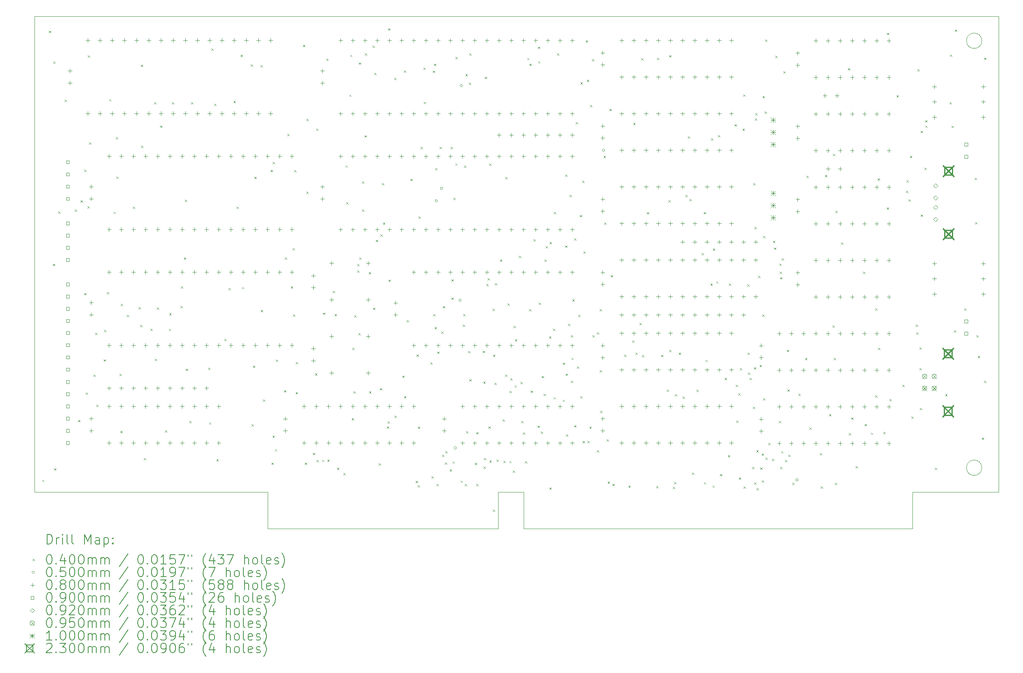
<source format=gbr>
%TF.GenerationSoftware,KiCad,Pcbnew,7.0.7*%
%TF.CreationDate,2023-09-15T21:49:44-04:00*%
%TF.ProjectId,2 - CPU and core components (Rev 2.2),32202d20-4350-4552-9061-6e6420636f72,rev?*%
%TF.SameCoordinates,Original*%
%TF.FileFunction,Drillmap*%
%TF.FilePolarity,Positive*%
%FSLAX45Y45*%
G04 Gerber Fmt 4.5, Leading zero omitted, Abs format (unit mm)*
G04 Created by KiCad (PCBNEW 7.0.7) date 2023-09-15 21:49:44*
%MOMM*%
%LPD*%
G01*
G04 APERTURE LIST*
%ADD10C,0.100000*%
%ADD11C,0.200000*%
%ADD12C,0.040000*%
%ADD13C,0.050000*%
%ADD14C,0.080000*%
%ADD15C,0.090000*%
%ADD16C,0.092000*%
%ADD17C,0.095000*%
%ADD18C,0.230000*%
G04 APERTURE END LIST*
D10*
X15818405Y-13214455D02*
X15285005Y-13214455D01*
X23921005Y-13214455D02*
X23921005Y-13976455D01*
X10484410Y-13976455D02*
X10484410Y-13214460D01*
X15285005Y-13214455D02*
X15285005Y-13976455D01*
X5626100Y-3308455D02*
X25711705Y-3308455D01*
X10484410Y-13214460D02*
X5626100Y-13214460D01*
X15285005Y-13976455D02*
X10484410Y-13976455D01*
X25711705Y-3308455D02*
X25711705Y-13214455D01*
X23921005Y-13976455D02*
X15818405Y-13976455D01*
X25363705Y-12706455D02*
G75*
G03*
X25363705Y-12706455I-160000J0D01*
G01*
X5626100Y-13214460D02*
X5626100Y-3308455D01*
X25363705Y-3816455D02*
G75*
G03*
X25363705Y-3816455I-160000J0D01*
G01*
X25711705Y-13214455D02*
X23921005Y-13214455D01*
X15818405Y-13976455D02*
X15818405Y-13214455D01*
D11*
D12*
X5780650Y-12955700D02*
X5820650Y-12995700D01*
X5820650Y-12955700D02*
X5780650Y-12995700D01*
X5917810Y-3608500D02*
X5957810Y-3648500D01*
X5957810Y-3608500D02*
X5917810Y-3648500D01*
X6006220Y-8460990D02*
X6046220Y-8500990D01*
X6046220Y-8460990D02*
X6006220Y-8500990D01*
X6011195Y-4245445D02*
X6051195Y-4285445D01*
X6051195Y-4245445D02*
X6011195Y-4285445D01*
X6033235Y-12719905D02*
X6073235Y-12759905D01*
X6073235Y-12719905D02*
X6033235Y-12759905D01*
X6115930Y-7372780D02*
X6155930Y-7412780D01*
X6155930Y-7372780D02*
X6115930Y-7412780D01*
X6248010Y-5041060D02*
X6288010Y-5081060D01*
X6288010Y-5041060D02*
X6248010Y-5081060D01*
X6465230Y-7327670D02*
X6505230Y-7367670D01*
X6505230Y-7327670D02*
X6465230Y-7367670D01*
X6532490Y-11711100D02*
X6572490Y-11751100D01*
X6572490Y-11711100D02*
X6532490Y-11751100D01*
X6578210Y-7139100D02*
X6618210Y-7179100D01*
X6618210Y-7139100D02*
X6578210Y-7179100D01*
X6654410Y-6499020D02*
X6694410Y-6539020D01*
X6694410Y-6499020D02*
X6654410Y-6539020D01*
X6659490Y-9069500D02*
X6699490Y-9109500D01*
X6699490Y-9069500D02*
X6659490Y-9109500D01*
X6692510Y-11141530D02*
X6732510Y-11181530D01*
X6732510Y-11141530D02*
X6692510Y-11181530D01*
X6724730Y-7264370D02*
X6764730Y-7304370D01*
X6764730Y-7264370D02*
X6724730Y-7304370D01*
X6730610Y-4121580D02*
X6770610Y-4161580D01*
X6770610Y-4121580D02*
X6730610Y-4161580D01*
X6761090Y-5935140D02*
X6801090Y-5975140D01*
X6801090Y-5935140D02*
X6761090Y-5975140D01*
X6852530Y-10766220D02*
X6892530Y-10806220D01*
X6892530Y-10766220D02*
X6852530Y-10806220D01*
X6883010Y-9892460D02*
X6923010Y-9932460D01*
X6923010Y-9892460D02*
X6883010Y-9932460D01*
X6913490Y-11391060D02*
X6953490Y-11431060D01*
X6953490Y-11391060D02*
X6913490Y-11431060D01*
X7060810Y-10450540D02*
X7100810Y-10490540D01*
X7100810Y-10450540D02*
X7060810Y-10490540D01*
X7073510Y-9835030D02*
X7113510Y-9875030D01*
X7113510Y-9835030D02*
X7073510Y-9875030D01*
X7131930Y-9049180D02*
X7171930Y-9089180D01*
X7171930Y-9049180D02*
X7131930Y-9089180D01*
X7177650Y-5030900D02*
X7217650Y-5070900D01*
X7217650Y-5030900D02*
X7177650Y-5070900D01*
X7271350Y-7376060D02*
X7311350Y-7416060D01*
X7311350Y-7376060D02*
X7271350Y-7416060D01*
X7319890Y-5823380D02*
X7359890Y-5863380D01*
X7359890Y-5823380D02*
X7319890Y-5863380D01*
X7324970Y-6641260D02*
X7364970Y-6681260D01*
X7364970Y-6641260D02*
X7324970Y-6681260D01*
X7391010Y-10750980D02*
X7431010Y-10790980D01*
X7431010Y-10750980D02*
X7391010Y-10790980D01*
X7411330Y-11939700D02*
X7451330Y-11979700D01*
X7451330Y-11939700D02*
X7411330Y-11979700D01*
X7416410Y-9293020D02*
X7456410Y-9333020D01*
X7456410Y-9293020D02*
X7416410Y-9333020D01*
X7543410Y-9521620D02*
X7583410Y-9561620D01*
X7583410Y-9521620D02*
X7543410Y-9561620D01*
X7675490Y-7271180D02*
X7715490Y-7311180D01*
X7715490Y-7271180D02*
X7675490Y-7311180D01*
X7792330Y-9359060D02*
X7832330Y-9399060D01*
X7832330Y-9359060D02*
X7792330Y-9399060D01*
X7827890Y-9734980D02*
X7867890Y-9774980D01*
X7867890Y-9734980D02*
X7827890Y-9774980D01*
X7838050Y-4314620D02*
X7878050Y-4354620D01*
X7878050Y-4314620D02*
X7838050Y-4354620D01*
X7845050Y-6001180D02*
X7885050Y-6041180D01*
X7885050Y-6001180D02*
X7845050Y-6041180D01*
X7904090Y-12503580D02*
X7944090Y-12543580D01*
X7944090Y-12503580D02*
X7904090Y-12543580D01*
X8036170Y-9811180D02*
X8076170Y-9851180D01*
X8076170Y-9811180D02*
X8036170Y-9851180D01*
X8112370Y-5096940D02*
X8152370Y-5136940D01*
X8152370Y-5096940D02*
X8112370Y-5136940D01*
X8132690Y-10436020D02*
X8172690Y-10476020D01*
X8172690Y-10436020D02*
X8132690Y-10476020D01*
X8171500Y-9369220D02*
X8211500Y-9409220D01*
X8211500Y-9369220D02*
X8171500Y-9409220D01*
X8241910Y-5581510D02*
X8281910Y-5621510D01*
X8281910Y-5581510D02*
X8241910Y-5621510D01*
X8340970Y-11929540D02*
X8380970Y-11969540D01*
X8380970Y-11929540D02*
X8340970Y-11969540D01*
X8422250Y-9814930D02*
X8462250Y-9854930D01*
X8462250Y-9814930D02*
X8422250Y-9854930D01*
X8431080Y-9490615D02*
X8471080Y-9530615D01*
X8471080Y-9490615D02*
X8431080Y-9530615D01*
X8483210Y-5096940D02*
X8523210Y-5136940D01*
X8523210Y-5096940D02*
X8483210Y-5136940D01*
X8666090Y-9338740D02*
X8706090Y-9378740D01*
X8706090Y-9338740D02*
X8666090Y-9378740D01*
X8671170Y-8932340D02*
X8711170Y-8972340D01*
X8711170Y-8932340D02*
X8671170Y-8972340D01*
X8735880Y-8327130D02*
X8775880Y-8367130D01*
X8775880Y-8327130D02*
X8735880Y-8367130D01*
X8757530Y-7128940D02*
X8797530Y-7168940D01*
X8797530Y-7128940D02*
X8757530Y-7168940D01*
X8772770Y-10644300D02*
X8812770Y-10684300D01*
X8812770Y-10644300D02*
X8772770Y-10684300D01*
X8848970Y-11731420D02*
X8888970Y-11771420D01*
X8888970Y-11731420D02*
X8848970Y-11771420D01*
X8884530Y-5096940D02*
X8924530Y-5136940D01*
X8924530Y-5096940D02*
X8884530Y-5136940D01*
X9238390Y-10623370D02*
X9278390Y-10663370D01*
X9278390Y-10623370D02*
X9238390Y-10663370D01*
X9260450Y-11761900D02*
X9300450Y-11801900D01*
X9300450Y-11761900D02*
X9260450Y-11801900D01*
X9306170Y-3979340D02*
X9346170Y-4019340D01*
X9346170Y-3979340D02*
X9306170Y-4019340D01*
X9367130Y-5127420D02*
X9407130Y-5167420D01*
X9407130Y-5127420D02*
X9367130Y-5167420D01*
X9412850Y-12528980D02*
X9452850Y-12568980D01*
X9452850Y-12528980D02*
X9412850Y-12568980D01*
X9575410Y-10019460D02*
X9615410Y-10059460D01*
X9615410Y-10019460D02*
X9575410Y-10059460D01*
X9661770Y-8962820D02*
X9701770Y-9002820D01*
X9701770Y-8962820D02*
X9661770Y-9002820D01*
X9768450Y-5066460D02*
X9808450Y-5106460D01*
X9808450Y-5066460D02*
X9768450Y-5106460D01*
X9829410Y-7271180D02*
X9869410Y-7311180D01*
X9869410Y-7271180D02*
X9829410Y-7311180D01*
X9918310Y-4108880D02*
X9958310Y-4148880D01*
X9958310Y-4108880D02*
X9918310Y-4148880D01*
X9946250Y-8942500D02*
X9986250Y-8982500D01*
X9986250Y-8942500D02*
X9946250Y-8982500D01*
X10129130Y-4304460D02*
X10169130Y-4344460D01*
X10169130Y-4304460D02*
X10129130Y-4344460D01*
X10142600Y-11801310D02*
X10182600Y-11841310D01*
X10182600Y-11801310D02*
X10142600Y-11841310D01*
X10174850Y-10583340D02*
X10214850Y-10623340D01*
X10214850Y-10583340D02*
X10174850Y-10623340D01*
X10203500Y-6648760D02*
X10243500Y-6688760D01*
X10243500Y-6648760D02*
X10203500Y-6688760D01*
X10331380Y-4321560D02*
X10371380Y-4361560D01*
X10371380Y-4321560D02*
X10331380Y-4361560D01*
X10334870Y-9422560D02*
X10374870Y-9462560D01*
X10374870Y-9422560D02*
X10334870Y-9462560D01*
X10384260Y-11286290D02*
X10424260Y-11326290D01*
X10424260Y-11286290D02*
X10384260Y-11326290D01*
X10544430Y-6504830D02*
X10584430Y-6544830D01*
X10584430Y-6504830D02*
X10544430Y-6544830D01*
X10560930Y-12600100D02*
X10600930Y-12640100D01*
X10600930Y-12600100D02*
X10560930Y-12640100D01*
X10581250Y-12036220D02*
X10621250Y-12076220D01*
X10621250Y-12036220D02*
X10581250Y-12076220D01*
X10585110Y-6337680D02*
X10625110Y-6377680D01*
X10625110Y-6337680D02*
X10585110Y-6377680D01*
X10632050Y-12320700D02*
X10672050Y-12360700D01*
X10672050Y-12320700D02*
X10632050Y-12360700D01*
X10652370Y-10456340D02*
X10692370Y-10496340D01*
X10692370Y-10456340D02*
X10652370Y-10496340D01*
X10824040Y-11092660D02*
X10864040Y-11132660D01*
X10864040Y-11092660D02*
X10824040Y-11132660D01*
X10840640Y-8327130D02*
X10880640Y-8367130D01*
X10880640Y-8327130D02*
X10840640Y-8367130D01*
X10892630Y-5752810D02*
X10932630Y-5792810D01*
X10932630Y-5752810D02*
X10892630Y-5792810D01*
X10962250Y-8927260D02*
X11002250Y-8967260D01*
X11002250Y-8927260D02*
X10962250Y-8967260D01*
X10997810Y-8136073D02*
X11037810Y-8176073D01*
X11037810Y-8136073D02*
X10997810Y-8176073D01*
X11007970Y-9511460D02*
X11047970Y-9551460D01*
X11047970Y-9511460D02*
X11007970Y-9551460D01*
X11035120Y-6508900D02*
X11075120Y-6548900D01*
X11075120Y-6508900D02*
X11035120Y-6548900D01*
X11063850Y-11131980D02*
X11103850Y-11171980D01*
X11103850Y-11131980D02*
X11063850Y-11171980D01*
X11068930Y-10507140D02*
X11108930Y-10547140D01*
X11108930Y-10507140D02*
X11068930Y-10547140D01*
X11216250Y-3898060D02*
X11256250Y-3938060D01*
X11256250Y-3898060D02*
X11216250Y-3938060D01*
X11256890Y-12600100D02*
X11296890Y-12640100D01*
X11296890Y-12600100D02*
X11256890Y-12640100D01*
X11288150Y-5440970D02*
X11328150Y-5480970D01*
X11328150Y-5440970D02*
X11288150Y-5480970D01*
X11288700Y-6956220D02*
X11328700Y-6996220D01*
X11328700Y-6956220D02*
X11288700Y-6996220D01*
X11425860Y-12397640D02*
X11465860Y-12437640D01*
X11465860Y-12397640D02*
X11425860Y-12437640D01*
X11470250Y-10743360D02*
X11510250Y-10783360D01*
X11510250Y-10743360D02*
X11470250Y-10783360D01*
X11490570Y-5645580D02*
X11530570Y-5685580D01*
X11530570Y-5645580D02*
X11490570Y-5685580D01*
X11500550Y-12544290D02*
X11540550Y-12584290D01*
X11540550Y-12544290D02*
X11500550Y-12584290D01*
X11615465Y-12541245D02*
X11655465Y-12581245D01*
X11655465Y-12541245D02*
X11615465Y-12581245D01*
X11637890Y-9475900D02*
X11677890Y-9515900D01*
X11677890Y-9475900D02*
X11637890Y-9515900D01*
X11703510Y-4191050D02*
X11743510Y-4231050D01*
X11743510Y-4191050D02*
X11703510Y-4231050D01*
X11724250Y-12539140D02*
X11764250Y-12579140D01*
X11764250Y-12539140D02*
X11724250Y-12579140D01*
X11841090Y-9020450D02*
X11881090Y-9060450D01*
X11881090Y-9020450D02*
X11841090Y-9060450D01*
X11875950Y-9506380D02*
X11915950Y-9546380D01*
X11915950Y-9506380D02*
X11875950Y-9546380D01*
X11927450Y-12706780D02*
X11967450Y-12746780D01*
X11967450Y-12706780D02*
X11927450Y-12746780D01*
X12059530Y-12817210D02*
X12099530Y-12857210D01*
X12099530Y-12817210D02*
X12059530Y-12857210D01*
X12105260Y-6411280D02*
X12145260Y-6451280D01*
X12145260Y-6411280D02*
X12105260Y-6451280D01*
X12115410Y-7174660D02*
X12155410Y-7214660D01*
X12155410Y-7174660D02*
X12115410Y-7214660D01*
X12182790Y-4937550D02*
X12222790Y-4977550D01*
X12222790Y-4937550D02*
X12182790Y-4977550D01*
X12197560Y-4107380D02*
X12237560Y-4147380D01*
X12237560Y-4107380D02*
X12197560Y-4147380D01*
X12233005Y-11674785D02*
X12273005Y-11714785D01*
X12273005Y-11674785D02*
X12233005Y-11714785D01*
X12242410Y-10207420D02*
X12282410Y-10247420D01*
X12282410Y-10207420D02*
X12242410Y-10247420D01*
X12267810Y-11116740D02*
X12307810Y-11156740D01*
X12307810Y-11116740D02*
X12267810Y-11156740D01*
X12288130Y-9533110D02*
X12328130Y-9573110D01*
X12328130Y-9533110D02*
X12288130Y-9573110D01*
X12344660Y-8464980D02*
X12384660Y-8504980D01*
X12384660Y-8464980D02*
X12344660Y-8504980D01*
X12344660Y-8599890D02*
X12384660Y-8639890D01*
X12384660Y-8599890D02*
X12344660Y-8639890D01*
X12369410Y-9902620D02*
X12409410Y-9942620D01*
X12409410Y-9902620D02*
X12369410Y-9942620D01*
X12381870Y-4268900D02*
X12421870Y-4308900D01*
X12421870Y-4268900D02*
X12381870Y-4308900D01*
X12389660Y-8327130D02*
X12429660Y-8367130D01*
X12429660Y-8327130D02*
X12389660Y-8367130D01*
X12445610Y-6747940D02*
X12485610Y-6787940D01*
X12485610Y-6747940D02*
X12445610Y-6787940D01*
X12450690Y-7332140D02*
X12490690Y-7372140D01*
X12490690Y-7332140D02*
X12450690Y-7372140D01*
X12496490Y-5784880D02*
X12536490Y-5824880D01*
X12536490Y-5784880D02*
X12496490Y-5824880D01*
X12508450Y-4080420D02*
X12548450Y-4120420D01*
X12548450Y-4080420D02*
X12508450Y-4120420D01*
X12587850Y-8632620D02*
X12627850Y-8672620D01*
X12627850Y-8632620D02*
X12587850Y-8672620D01*
X12596620Y-11113610D02*
X12636620Y-11153610D01*
X12636620Y-11113610D02*
X12596620Y-11153610D01*
X12668820Y-3914990D02*
X12708820Y-3954990D01*
X12708820Y-3914990D02*
X12668820Y-3954990D01*
X12679340Y-9374250D02*
X12719340Y-9414250D01*
X12719340Y-9374250D02*
X12679340Y-9414250D01*
X12704690Y-4482260D02*
X12744690Y-4522260D01*
X12744690Y-4482260D02*
X12704690Y-4522260D01*
X12734620Y-7960480D02*
X12774620Y-8000480D01*
X12774620Y-7960480D02*
X12734620Y-8000480D01*
X12796130Y-12610260D02*
X12836130Y-12650260D01*
X12836130Y-12610260D02*
X12796130Y-12650260D01*
X12818810Y-11050730D02*
X12858810Y-11090730D01*
X12858810Y-11050730D02*
X12818810Y-11090730D01*
X12832420Y-7845220D02*
X12872420Y-7885220D01*
X12872420Y-7845220D02*
X12832420Y-7885220D01*
X12861350Y-6778170D02*
X12901350Y-6818170D01*
X12901350Y-6778170D02*
X12861350Y-6818170D01*
X12884580Y-7599010D02*
X12924580Y-7639010D01*
X12924580Y-7599010D02*
X12884580Y-7639010D01*
X12962985Y-11848055D02*
X13002985Y-11888055D01*
X13002985Y-11848055D02*
X12962985Y-11888055D01*
X12981480Y-11743990D02*
X13021480Y-11783990D01*
X13021480Y-11743990D02*
X12981480Y-11783990D01*
X12991710Y-3557840D02*
X13031710Y-3597840D01*
X13031710Y-3557840D02*
X12991710Y-3597840D01*
X12995664Y-8789744D02*
X13035664Y-8829744D01*
X13035664Y-8789744D02*
X12995664Y-8829744D01*
X13118740Y-4587840D02*
X13158740Y-4627840D01*
X13158740Y-4587840D02*
X13118740Y-4627840D01*
X13123730Y-11625150D02*
X13163730Y-11665150D01*
X13163730Y-11625150D02*
X13123730Y-11665150D01*
X13286350Y-10787710D02*
X13326350Y-10827710D01*
X13326350Y-10787710D02*
X13286350Y-10827710D01*
X13319370Y-4431460D02*
X13359370Y-4471460D01*
X13359370Y-4431460D02*
X13319370Y-4471460D01*
X13324300Y-11213760D02*
X13364300Y-11253760D01*
X13364300Y-11213760D02*
X13324300Y-11253760D01*
X13377550Y-9632000D02*
X13417550Y-9672000D01*
X13417550Y-9632000D02*
X13377550Y-9672000D01*
X13456700Y-6690670D02*
X13496700Y-6730670D01*
X13496700Y-6690670D02*
X13456700Y-6730670D01*
X13566686Y-12980859D02*
X13606686Y-13020859D01*
X13606686Y-12980859D02*
X13566686Y-13020859D01*
X13585460Y-10349070D02*
X13625460Y-10389070D01*
X13625460Y-10349070D02*
X13585460Y-10389070D01*
X13606303Y-13072623D02*
X13646303Y-13112623D01*
X13646303Y-13072623D02*
X13606303Y-13112623D01*
X13613270Y-11848840D02*
X13653270Y-11888840D01*
X13653270Y-11848840D02*
X13613270Y-11888840D01*
X13624170Y-7474380D02*
X13664170Y-7514380D01*
X13664170Y-7474380D02*
X13624170Y-7514380D01*
X13668460Y-6023870D02*
X13708460Y-6063870D01*
X13708460Y-6023870D02*
X13668460Y-6063870D01*
X13725770Y-4375580D02*
X13765770Y-4415580D01*
X13765770Y-4375580D02*
X13725770Y-4415580D01*
X13733160Y-5087500D02*
X13773160Y-5127500D01*
X13773160Y-5087500D02*
X13733160Y-5127500D01*
X13871270Y-10511660D02*
X13911270Y-10551660D01*
X13911270Y-10511660D02*
X13871270Y-10551660D01*
X13898490Y-12884330D02*
X13938490Y-12924330D01*
X13938490Y-12884330D02*
X13898490Y-12924330D01*
X13923050Y-4437560D02*
X13963050Y-4477560D01*
X13963050Y-4437560D02*
X13923050Y-4477560D01*
X13929210Y-9508570D02*
X13969210Y-9548570D01*
X13969210Y-9508570D02*
X13929210Y-9548570D01*
X13948230Y-4295540D02*
X13988230Y-4335540D01*
X13988230Y-4295540D02*
X13948230Y-4335540D01*
X13959450Y-9775620D02*
X13999450Y-9815620D01*
X13999450Y-9775620D02*
X13959450Y-9815620D01*
X13974690Y-6468540D02*
X14014690Y-6508540D01*
X14014690Y-6468540D02*
X13974690Y-6508540D01*
X14000090Y-13047140D02*
X14040090Y-13087140D01*
X14040090Y-13047140D02*
X14000090Y-13087140D01*
X14016840Y-10289210D02*
X14056840Y-10329210D01*
X14056840Y-10289210D02*
X14016840Y-10329210D01*
X14066670Y-6023660D02*
X14106670Y-6063660D01*
X14106670Y-6023660D02*
X14066670Y-6063660D01*
X14097130Y-9867050D02*
X14137130Y-9907050D01*
X14137130Y-9867050D02*
X14097130Y-9907050D01*
X14117790Y-12433410D02*
X14157790Y-12473410D01*
X14157790Y-12433410D02*
X14117790Y-12473410D01*
X14130350Y-9340210D02*
X14170350Y-9380210D01*
X14170350Y-9340210D02*
X14130350Y-9380210D01*
X14174500Y-12596240D02*
X14214500Y-12636240D01*
X14214500Y-12596240D02*
X14174500Y-12636240D01*
X14186330Y-12360250D02*
X14226330Y-12400250D01*
X14226330Y-12360250D02*
X14186330Y-12400250D01*
X14271940Y-12737460D02*
X14311940Y-12777460D01*
X14311940Y-12737460D02*
X14271940Y-12777460D01*
X14292040Y-6023660D02*
X14332040Y-6063660D01*
X14332040Y-6023660D02*
X14292040Y-6063660D01*
X14313680Y-8783070D02*
X14353680Y-8823070D01*
X14353680Y-8783070D02*
X14313680Y-8823070D01*
X14313680Y-9162760D02*
X14353680Y-9202760D01*
X14353680Y-9162760D02*
X14313680Y-9202760D01*
X14331195Y-12575605D02*
X14371195Y-12615605D01*
X14371195Y-12575605D02*
X14331195Y-12615605D01*
X14355690Y-7083220D02*
X14395690Y-7123220D01*
X14395690Y-7083220D02*
X14355690Y-7123220D01*
X14390900Y-6369060D02*
X14430900Y-6409060D01*
X14430900Y-6369060D02*
X14390900Y-6409060D01*
X14396330Y-4152060D02*
X14436330Y-4192060D01*
X14436330Y-4152060D02*
X14396330Y-4192060D01*
X14501430Y-12972280D02*
X14541430Y-13012280D01*
X14541430Y-12972280D02*
X14501430Y-13012280D01*
X14550210Y-9727500D02*
X14590210Y-9767500D01*
X14590210Y-9727500D02*
X14550210Y-9767500D01*
X14555090Y-9506740D02*
X14595090Y-9546740D01*
X14595090Y-9506740D02*
X14555090Y-9546740D01*
X14570820Y-6413790D02*
X14610820Y-6453790D01*
X14610820Y-6413790D02*
X14570820Y-6453790D01*
X14588480Y-13047570D02*
X14628480Y-13087570D01*
X14628480Y-13047570D02*
X14588480Y-13087570D01*
X14604150Y-4511930D02*
X14644150Y-4551930D01*
X14644150Y-4511930D02*
X14604150Y-4551930D01*
X14618050Y-11941860D02*
X14658050Y-11981860D01*
X14658050Y-11941860D02*
X14618050Y-11981860D01*
X14657740Y-10274670D02*
X14697740Y-10314670D01*
X14697740Y-10274670D02*
X14657740Y-10314670D01*
X14676220Y-4690070D02*
X14716220Y-4730070D01*
X14716220Y-4690070D02*
X14676220Y-4730070D01*
X14680730Y-10863690D02*
X14720730Y-10903690D01*
X14720730Y-10863690D02*
X14680730Y-10903690D01*
X14680810Y-4075860D02*
X14720810Y-4115860D01*
X14720810Y-4075860D02*
X14680810Y-4115860D01*
X14797650Y-12605180D02*
X14837650Y-12645180D01*
X14837650Y-12605180D02*
X14797650Y-12645180D01*
X14828130Y-11966070D02*
X14868130Y-12006070D01*
X14868130Y-11966070D02*
X14828130Y-12006070D01*
X14828130Y-13044730D02*
X14868130Y-13084730D01*
X14868130Y-13044730D02*
X14828130Y-13084730D01*
X14961310Y-10270980D02*
X15001310Y-10310980D01*
X15001310Y-10270980D02*
X14961310Y-10310980D01*
X14976370Y-10910470D02*
X15016370Y-10950470D01*
X15016370Y-10910470D02*
X14976370Y-10950470D01*
X14977295Y-12683225D02*
X15017295Y-12723225D01*
X15017295Y-12683225D02*
X14977295Y-12723225D01*
X14990690Y-12503580D02*
X15030690Y-12543580D01*
X15030690Y-12503580D02*
X14990690Y-12543580D01*
X15003290Y-4565810D02*
X15043290Y-4605810D01*
X15043290Y-4565810D02*
X15003290Y-4605810D01*
X15042100Y-8880580D02*
X15082100Y-8920580D01*
X15082100Y-8880580D02*
X15042100Y-8920580D01*
X15061700Y-8758410D02*
X15101700Y-8798410D01*
X15101700Y-8758410D02*
X15061700Y-8798410D01*
X15082958Y-11847650D02*
X15122958Y-11887650D01*
X15122958Y-11847650D02*
X15082958Y-11887650D01*
X15097215Y-6372175D02*
X15137215Y-6412175D01*
X15137215Y-6372175D02*
X15097215Y-6412175D01*
X15102950Y-12555070D02*
X15142950Y-12595070D01*
X15142950Y-12555070D02*
X15102950Y-12595070D01*
X15167560Y-9396350D02*
X15207560Y-9436350D01*
X15207560Y-9396350D02*
X15167560Y-9436350D01*
X15173530Y-13575460D02*
X15213530Y-13615460D01*
X15213530Y-13575460D02*
X15173530Y-13615460D01*
X15179490Y-10353430D02*
X15219490Y-10393430D01*
X15219490Y-10353430D02*
X15179490Y-10393430D01*
X15211050Y-10938940D02*
X15251050Y-10978940D01*
X15251050Y-10938940D02*
X15211050Y-10978940D01*
X15216190Y-8864080D02*
X15256190Y-8904080D01*
X15256190Y-8864080D02*
X15216190Y-8904080D01*
X15249770Y-12539140D02*
X15289770Y-12579140D01*
X15289770Y-12539140D02*
X15249770Y-12579140D01*
X15322390Y-8371210D02*
X15362390Y-8411210D01*
X15362390Y-8371210D02*
X15322390Y-8411210D01*
X15376770Y-11699610D02*
X15416770Y-11739610D01*
X15416770Y-11699610D02*
X15376770Y-11739610D01*
X15397090Y-12564540D02*
X15437090Y-12604540D01*
X15437090Y-12564540D02*
X15397090Y-12604540D01*
X15428470Y-10768380D02*
X15468470Y-10808380D01*
X15468470Y-10768380D02*
X15428470Y-10808380D01*
X15437730Y-6655000D02*
X15477730Y-6695000D01*
X15477730Y-6655000D02*
X15437730Y-6695000D01*
X15477340Y-9286180D02*
X15517340Y-9326180D01*
X15517340Y-9286180D02*
X15477340Y-9326180D01*
X15516940Y-12566610D02*
X15556940Y-12606610D01*
X15556940Y-12566610D02*
X15516940Y-12606610D01*
X15520470Y-11108510D02*
X15560470Y-11148510D01*
X15560470Y-11108510D02*
X15520470Y-11148510D01*
X15536630Y-10845880D02*
X15576630Y-10885880D01*
X15576630Y-10845880D02*
X15536630Y-10885880D01*
X15587742Y-12765251D02*
X15627742Y-12805251D01*
X15627742Y-12765251D02*
X15587742Y-12805251D01*
X15607160Y-9753070D02*
X15647160Y-9793070D01*
X15647160Y-9753070D02*
X15607160Y-9793070D01*
X15627770Y-10992280D02*
X15667770Y-11032280D01*
X15667770Y-10992280D02*
X15627770Y-11032280D01*
X15636920Y-10031020D02*
X15676920Y-10071020D01*
X15676920Y-10031020D02*
X15636920Y-10071020D01*
X15719050Y-8292260D02*
X15759050Y-8332260D01*
X15759050Y-8292260D02*
X15719050Y-8332260D01*
X15750260Y-10918410D02*
X15790260Y-10958410D01*
X15790260Y-10918410D02*
X15750260Y-10958410D01*
X15766570Y-11733080D02*
X15806570Y-11773080D01*
X15806570Y-11733080D02*
X15766570Y-11773080D01*
X15798390Y-11969820D02*
X15838390Y-12009820D01*
X15838390Y-11969820D02*
X15798390Y-12009820D01*
X15844130Y-12570520D02*
X15884130Y-12610520D01*
X15884130Y-12570520D02*
X15844130Y-12610520D01*
X15890680Y-4176930D02*
X15930680Y-4216930D01*
X15930680Y-4176930D02*
X15890680Y-4216930D01*
X15930200Y-9403480D02*
X15970200Y-9443480D01*
X15970200Y-9403480D02*
X15930200Y-9443480D01*
X15934280Y-4295540D02*
X15974280Y-4335540D01*
X15974280Y-4295540D02*
X15934280Y-4335540D01*
X15958990Y-11101110D02*
X15998990Y-11141110D01*
X15998990Y-11101110D02*
X15958990Y-11141110D01*
X16021930Y-7946010D02*
X16061930Y-7986010D01*
X16061930Y-7946010D02*
X16021930Y-7986010D01*
X16108290Y-11830480D02*
X16148290Y-11870480D01*
X16148290Y-11830480D02*
X16108290Y-11870480D01*
X16112660Y-3938780D02*
X16152660Y-3978780D01*
X16152660Y-3938780D02*
X16112660Y-3978780D01*
X16118450Y-4243500D02*
X16158450Y-4283500D01*
X16158450Y-4243500D02*
X16118450Y-4283500D01*
X16134080Y-9271860D02*
X16174080Y-9311860D01*
X16174080Y-9271860D02*
X16134080Y-9311860D01*
X16171790Y-11949860D02*
X16211790Y-11989860D01*
X16211790Y-11949860D02*
X16171790Y-11989860D01*
X16190260Y-10796520D02*
X16230260Y-10836520D01*
X16230260Y-10796520D02*
X16190260Y-10836520D01*
X16233950Y-11165190D02*
X16273950Y-11205190D01*
X16273950Y-11165190D02*
X16233950Y-11205190D01*
X16250530Y-8371090D02*
X16290530Y-8411090D01*
X16290530Y-8371090D02*
X16250530Y-8411090D01*
X16275930Y-8090960D02*
X16315930Y-8130960D01*
X16315930Y-8090960D02*
X16275930Y-8130960D01*
X16347050Y-9973740D02*
X16387050Y-10013740D01*
X16387050Y-9973740D02*
X16347050Y-10013740D01*
X16349769Y-13116034D02*
X16389769Y-13156034D01*
X16389769Y-13116034D02*
X16349769Y-13156034D01*
X16354845Y-8007780D02*
X16394845Y-8047780D01*
X16394845Y-8007780D02*
X16354845Y-8047780D01*
X16426330Y-9811750D02*
X16466330Y-9851750D01*
X16466330Y-9811750D02*
X16426330Y-9851750D01*
X16439410Y-11237640D02*
X16479410Y-11277640D01*
X16479410Y-11237640D02*
X16439410Y-11277640D01*
X16446170Y-7380280D02*
X16486170Y-7420280D01*
X16486170Y-7380280D02*
X16446170Y-7420280D01*
X16509610Y-4075860D02*
X16549610Y-4115860D01*
X16549610Y-4075860D02*
X16509610Y-4115860D01*
X16626000Y-11287611D02*
X16666000Y-11327611D01*
X16666000Y-11287611D02*
X16626000Y-11327611D01*
X16628420Y-10517450D02*
X16668420Y-10557450D01*
X16668420Y-10517450D02*
X16628420Y-10557450D01*
X16682230Y-8078130D02*
X16722230Y-8118130D01*
X16722230Y-8078130D02*
X16682230Y-8118130D01*
X16684170Y-6604200D02*
X16724170Y-6644200D01*
X16724170Y-6604200D02*
X16684170Y-6644200D01*
X16690910Y-10747230D02*
X16730910Y-10787230D01*
X16730910Y-10747230D02*
X16690910Y-10787230D01*
X16700110Y-12011300D02*
X16740110Y-12051300D01*
X16740110Y-12011300D02*
X16700110Y-12051300D01*
X16742800Y-9707570D02*
X16782800Y-9747570D01*
X16782800Y-9707570D02*
X16742800Y-9747570D01*
X16773260Y-7027340D02*
X16813260Y-7067340D01*
X16813260Y-7027340D02*
X16773260Y-7067340D01*
X16798260Y-10894910D02*
X16838260Y-10934910D01*
X16838260Y-10894910D02*
X16798260Y-10934910D01*
X16799170Y-9943260D02*
X16839170Y-9983260D01*
X16839170Y-9943260D02*
X16799170Y-9983260D01*
X16812540Y-10415560D02*
X16852540Y-10455560D01*
X16852540Y-10415560D02*
X16812540Y-10455560D01*
X16830670Y-9199070D02*
X16870670Y-9239070D01*
X16870670Y-9199070D02*
X16830670Y-9239070D01*
X16865290Y-11821400D02*
X16905290Y-11861400D01*
X16905290Y-11821400D02*
X16865290Y-11861400D01*
X16869820Y-7929070D02*
X16909820Y-7969070D01*
X16909820Y-7929070D02*
X16869820Y-7969070D01*
X16901680Y-5507240D02*
X16941680Y-5547240D01*
X16941680Y-5507240D02*
X16901680Y-5547240D01*
X16927530Y-10599940D02*
X16967530Y-10639940D01*
X16967530Y-10599940D02*
X16927530Y-10639940D01*
X16955600Y-9519890D02*
X16995600Y-9559890D01*
X16995600Y-9519890D02*
X16955600Y-9559890D01*
X16988230Y-7443900D02*
X17028230Y-7483900D01*
X17028230Y-7443900D02*
X16988230Y-7483900D01*
X16992210Y-11213260D02*
X17032210Y-11253260D01*
X17032210Y-11213260D02*
X16992210Y-11253260D01*
X16999690Y-4682010D02*
X17039690Y-4722010D01*
X17039690Y-4682010D02*
X16999690Y-4722010D01*
X17036320Y-6727450D02*
X17076320Y-6767450D01*
X17076320Y-6727450D02*
X17036320Y-6767450D01*
X17048330Y-12151590D02*
X17088330Y-12191590D01*
X17088330Y-12151590D02*
X17048330Y-12191590D01*
X17061770Y-8199570D02*
X17101770Y-8239570D01*
X17101770Y-8199570D02*
X17061770Y-8239570D01*
X17109050Y-3806620D02*
X17149050Y-3846620D01*
X17149050Y-3806620D02*
X17109050Y-3846620D01*
X17133940Y-4631790D02*
X17173940Y-4671790D01*
X17173940Y-4631790D02*
X17133940Y-4671790D01*
X17148370Y-12149060D02*
X17188370Y-12189060D01*
X17188370Y-12149060D02*
X17148370Y-12189060D01*
X17186460Y-11848260D02*
X17226460Y-11888260D01*
X17226460Y-11848260D02*
X17186460Y-11888260D01*
X17198180Y-5155420D02*
X17238180Y-5195420D01*
X17238180Y-5155420D02*
X17198180Y-5195420D01*
X17243210Y-4195620D02*
X17283210Y-4235620D01*
X17283210Y-4195620D02*
X17243210Y-4235620D01*
X17251690Y-9945330D02*
X17291690Y-9985330D01*
X17291690Y-9945330D02*
X17251690Y-9985330D01*
X17340900Y-9886470D02*
X17380900Y-9926470D01*
X17380900Y-9886470D02*
X17340900Y-9926470D01*
X17343525Y-12340225D02*
X17383525Y-12380225D01*
X17383525Y-12340225D02*
X17343525Y-12380225D01*
X17399680Y-9401930D02*
X17439680Y-9441930D01*
X17439680Y-9401930D02*
X17399680Y-9441930D01*
X17401548Y-10677338D02*
X17441548Y-10717338D01*
X17441548Y-10677338D02*
X17401548Y-10717338D01*
X17410640Y-11521490D02*
X17450640Y-11561490D01*
X17450640Y-11521490D02*
X17410640Y-11561490D01*
X17482770Y-6215140D02*
X17522770Y-6255140D01*
X17522770Y-6215140D02*
X17482770Y-6255140D01*
X17495750Y-7601380D02*
X17535750Y-7641380D01*
X17535750Y-7601380D02*
X17495750Y-7641380D01*
X17545930Y-12112420D02*
X17585930Y-12152420D01*
X17585930Y-12112420D02*
X17545930Y-12152420D01*
X17566250Y-12991870D02*
X17606250Y-13031870D01*
X17606250Y-12991870D02*
X17566250Y-13031870D01*
X17606890Y-5234100D02*
X17646890Y-5274100D01*
X17646890Y-5234100D02*
X17606890Y-5274100D01*
X17627730Y-8696330D02*
X17667730Y-8736330D01*
X17667730Y-8696330D02*
X17627730Y-8736330D01*
X17664880Y-13039950D02*
X17704880Y-13079950D01*
X17704880Y-13039950D02*
X17664880Y-13079950D01*
X17906470Y-10351060D02*
X17946470Y-10391060D01*
X17946470Y-10351060D02*
X17906470Y-10391060D01*
X17999150Y-13081800D02*
X18039150Y-13121800D01*
X18039150Y-13081800D02*
X17999150Y-13121800D01*
X18078450Y-10054050D02*
X18118450Y-10094050D01*
X18118450Y-10054050D02*
X18078450Y-10094050D01*
X18100440Y-5523720D02*
X18140440Y-5563720D01*
X18140440Y-5523720D02*
X18100440Y-5563720D01*
X18144470Y-10309860D02*
X18184470Y-10349860D01*
X18184470Y-10309860D02*
X18144470Y-10349860D01*
X18229020Y-9689900D02*
X18269020Y-9729900D01*
X18269020Y-9689900D02*
X18229020Y-9729900D01*
X18262210Y-4182540D02*
X18302210Y-4222540D01*
X18302210Y-4182540D02*
X18262210Y-4222540D01*
X18284810Y-10362990D02*
X18324810Y-10402990D01*
X18324810Y-10362990D02*
X18284810Y-10402990D01*
X18383370Y-7383860D02*
X18423370Y-7423860D01*
X18423370Y-7383860D02*
X18383370Y-7423860D01*
X18577170Y-13087010D02*
X18617170Y-13127010D01*
X18617170Y-13087010D02*
X18577170Y-13127010D01*
X18592410Y-4172380D02*
X18632410Y-4212380D01*
X18632410Y-4172380D02*
X18592410Y-4212380D01*
X18681020Y-10357490D02*
X18721020Y-10397490D01*
X18721020Y-10357490D02*
X18681020Y-10397490D01*
X18795610Y-11081750D02*
X18835610Y-11121750D01*
X18835610Y-11081750D02*
X18795610Y-11121750D01*
X18834640Y-7135650D02*
X18874640Y-7175650D01*
X18874640Y-7135650D02*
X18834640Y-7175650D01*
X18851060Y-10251340D02*
X18891060Y-10291340D01*
X18891060Y-10251340D02*
X18851060Y-10291340D01*
X18851490Y-4116500D02*
X18891490Y-4156500D01*
X18891490Y-4116500D02*
X18851490Y-4156500D01*
X18927215Y-13101734D02*
X18967215Y-13141734D01*
X18967215Y-13101734D02*
X18927215Y-13141734D01*
X18950190Y-13004460D02*
X18990190Y-13044460D01*
X18990190Y-13004460D02*
X18950190Y-13044460D01*
X18965645Y-11176073D02*
X19005645Y-11216073D01*
X19005645Y-11176073D02*
X18965645Y-11216073D01*
X19048940Y-10312090D02*
X19088940Y-10352090D01*
X19088940Y-10312090D02*
X19048940Y-10352090D01*
X19127280Y-11222850D02*
X19167280Y-11262850D01*
X19167280Y-11222850D02*
X19127280Y-11262850D01*
X19185030Y-7024530D02*
X19225030Y-7064530D01*
X19225030Y-7024530D02*
X19185030Y-7064530D01*
X19237570Y-5808140D02*
X19277570Y-5848140D01*
X19277570Y-5808140D02*
X19237570Y-5848140D01*
X19269500Y-7112240D02*
X19309500Y-7152240D01*
X19309500Y-7112240D02*
X19269500Y-7152240D01*
X19323930Y-12805520D02*
X19363930Y-12845520D01*
X19363930Y-12805520D02*
X19323930Y-12845520D01*
X19415370Y-11081270D02*
X19455370Y-11121270D01*
X19455370Y-11081270D02*
X19415370Y-11121270D01*
X19526890Y-8235780D02*
X19566890Y-8275780D01*
X19566890Y-8235780D02*
X19526890Y-8275780D01*
X19568200Y-7383860D02*
X19608200Y-7423860D01*
X19608200Y-7383860D02*
X19568200Y-7423860D01*
X19573690Y-13007340D02*
X19613690Y-13047340D01*
X19613690Y-13007340D02*
X19573690Y-13047340D01*
X19605870Y-10457310D02*
X19645870Y-10497310D01*
X19645870Y-10457310D02*
X19605870Y-10497310D01*
X19708560Y-8872250D02*
X19748560Y-8912250D01*
X19748560Y-8872250D02*
X19708560Y-8912250D01*
X19720170Y-5848780D02*
X19760170Y-5888780D01*
X19760170Y-5848780D02*
X19720170Y-5888780D01*
X19750650Y-13074075D02*
X19790650Y-13114075D01*
X19790650Y-13074075D02*
X19750650Y-13114075D01*
X19759300Y-8145420D02*
X19799300Y-8185420D01*
X19799300Y-8145420D02*
X19759300Y-8185420D01*
X19827920Y-8823280D02*
X19867920Y-8863280D01*
X19867920Y-8823280D02*
X19827920Y-8863280D01*
X19868200Y-5778940D02*
X19908200Y-5818940D01*
X19908200Y-5778940D02*
X19868200Y-5818940D01*
X19907880Y-12837100D02*
X19947880Y-12877100D01*
X19947880Y-12837100D02*
X19907880Y-12877100D01*
X20004280Y-10833200D02*
X20044280Y-10873200D01*
X20044280Y-10833200D02*
X20004280Y-10873200D01*
X20072030Y-12441310D02*
X20112030Y-12481310D01*
X20112030Y-12441310D02*
X20072030Y-12481310D01*
X20091420Y-8871350D02*
X20131420Y-8911350D01*
X20131420Y-8871350D02*
X20091420Y-8911350D01*
X20213270Y-5556010D02*
X20253270Y-5596010D01*
X20253270Y-5556010D02*
X20213270Y-5596010D01*
X20236400Y-10979060D02*
X20276400Y-11019060D01*
X20276400Y-10979060D02*
X20236400Y-11019060D01*
X20243580Y-11725010D02*
X20283580Y-11765010D01*
X20283580Y-11725010D02*
X20243580Y-11765010D01*
X20288700Y-11157380D02*
X20328700Y-11197380D01*
X20328700Y-11157380D02*
X20288700Y-11197380D01*
X20301960Y-12912480D02*
X20341960Y-12952480D01*
X20341960Y-12912480D02*
X20301960Y-12952480D01*
X20319610Y-10634140D02*
X20359610Y-10674140D01*
X20359610Y-10634140D02*
X20319610Y-10674140D01*
X20376630Y-5645690D02*
X20416630Y-5685690D01*
X20416630Y-5645690D02*
X20376630Y-5685690D01*
X20388030Y-4932390D02*
X20428030Y-4972390D01*
X20428030Y-4932390D02*
X20388030Y-4972390D01*
X20399400Y-13097530D02*
X20439400Y-13137530D01*
X20439400Y-13097530D02*
X20399400Y-13137530D01*
X20477090Y-8887370D02*
X20517090Y-8927370D01*
X20517090Y-8887370D02*
X20477090Y-8927370D01*
X20485440Y-10312612D02*
X20525440Y-10352612D01*
X20525440Y-10312612D02*
X20485440Y-10352612D01*
X20489790Y-10723040D02*
X20529790Y-10763040D01*
X20529790Y-10723040D02*
X20489790Y-10763040D01*
X20524360Y-10833200D02*
X20564360Y-10873200D01*
X20564360Y-10833200D02*
X20524360Y-10873200D01*
X20578690Y-12686890D02*
X20618690Y-12726890D01*
X20618690Y-12686890D02*
X20578690Y-12726890D01*
X20595140Y-11433230D02*
X20635140Y-11473230D01*
X20635140Y-11433230D02*
X20595140Y-11473230D01*
X20599010Y-6780960D02*
X20639010Y-6820960D01*
X20639010Y-6780960D02*
X20599010Y-6820960D01*
X20614250Y-10613820D02*
X20654250Y-10653820D01*
X20654250Y-10613820D02*
X20614250Y-10653820D01*
X20616920Y-13008490D02*
X20656920Y-13048490D01*
X20656920Y-13008490D02*
X20616920Y-13048490D01*
X20624410Y-7695360D02*
X20664410Y-7735360D01*
X20664410Y-7695360D02*
X20624410Y-7735360D01*
X20632940Y-5431290D02*
X20672940Y-5471290D01*
X20672940Y-5431290D02*
X20632940Y-5471290D01*
X20641780Y-5324430D02*
X20681780Y-5364430D01*
X20681780Y-5324430D02*
X20641780Y-5364430D01*
X20665890Y-12344490D02*
X20705890Y-12384490D01*
X20705890Y-12344490D02*
X20665890Y-12384490D01*
X20669500Y-13132000D02*
X20709500Y-13172000D01*
X20709500Y-13132000D02*
X20669500Y-13172000D01*
X20705690Y-8712830D02*
X20745690Y-8752830D01*
X20745690Y-8712830D02*
X20705690Y-8752830D01*
X20733770Y-10565170D02*
X20773770Y-10605170D01*
X20773770Y-10565170D02*
X20733770Y-10605170D01*
X20743990Y-12701700D02*
X20783990Y-12741700D01*
X20783990Y-12701700D02*
X20743990Y-12741700D01*
X20775270Y-12410560D02*
X20815270Y-12450560D01*
X20815270Y-12410560D02*
X20775270Y-12450560D01*
X20776995Y-12970755D02*
X20816995Y-13010755D01*
X20816995Y-12970755D02*
X20776995Y-13010755D01*
X20789510Y-9511460D02*
X20829510Y-9551460D01*
X20829510Y-9511460D02*
X20789510Y-9551460D01*
X20792050Y-4964860D02*
X20832050Y-5004860D01*
X20832050Y-4964860D02*
X20792050Y-5004860D01*
X20803450Y-7881500D02*
X20843450Y-7921500D01*
X20843450Y-7881500D02*
X20803450Y-7921500D01*
X20807450Y-11260200D02*
X20847450Y-11300200D01*
X20847450Y-11260200D02*
X20807450Y-11300200D01*
X20840210Y-5287400D02*
X20880210Y-5327400D01*
X20880210Y-5287400D02*
X20840210Y-5327400D01*
X20847930Y-3791380D02*
X20887930Y-3831380D01*
X20887930Y-3791380D02*
X20847930Y-3831380D01*
X20857270Y-12492290D02*
X20897270Y-12532290D01*
X20897270Y-12492290D02*
X20857270Y-12532290D01*
X20917710Y-12191450D02*
X20957710Y-12231450D01*
X20957710Y-12191450D02*
X20917710Y-12231450D01*
X20993295Y-12520610D02*
X21033295Y-12560610D01*
X21033295Y-12520610D02*
X20993295Y-12560610D01*
X21011850Y-7980230D02*
X21051850Y-8020230D01*
X21051850Y-7980230D02*
X21011850Y-8020230D01*
X21034420Y-8121560D02*
X21074420Y-8161560D01*
X21074420Y-8121560D02*
X21034420Y-8161560D01*
X21061290Y-4131740D02*
X21101290Y-4171740D01*
X21101290Y-4131740D02*
X21061290Y-4171740D01*
X21136830Y-11732210D02*
X21176830Y-11772210D01*
X21176830Y-11732210D02*
X21136830Y-11772210D01*
X21146357Y-8454320D02*
X21186357Y-8494320D01*
X21186357Y-8454320D02*
X21146357Y-8494320D01*
X21152730Y-8624220D02*
X21192730Y-8664220D01*
X21192730Y-8624220D02*
X21152730Y-8664220D01*
X21157810Y-8739300D02*
X21197810Y-8779300D01*
X21197810Y-8739300D02*
X21157810Y-8779300D01*
X21162890Y-12691540D02*
X21202890Y-12731540D01*
X21202890Y-12691540D02*
X21162890Y-12731540D01*
X21181430Y-12363870D02*
X21221430Y-12403870D01*
X21221430Y-12363870D02*
X21181430Y-12403870D01*
X21195910Y-8348140D02*
X21235910Y-8388140D01*
X21235910Y-8348140D02*
X21195910Y-8388140D01*
X21228930Y-4451780D02*
X21268930Y-4491780D01*
X21268930Y-4451780D02*
X21228930Y-4491780D01*
X21262990Y-12543120D02*
X21302990Y-12583120D01*
X21302990Y-12543120D02*
X21262990Y-12583120D01*
X21300560Y-10248100D02*
X21340560Y-10288100D01*
X21340560Y-10248100D02*
X21300560Y-10288100D01*
X21310210Y-11076100D02*
X21350210Y-11116100D01*
X21350210Y-11076100D02*
X21310210Y-11116100D01*
X21328760Y-12436400D02*
X21368760Y-12476400D01*
X21368760Y-12436400D02*
X21328760Y-12476400D01*
X21411810Y-13021740D02*
X21451810Y-13061740D01*
X21451810Y-13021740D02*
X21411810Y-13061740D01*
X21538810Y-11167540D02*
X21578810Y-11207540D01*
X21578810Y-11167540D02*
X21538810Y-11207540D01*
X21680450Y-10417870D02*
X21720450Y-10457870D01*
X21720450Y-10417870D02*
X21680450Y-10457870D01*
X21710730Y-6626760D02*
X21750730Y-6666760D01*
X21750730Y-6626760D02*
X21710730Y-6666760D01*
X21772235Y-11867835D02*
X21812235Y-11907835D01*
X21812235Y-11867835D02*
X21772235Y-11907835D01*
X21990930Y-12400650D02*
X22030930Y-12440650D01*
X22030930Y-12400650D02*
X21990930Y-12440650D01*
X22008710Y-13094190D02*
X22048710Y-13134190D01*
X22048710Y-13094190D02*
X22008710Y-13134190D01*
X22095480Y-6608060D02*
X22135480Y-6648060D01*
X22135480Y-6608060D02*
X22095480Y-6648060D01*
X22181000Y-11586230D02*
X22221000Y-11626230D01*
X22221000Y-11586230D02*
X22181000Y-11626230D01*
X22251040Y-9744430D02*
X22291040Y-9784430D01*
X22291040Y-9744430D02*
X22251040Y-9784430D01*
X22262710Y-6171360D02*
X22302710Y-6211360D01*
X22302710Y-6171360D02*
X22262710Y-6211360D01*
X22276040Y-10417870D02*
X22316040Y-10457870D01*
X22316040Y-10417870D02*
X22276040Y-10457870D01*
X22304260Y-13016660D02*
X22344260Y-13056660D01*
X22344260Y-13016660D02*
X22304260Y-13056660D01*
X22313510Y-7352460D02*
X22353510Y-7392460D01*
X22353510Y-7352460D02*
X22313510Y-7392460D01*
X22432890Y-8017940D02*
X22472890Y-8057940D01*
X22472890Y-8017940D02*
X22432890Y-8057940D01*
X22572980Y-4388740D02*
X22612980Y-4428740D01*
X22612980Y-4388740D02*
X22572980Y-4428740D01*
X22591700Y-11986030D02*
X22631700Y-12026030D01*
X22631700Y-11986030D02*
X22591700Y-12026030D01*
X22641170Y-11659760D02*
X22681170Y-11699760D01*
X22681170Y-11659760D02*
X22641170Y-11699760D01*
X22737690Y-12672450D02*
X22777690Y-12712450D01*
X22777690Y-12672450D02*
X22737690Y-12712450D01*
X22885010Y-8622460D02*
X22925010Y-8662460D01*
X22925010Y-8622460D02*
X22885010Y-8662460D01*
X22921090Y-11796010D02*
X22961090Y-11836010D01*
X22961090Y-11796010D02*
X22921090Y-11836010D01*
X23053307Y-11973574D02*
X23093307Y-12013574D01*
X23093307Y-11973574D02*
X23053307Y-12013574D01*
X23139010Y-9384460D02*
X23179010Y-9424460D01*
X23179010Y-9384460D02*
X23139010Y-9424460D01*
X23142960Y-11201130D02*
X23182960Y-11241130D01*
X23182960Y-11201130D02*
X23142960Y-11241130D01*
X23195120Y-6681640D02*
X23235120Y-6721640D01*
X23235120Y-6681640D02*
X23195120Y-6721640D01*
X23202510Y-10209960D02*
X23242510Y-10249960D01*
X23242510Y-10209960D02*
X23202510Y-10249960D01*
X23311730Y-11960020D02*
X23351730Y-12000020D01*
X23351730Y-11960020D02*
X23311730Y-12000020D01*
X23382850Y-7286420D02*
X23422850Y-7326420D01*
X23422850Y-7286420D02*
X23382850Y-7326420D01*
X23386630Y-3650920D02*
X23426630Y-3690920D01*
X23426630Y-3650920D02*
X23386630Y-3690920D01*
X23438060Y-11275040D02*
X23478060Y-11315040D01*
X23478060Y-11275040D02*
X23438060Y-11315040D01*
X23586050Y-4949620D02*
X23626050Y-4989620D01*
X23626050Y-4949620D02*
X23586050Y-4989620D01*
X23707970Y-10979580D02*
X23747970Y-11019580D01*
X23747970Y-10979580D02*
X23707970Y-11019580D01*
X23786710Y-6942310D02*
X23826710Y-6982310D01*
X23826710Y-6942310D02*
X23786710Y-6982310D01*
X23794330Y-6722540D02*
X23834330Y-6762540D01*
X23834330Y-6722540D02*
X23794330Y-6762540D01*
X23837510Y-7116240D02*
X23877510Y-7156240D01*
X23877510Y-7116240D02*
X23837510Y-7156240D01*
X23865450Y-6214540D02*
X23905450Y-6254540D01*
X23905450Y-6214540D02*
X23865450Y-6254540D01*
X23897155Y-11641205D02*
X23937155Y-11681205D01*
X23937155Y-11641205D02*
X23897155Y-11681205D01*
X23990950Y-9723990D02*
X24030950Y-9763990D01*
X24030950Y-9723990D02*
X23990950Y-9763990D01*
X23994210Y-9885640D02*
X24034210Y-9925640D01*
X24034210Y-9885640D02*
X23994210Y-9925640D01*
X24022930Y-4406060D02*
X24062930Y-4446060D01*
X24062930Y-4406060D02*
X24022930Y-4446060D01*
X24062630Y-10631270D02*
X24102630Y-10671270D01*
X24102630Y-10631270D02*
X24062630Y-10671270D01*
X24063060Y-10197230D02*
X24103060Y-10237230D01*
X24103060Y-10197230D02*
X24063060Y-10237230D01*
X24075420Y-11462810D02*
X24115420Y-11502810D01*
X24115420Y-11462810D02*
X24075420Y-11502810D01*
X24092390Y-5691900D02*
X24132390Y-5731900D01*
X24132390Y-5691900D02*
X24092390Y-5731900D01*
X24092390Y-7434810D02*
X24132390Y-7474810D01*
X24132390Y-7434810D02*
X24092390Y-7474810D01*
X24164840Y-6458380D02*
X24204840Y-6498380D01*
X24204840Y-6458380D02*
X24164840Y-6498380D01*
X24182300Y-5471570D02*
X24222300Y-5511570D01*
X24222300Y-5471570D02*
X24182300Y-5511570D01*
X24187200Y-5582140D02*
X24227200Y-5622140D01*
X24227200Y-5582140D02*
X24187200Y-5622140D01*
X24383610Y-12706780D02*
X24423610Y-12746780D01*
X24423610Y-12706780D02*
X24383610Y-12746780D01*
X24602900Y-11173790D02*
X24642900Y-11213790D01*
X24642900Y-11173790D02*
X24602900Y-11213790D01*
X24693490Y-5091860D02*
X24733490Y-5131860D01*
X24733490Y-5091860D02*
X24693490Y-5131860D01*
X24698570Y-4101260D02*
X24738570Y-4141260D01*
X24738570Y-4101260D02*
X24698570Y-4141260D01*
X24733700Y-5584190D02*
X24773700Y-5624190D01*
X24773700Y-5584190D02*
X24733700Y-5624190D01*
X24785680Y-9844170D02*
X24825680Y-9884170D01*
X24825680Y-9844170D02*
X24785680Y-9884170D01*
X24800170Y-3583100D02*
X24840170Y-3623100D01*
X24840170Y-3583100D02*
X24800170Y-3623100D01*
X24993210Y-9389540D02*
X25033210Y-9429540D01*
X25033210Y-9389540D02*
X24993210Y-9429540D01*
X25216730Y-6671740D02*
X25256730Y-6711740D01*
X25256730Y-6671740D02*
X25216730Y-6711740D01*
X25226890Y-7591220D02*
X25266890Y-7631220D01*
X25266890Y-7591220D02*
X25226890Y-7631220D01*
X25247120Y-9947420D02*
X25287120Y-9987420D01*
X25287120Y-9947420D02*
X25247120Y-9987420D01*
X25280410Y-10376570D02*
X25320410Y-10416570D01*
X25320410Y-10376570D02*
X25280410Y-10416570D01*
X25364050Y-12081940D02*
X25404050Y-12121940D01*
X25404050Y-12081940D02*
X25364050Y-12121940D01*
X25409770Y-4167300D02*
X25449770Y-4207300D01*
X25449770Y-4167300D02*
X25409770Y-4207300D01*
X25409770Y-10893220D02*
X25449770Y-10933220D01*
X25449770Y-10893220D02*
X25409770Y-10933220D01*
D13*
X14020400Y-7150100D02*
G75*
G03*
X14020400Y-7150100I-25000J0D01*
G01*
X14129560Y-6888450D02*
G75*
G03*
X14129560Y-6888450I-25000J0D01*
G01*
X14415660Y-12293920D02*
G75*
G03*
X14415660Y-12293920I-25000J0D01*
G01*
X14515700Y-9220200D02*
G75*
G03*
X14515700Y-9220200I-25000J0D01*
G01*
X14541100Y-4749800D02*
G75*
G03*
X14541100Y-4749800I-25000J0D01*
G01*
X17505110Y-6096470D02*
G75*
G03*
X17505110Y-6096470I-25000J0D01*
G01*
X21534557Y-12959290D02*
G75*
G03*
X21534557Y-12959290I-25000J0D01*
G01*
D14*
X6358300Y-4402000D02*
X6358300Y-4482000D01*
X6318300Y-4442000D02*
X6398300Y-4442000D01*
X6358300Y-4652000D02*
X6358300Y-4732000D01*
X6318300Y-4692000D02*
X6398300Y-4692000D01*
X6731000Y-3767000D02*
X6731000Y-3847000D01*
X6691000Y-3807000D02*
X6771000Y-3807000D01*
X6731000Y-5291000D02*
X6731000Y-5371000D01*
X6691000Y-5331000D02*
X6771000Y-5331000D01*
X6802800Y-6815000D02*
X6802800Y-6895000D01*
X6762800Y-6855000D02*
X6842800Y-6855000D01*
X6802800Y-7065000D02*
X6802800Y-7145000D01*
X6762800Y-7105000D02*
X6842800Y-7105000D01*
X6802800Y-9229000D02*
X6802800Y-9309000D01*
X6762800Y-9269000D02*
X6842800Y-9269000D01*
X6802800Y-9479000D02*
X6802800Y-9559000D01*
X6762800Y-9519000D02*
X6842800Y-9519000D01*
X6802800Y-11644000D02*
X6802800Y-11724000D01*
X6762800Y-11684000D02*
X6842800Y-11684000D01*
X6802800Y-11894000D02*
X6802800Y-11974000D01*
X6762800Y-11934000D02*
X6842800Y-11934000D01*
X6985000Y-3767000D02*
X6985000Y-3847000D01*
X6945000Y-3807000D02*
X7025000Y-3807000D01*
X6985000Y-5291000D02*
X6985000Y-5371000D01*
X6945000Y-5331000D02*
X7025000Y-5331000D01*
X7175000Y-11009000D02*
X7175000Y-11089000D01*
X7135000Y-11049000D02*
X7215000Y-11049000D01*
X7175500Y-6180000D02*
X7175500Y-6260000D01*
X7135500Y-6220000D02*
X7215500Y-6220000D01*
X7175500Y-7704000D02*
X7175500Y-7784000D01*
X7135500Y-7744000D02*
X7215500Y-7744000D01*
X7175500Y-8592000D02*
X7175500Y-8672000D01*
X7135500Y-8632000D02*
X7215500Y-8632000D01*
X7175500Y-10116000D02*
X7175500Y-10196000D01*
X7135500Y-10156000D02*
X7215500Y-10156000D01*
X7175500Y-11387000D02*
X7175500Y-11467000D01*
X7135500Y-11427000D02*
X7215500Y-11427000D01*
X7175500Y-12149000D02*
X7175500Y-12229000D01*
X7135500Y-12189000D02*
X7215500Y-12189000D01*
X7239000Y-3767000D02*
X7239000Y-3847000D01*
X7199000Y-3807000D02*
X7279000Y-3807000D01*
X7239000Y-5291000D02*
X7239000Y-5371000D01*
X7199000Y-5331000D02*
X7279000Y-5331000D01*
X7429000Y-11009000D02*
X7429000Y-11089000D01*
X7389000Y-11049000D02*
X7469000Y-11049000D01*
X7429500Y-6180000D02*
X7429500Y-6260000D01*
X7389500Y-6220000D02*
X7469500Y-6220000D01*
X7429500Y-7704000D02*
X7429500Y-7784000D01*
X7389500Y-7744000D02*
X7469500Y-7744000D01*
X7429500Y-8592000D02*
X7429500Y-8672000D01*
X7389500Y-8632000D02*
X7469500Y-8632000D01*
X7429500Y-10116000D02*
X7429500Y-10196000D01*
X7389500Y-10156000D02*
X7469500Y-10156000D01*
X7429500Y-11387000D02*
X7429500Y-11467000D01*
X7389500Y-11427000D02*
X7469500Y-11427000D01*
X7429500Y-12149000D02*
X7429500Y-12229000D01*
X7389500Y-12189000D02*
X7469500Y-12189000D01*
X7493000Y-3767000D02*
X7493000Y-3847000D01*
X7453000Y-3807000D02*
X7533000Y-3807000D01*
X7493000Y-5291000D02*
X7493000Y-5371000D01*
X7453000Y-5331000D02*
X7533000Y-5331000D01*
X7683000Y-11009000D02*
X7683000Y-11089000D01*
X7643000Y-11049000D02*
X7723000Y-11049000D01*
X7683500Y-6180000D02*
X7683500Y-6260000D01*
X7643500Y-6220000D02*
X7723500Y-6220000D01*
X7683500Y-7704000D02*
X7683500Y-7784000D01*
X7643500Y-7744000D02*
X7723500Y-7744000D01*
X7683500Y-8592000D02*
X7683500Y-8672000D01*
X7643500Y-8632000D02*
X7723500Y-8632000D01*
X7683500Y-10116000D02*
X7683500Y-10196000D01*
X7643500Y-10156000D02*
X7723500Y-10156000D01*
X7683500Y-11387000D02*
X7683500Y-11467000D01*
X7643500Y-11427000D02*
X7723500Y-11427000D01*
X7683500Y-12149000D02*
X7683500Y-12229000D01*
X7643500Y-12189000D02*
X7723500Y-12189000D01*
X7747000Y-3767000D02*
X7747000Y-3847000D01*
X7707000Y-3807000D02*
X7787000Y-3807000D01*
X7747000Y-5291000D02*
X7747000Y-5371000D01*
X7707000Y-5331000D02*
X7787000Y-5331000D01*
X7937000Y-11009000D02*
X7937000Y-11089000D01*
X7897000Y-11049000D02*
X7977000Y-11049000D01*
X7937500Y-6180000D02*
X7937500Y-6260000D01*
X7897500Y-6220000D02*
X7977500Y-6220000D01*
X7937500Y-7704000D02*
X7937500Y-7784000D01*
X7897500Y-7744000D02*
X7977500Y-7744000D01*
X7937500Y-8592000D02*
X7937500Y-8672000D01*
X7897500Y-8632000D02*
X7977500Y-8632000D01*
X7937500Y-10116000D02*
X7937500Y-10196000D01*
X7897500Y-10156000D02*
X7977500Y-10156000D01*
X7937500Y-11387000D02*
X7937500Y-11467000D01*
X7897500Y-11427000D02*
X7977500Y-11427000D01*
X7937500Y-12149000D02*
X7937500Y-12229000D01*
X7897500Y-12189000D02*
X7977500Y-12189000D01*
X8001000Y-3767000D02*
X8001000Y-3847000D01*
X7961000Y-3807000D02*
X8041000Y-3807000D01*
X8001000Y-5291000D02*
X8001000Y-5371000D01*
X7961000Y-5331000D02*
X8041000Y-5331000D01*
X8191000Y-11009000D02*
X8191000Y-11089000D01*
X8151000Y-11049000D02*
X8231000Y-11049000D01*
X8191500Y-6180000D02*
X8191500Y-6260000D01*
X8151500Y-6220000D02*
X8231500Y-6220000D01*
X8191500Y-7704000D02*
X8191500Y-7784000D01*
X8151500Y-7744000D02*
X8231500Y-7744000D01*
X8191500Y-8592000D02*
X8191500Y-8672000D01*
X8151500Y-8632000D02*
X8231500Y-8632000D01*
X8191500Y-10116000D02*
X8191500Y-10196000D01*
X8151500Y-10156000D02*
X8231500Y-10156000D01*
X8191500Y-11387000D02*
X8191500Y-11467000D01*
X8151500Y-11427000D02*
X8231500Y-11427000D01*
X8191500Y-12149000D02*
X8191500Y-12229000D01*
X8151500Y-12189000D02*
X8231500Y-12189000D01*
X8255000Y-3767000D02*
X8255000Y-3847000D01*
X8215000Y-3807000D02*
X8295000Y-3807000D01*
X8255000Y-5291000D02*
X8255000Y-5371000D01*
X8215000Y-5331000D02*
X8295000Y-5331000D01*
X8445000Y-11009000D02*
X8445000Y-11089000D01*
X8405000Y-11049000D02*
X8485000Y-11049000D01*
X8445500Y-6180000D02*
X8445500Y-6260000D01*
X8405500Y-6220000D02*
X8485500Y-6220000D01*
X8445500Y-7704000D02*
X8445500Y-7784000D01*
X8405500Y-7744000D02*
X8485500Y-7744000D01*
X8445500Y-8592000D02*
X8445500Y-8672000D01*
X8405500Y-8632000D02*
X8485500Y-8632000D01*
X8445500Y-10116000D02*
X8445500Y-10196000D01*
X8405500Y-10156000D02*
X8485500Y-10156000D01*
X8445500Y-11387000D02*
X8445500Y-11467000D01*
X8405500Y-11427000D02*
X8485500Y-11427000D01*
X8445500Y-12149000D02*
X8445500Y-12229000D01*
X8405500Y-12189000D02*
X8485500Y-12189000D01*
X8509000Y-3767000D02*
X8509000Y-3847000D01*
X8469000Y-3807000D02*
X8549000Y-3807000D01*
X8509000Y-5291000D02*
X8509000Y-5371000D01*
X8469000Y-5331000D02*
X8549000Y-5331000D01*
X8699000Y-11009000D02*
X8699000Y-11089000D01*
X8659000Y-11049000D02*
X8739000Y-11049000D01*
X8699500Y-6180000D02*
X8699500Y-6260000D01*
X8659500Y-6220000D02*
X8739500Y-6220000D01*
X8699500Y-7704000D02*
X8699500Y-7784000D01*
X8659500Y-7744000D02*
X8739500Y-7744000D01*
X8699500Y-8592000D02*
X8699500Y-8672000D01*
X8659500Y-8632000D02*
X8739500Y-8632000D01*
X8699500Y-10116000D02*
X8699500Y-10196000D01*
X8659500Y-10156000D02*
X8739500Y-10156000D01*
X8699500Y-11387000D02*
X8699500Y-11467000D01*
X8659500Y-11427000D02*
X8739500Y-11427000D01*
X8699500Y-12149000D02*
X8699500Y-12229000D01*
X8659500Y-12189000D02*
X8739500Y-12189000D01*
X8763000Y-3767000D02*
X8763000Y-3847000D01*
X8723000Y-3807000D02*
X8803000Y-3807000D01*
X8763000Y-5291000D02*
X8763000Y-5371000D01*
X8723000Y-5331000D02*
X8803000Y-5331000D01*
X8953000Y-11009000D02*
X8953000Y-11089000D01*
X8913000Y-11049000D02*
X8993000Y-11049000D01*
X8953500Y-6180000D02*
X8953500Y-6260000D01*
X8913500Y-6220000D02*
X8993500Y-6220000D01*
X8953500Y-7704000D02*
X8953500Y-7784000D01*
X8913500Y-7744000D02*
X8993500Y-7744000D01*
X8953500Y-8592000D02*
X8953500Y-8672000D01*
X8913500Y-8632000D02*
X8993500Y-8632000D01*
X8953500Y-10116000D02*
X8953500Y-10196000D01*
X8913500Y-10156000D02*
X8993500Y-10156000D01*
X8953500Y-11387000D02*
X8953500Y-11467000D01*
X8913500Y-11427000D02*
X8993500Y-11427000D01*
X8953500Y-12149000D02*
X8953500Y-12229000D01*
X8913500Y-12189000D02*
X8993500Y-12189000D01*
X9017000Y-3767000D02*
X9017000Y-3847000D01*
X8977000Y-3807000D02*
X9057000Y-3807000D01*
X9017000Y-5291000D02*
X9017000Y-5371000D01*
X8977000Y-5331000D02*
X9057000Y-5331000D01*
X9207000Y-11009000D02*
X9207000Y-11089000D01*
X9167000Y-11049000D02*
X9247000Y-11049000D01*
X9207500Y-6180000D02*
X9207500Y-6260000D01*
X9167500Y-6220000D02*
X9247500Y-6220000D01*
X9207500Y-7704000D02*
X9207500Y-7784000D01*
X9167500Y-7744000D02*
X9247500Y-7744000D01*
X9207500Y-8592000D02*
X9207500Y-8672000D01*
X9167500Y-8632000D02*
X9247500Y-8632000D01*
X9207500Y-10116000D02*
X9207500Y-10196000D01*
X9167500Y-10156000D02*
X9247500Y-10156000D01*
X9207500Y-11387000D02*
X9207500Y-11467000D01*
X9167500Y-11427000D02*
X9247500Y-11427000D01*
X9207500Y-12149000D02*
X9207500Y-12229000D01*
X9167500Y-12189000D02*
X9247500Y-12189000D01*
X9271000Y-3767000D02*
X9271000Y-3847000D01*
X9231000Y-3807000D02*
X9311000Y-3807000D01*
X9271000Y-5291000D02*
X9271000Y-5371000D01*
X9231000Y-5331000D02*
X9311000Y-5331000D01*
X9461500Y-6180000D02*
X9461500Y-6260000D01*
X9421500Y-6220000D02*
X9501500Y-6220000D01*
X9461500Y-7704000D02*
X9461500Y-7784000D01*
X9421500Y-7744000D02*
X9501500Y-7744000D01*
X9461500Y-8592000D02*
X9461500Y-8672000D01*
X9421500Y-8632000D02*
X9501500Y-8632000D01*
X9461500Y-10116000D02*
X9461500Y-10196000D01*
X9421500Y-10156000D02*
X9501500Y-10156000D01*
X9461500Y-11387000D02*
X9461500Y-11467000D01*
X9421500Y-11427000D02*
X9501500Y-11427000D01*
X9461500Y-12149000D02*
X9461500Y-12229000D01*
X9421500Y-12189000D02*
X9501500Y-12189000D01*
X9525000Y-3767000D02*
X9525000Y-3847000D01*
X9485000Y-3807000D02*
X9565000Y-3807000D01*
X9525000Y-5291000D02*
X9525000Y-5371000D01*
X9485000Y-5331000D02*
X9565000Y-5331000D01*
X9715500Y-6180000D02*
X9715500Y-6260000D01*
X9675500Y-6220000D02*
X9755500Y-6220000D01*
X9715500Y-7704000D02*
X9715500Y-7784000D01*
X9675500Y-7744000D02*
X9755500Y-7744000D01*
X9715500Y-8592000D02*
X9715500Y-8672000D01*
X9675500Y-8632000D02*
X9755500Y-8632000D01*
X9715500Y-10116000D02*
X9715500Y-10196000D01*
X9675500Y-10156000D02*
X9755500Y-10156000D01*
X9779000Y-3767000D02*
X9779000Y-3847000D01*
X9739000Y-3807000D02*
X9819000Y-3807000D01*
X9779000Y-5291000D02*
X9779000Y-5371000D01*
X9739000Y-5331000D02*
X9819000Y-5331000D01*
X9969500Y-6180000D02*
X9969500Y-6260000D01*
X9929500Y-6220000D02*
X10009500Y-6220000D01*
X9969500Y-7704000D02*
X9969500Y-7784000D01*
X9929500Y-7744000D02*
X10009500Y-7744000D01*
X9969500Y-8592000D02*
X9969500Y-8672000D01*
X9929500Y-8632000D02*
X10009500Y-8632000D01*
X9969500Y-10116000D02*
X9969500Y-10196000D01*
X9929500Y-10156000D02*
X10009500Y-10156000D01*
X10033000Y-3767000D02*
X10033000Y-3847000D01*
X9993000Y-3807000D02*
X10073000Y-3807000D01*
X10033000Y-5291000D02*
X10033000Y-5371000D01*
X9993000Y-5331000D02*
X10073000Y-5331000D01*
X10223500Y-6180000D02*
X10223500Y-6260000D01*
X10183500Y-6220000D02*
X10263500Y-6220000D01*
X10223500Y-7704000D02*
X10223500Y-7784000D01*
X10183500Y-7744000D02*
X10263500Y-7744000D01*
X10223500Y-8592000D02*
X10223500Y-8672000D01*
X10183500Y-8632000D02*
X10263500Y-8632000D01*
X10223500Y-10116000D02*
X10223500Y-10196000D01*
X10183500Y-10156000D02*
X10263500Y-10156000D01*
X10287000Y-3767000D02*
X10287000Y-3847000D01*
X10247000Y-3807000D02*
X10327000Y-3807000D01*
X10287000Y-5291000D02*
X10287000Y-5371000D01*
X10247000Y-5331000D02*
X10327000Y-5331000D01*
X10477500Y-6180000D02*
X10477500Y-6260000D01*
X10437500Y-6220000D02*
X10517500Y-6220000D01*
X10477500Y-7704000D02*
X10477500Y-7784000D01*
X10437500Y-7744000D02*
X10517500Y-7744000D01*
X10477500Y-8592000D02*
X10477500Y-8672000D01*
X10437500Y-8632000D02*
X10517500Y-8632000D01*
X10477500Y-10116000D02*
X10477500Y-10196000D01*
X10437500Y-10156000D02*
X10517500Y-10156000D01*
X10541000Y-3767000D02*
X10541000Y-3847000D01*
X10501000Y-3807000D02*
X10581000Y-3807000D01*
X10541000Y-5291000D02*
X10541000Y-5371000D01*
X10501000Y-5331000D02*
X10581000Y-5331000D01*
X10731500Y-6180000D02*
X10731500Y-6260000D01*
X10691500Y-6220000D02*
X10771500Y-6220000D01*
X10731500Y-7704000D02*
X10731500Y-7784000D01*
X10691500Y-7744000D02*
X10771500Y-7744000D01*
X10731500Y-8592000D02*
X10731500Y-8672000D01*
X10691500Y-8632000D02*
X10771500Y-8632000D01*
X10731500Y-10116000D02*
X10731500Y-10196000D01*
X10691500Y-10156000D02*
X10771500Y-10156000D01*
X10845800Y-11645000D02*
X10845800Y-11725000D01*
X10805800Y-11685000D02*
X10885800Y-11685000D01*
X10845800Y-11895000D02*
X10845800Y-11975000D01*
X10805800Y-11935000D02*
X10885800Y-11935000D01*
X10985500Y-6180000D02*
X10985500Y-6260000D01*
X10945500Y-6220000D02*
X11025500Y-6220000D01*
X10985500Y-7704000D02*
X10985500Y-7784000D01*
X10945500Y-7744000D02*
X11025500Y-7744000D01*
X10985500Y-8592000D02*
X10985500Y-8672000D01*
X10945500Y-8632000D02*
X11025500Y-8632000D01*
X10985500Y-10116000D02*
X10985500Y-10196000D01*
X10945500Y-10156000D02*
X11025500Y-10156000D01*
X11239500Y-11388000D02*
X11239500Y-11468000D01*
X11199500Y-11428000D02*
X11279500Y-11428000D01*
X11239500Y-12150000D02*
X11239500Y-12230000D01*
X11199500Y-12190000D02*
X11279500Y-12190000D01*
X11430000Y-8665500D02*
X11430000Y-8745500D01*
X11390000Y-8705500D02*
X11470000Y-8705500D01*
X11430000Y-8915500D02*
X11430000Y-8995500D01*
X11390000Y-8955500D02*
X11470000Y-8955500D01*
X11430000Y-10185500D02*
X11430000Y-10265500D01*
X11390000Y-10225500D02*
X11470000Y-10225500D01*
X11430000Y-10435500D02*
X11430000Y-10515500D01*
X11390000Y-10475500D02*
X11470000Y-10475500D01*
X11493500Y-11388000D02*
X11493500Y-11468000D01*
X11453500Y-11428000D02*
X11533500Y-11428000D01*
X11493500Y-12150000D02*
X11493500Y-12230000D01*
X11453500Y-12190000D02*
X11533500Y-12190000D01*
X11620500Y-4404000D02*
X11620500Y-4484000D01*
X11580500Y-4444000D02*
X11660500Y-4444000D01*
X11620500Y-4654000D02*
X11620500Y-4734000D01*
X11580500Y-4694000D02*
X11660500Y-4694000D01*
X11620500Y-6817000D02*
X11620500Y-6897000D01*
X11580500Y-6857000D02*
X11660500Y-6857000D01*
X11620500Y-7067000D02*
X11620500Y-7147000D01*
X11580500Y-7107000D02*
X11660500Y-7107000D01*
X11747500Y-11388000D02*
X11747500Y-11468000D01*
X11707500Y-11428000D02*
X11787500Y-11428000D01*
X11747500Y-12150000D02*
X11747500Y-12230000D01*
X11707500Y-12190000D02*
X11787500Y-12190000D01*
X11811000Y-8404500D02*
X11811000Y-8484500D01*
X11771000Y-8444500D02*
X11851000Y-8444500D01*
X11811000Y-9166500D02*
X11811000Y-9246500D01*
X11771000Y-9206500D02*
X11851000Y-9206500D01*
X11811000Y-9928500D02*
X11811000Y-10008500D01*
X11771000Y-9968500D02*
X11851000Y-9968500D01*
X11811000Y-10690500D02*
X11811000Y-10770500D01*
X11771000Y-10730500D02*
X11851000Y-10730500D01*
X12001500Y-3769000D02*
X12001500Y-3849000D01*
X11961500Y-3809000D02*
X12041500Y-3809000D01*
X12001500Y-5293000D02*
X12001500Y-5373000D01*
X11961500Y-5333000D02*
X12041500Y-5333000D01*
X12001500Y-6182000D02*
X12001500Y-6262000D01*
X11961500Y-6222000D02*
X12041500Y-6222000D01*
X12001500Y-7706000D02*
X12001500Y-7786000D01*
X11961500Y-7746000D02*
X12041500Y-7746000D01*
X12001500Y-11388000D02*
X12001500Y-11468000D01*
X11961500Y-11428000D02*
X12041500Y-11428000D01*
X12001500Y-12150000D02*
X12001500Y-12230000D01*
X11961500Y-12190000D02*
X12041500Y-12190000D01*
X12255500Y-3769000D02*
X12255500Y-3849000D01*
X12215500Y-3809000D02*
X12295500Y-3809000D01*
X12255500Y-5293000D02*
X12255500Y-5373000D01*
X12215500Y-5333000D02*
X12295500Y-5333000D01*
X12255500Y-6182000D02*
X12255500Y-6262000D01*
X12215500Y-6222000D02*
X12295500Y-6222000D01*
X12255500Y-7706000D02*
X12255500Y-7786000D01*
X12215500Y-7746000D02*
X12295500Y-7746000D01*
X12255500Y-11388000D02*
X12255500Y-11468000D01*
X12215500Y-11428000D02*
X12295500Y-11428000D01*
X12255500Y-12150000D02*
X12255500Y-12230000D01*
X12215500Y-12190000D02*
X12295500Y-12190000D01*
X12509500Y-3769000D02*
X12509500Y-3849000D01*
X12469500Y-3809000D02*
X12549500Y-3809000D01*
X12509500Y-5293000D02*
X12509500Y-5373000D01*
X12469500Y-5333000D02*
X12549500Y-5333000D01*
X12509500Y-6182000D02*
X12509500Y-6262000D01*
X12469500Y-6222000D02*
X12549500Y-6222000D01*
X12509500Y-7706000D02*
X12509500Y-7786000D01*
X12469500Y-7746000D02*
X12549500Y-7746000D01*
X12509500Y-11388000D02*
X12509500Y-11468000D01*
X12469500Y-11428000D02*
X12549500Y-11428000D01*
X12509500Y-12150000D02*
X12509500Y-12230000D01*
X12469500Y-12190000D02*
X12549500Y-12190000D01*
X12573000Y-8404500D02*
X12573000Y-8484500D01*
X12533000Y-8444500D02*
X12613000Y-8444500D01*
X12573000Y-9166500D02*
X12573000Y-9246500D01*
X12533000Y-9206500D02*
X12613000Y-9206500D01*
X12573000Y-9928500D02*
X12573000Y-10008500D01*
X12533000Y-9968500D02*
X12613000Y-9968500D01*
X12573000Y-10690500D02*
X12573000Y-10770500D01*
X12533000Y-10730500D02*
X12613000Y-10730500D01*
X12763500Y-3769000D02*
X12763500Y-3849000D01*
X12723500Y-3809000D02*
X12803500Y-3809000D01*
X12763500Y-5293000D02*
X12763500Y-5373000D01*
X12723500Y-5333000D02*
X12803500Y-5333000D01*
X12763500Y-6182000D02*
X12763500Y-6262000D01*
X12723500Y-6222000D02*
X12803500Y-6222000D01*
X12763500Y-7706000D02*
X12763500Y-7786000D01*
X12723500Y-7746000D02*
X12803500Y-7746000D01*
X12763500Y-11388000D02*
X12763500Y-11468000D01*
X12723500Y-11428000D02*
X12803500Y-11428000D01*
X12763500Y-12150000D02*
X12763500Y-12230000D01*
X12723500Y-12190000D02*
X12803500Y-12190000D01*
X13017500Y-3769000D02*
X13017500Y-3849000D01*
X12977500Y-3809000D02*
X13057500Y-3809000D01*
X13017500Y-5293000D02*
X13017500Y-5373000D01*
X12977500Y-5333000D02*
X13057500Y-5333000D01*
X13017500Y-6182000D02*
X13017500Y-6262000D01*
X12977500Y-6222000D02*
X13057500Y-6222000D01*
X13017500Y-7706000D02*
X13017500Y-7786000D01*
X12977500Y-7746000D02*
X13057500Y-7746000D01*
X13017500Y-11388000D02*
X13017500Y-11468000D01*
X12977500Y-11428000D02*
X13057500Y-11428000D01*
X13017500Y-12150000D02*
X13017500Y-12230000D01*
X12977500Y-12190000D02*
X13057500Y-12190000D01*
X13144500Y-9233000D02*
X13144500Y-9313000D01*
X13104500Y-9273000D02*
X13184500Y-9273000D01*
X13144500Y-9483000D02*
X13144500Y-9563000D01*
X13104500Y-9523000D02*
X13184500Y-9523000D01*
X13271500Y-3769000D02*
X13271500Y-3849000D01*
X13231500Y-3809000D02*
X13311500Y-3809000D01*
X13271500Y-5293000D02*
X13271500Y-5373000D01*
X13231500Y-5333000D02*
X13311500Y-5333000D01*
X13271500Y-6182000D02*
X13271500Y-6262000D01*
X13231500Y-6222000D02*
X13311500Y-6222000D01*
X13271500Y-7706000D02*
X13271500Y-7786000D01*
X13231500Y-7746000D02*
X13311500Y-7746000D01*
X13271500Y-11388000D02*
X13271500Y-11468000D01*
X13231500Y-11428000D02*
X13311500Y-11428000D01*
X13271500Y-12150000D02*
X13271500Y-12230000D01*
X13231500Y-12190000D02*
X13311500Y-12190000D01*
X13525500Y-3769000D02*
X13525500Y-3849000D01*
X13485500Y-3809000D02*
X13565500Y-3809000D01*
X13525500Y-5293000D02*
X13525500Y-5373000D01*
X13485500Y-5333000D02*
X13565500Y-5333000D01*
X13525500Y-6182000D02*
X13525500Y-6262000D01*
X13485500Y-6222000D02*
X13565500Y-6222000D01*
X13525500Y-7706000D02*
X13525500Y-7786000D01*
X13485500Y-7746000D02*
X13565500Y-7746000D01*
X13525500Y-8596000D02*
X13525500Y-8676000D01*
X13485500Y-8636000D02*
X13565500Y-8636000D01*
X13525500Y-10120000D02*
X13525500Y-10200000D01*
X13485500Y-10160000D02*
X13565500Y-10160000D01*
X13525500Y-11388000D02*
X13525500Y-11468000D01*
X13485500Y-11428000D02*
X13565500Y-11428000D01*
X13525500Y-12150000D02*
X13525500Y-12230000D01*
X13485500Y-12190000D02*
X13565500Y-12190000D01*
X13779500Y-3769000D02*
X13779500Y-3849000D01*
X13739500Y-3809000D02*
X13819500Y-3809000D01*
X13779500Y-5293000D02*
X13779500Y-5373000D01*
X13739500Y-5333000D02*
X13819500Y-5333000D01*
X13779500Y-6182000D02*
X13779500Y-6262000D01*
X13739500Y-6222000D02*
X13819500Y-6222000D01*
X13779500Y-7706000D02*
X13779500Y-7786000D01*
X13739500Y-7746000D02*
X13819500Y-7746000D01*
X13779500Y-8596000D02*
X13779500Y-8676000D01*
X13739500Y-8636000D02*
X13819500Y-8636000D01*
X13779500Y-10120000D02*
X13779500Y-10200000D01*
X13739500Y-10160000D02*
X13819500Y-10160000D01*
X14033500Y-3769000D02*
X14033500Y-3849000D01*
X13993500Y-3809000D02*
X14073500Y-3809000D01*
X14033500Y-5293000D02*
X14033500Y-5373000D01*
X13993500Y-5333000D02*
X14073500Y-5333000D01*
X14033500Y-6182000D02*
X14033500Y-6262000D01*
X13993500Y-6222000D02*
X14073500Y-6222000D01*
X14033500Y-7706000D02*
X14033500Y-7786000D01*
X13993500Y-7746000D02*
X14073500Y-7746000D01*
X14033500Y-8596000D02*
X14033500Y-8676000D01*
X13993500Y-8636000D02*
X14073500Y-8636000D01*
X14033500Y-10120000D02*
X14033500Y-10200000D01*
X13993500Y-10160000D02*
X14073500Y-10160000D01*
X14160500Y-11645000D02*
X14160500Y-11725000D01*
X14120500Y-11685000D02*
X14200500Y-11685000D01*
X14160500Y-11895000D02*
X14160500Y-11975000D01*
X14120500Y-11935000D02*
X14200500Y-11935000D01*
X14287500Y-3769000D02*
X14287500Y-3849000D01*
X14247500Y-3809000D02*
X14327500Y-3809000D01*
X14287500Y-5293000D02*
X14287500Y-5373000D01*
X14247500Y-5333000D02*
X14327500Y-5333000D01*
X14287500Y-6182000D02*
X14287500Y-6262000D01*
X14247500Y-6222000D02*
X14327500Y-6222000D01*
X14287500Y-7706000D02*
X14287500Y-7786000D01*
X14247500Y-7746000D02*
X14327500Y-7746000D01*
X14287500Y-8596000D02*
X14287500Y-8676000D01*
X14247500Y-8636000D02*
X14327500Y-8636000D01*
X14287500Y-10120000D02*
X14287500Y-10200000D01*
X14247500Y-10160000D02*
X14327500Y-10160000D01*
X14541500Y-3769000D02*
X14541500Y-3849000D01*
X14501500Y-3809000D02*
X14581500Y-3809000D01*
X14541500Y-5293000D02*
X14541500Y-5373000D01*
X14501500Y-5333000D02*
X14581500Y-5333000D01*
X14541500Y-6182000D02*
X14541500Y-6262000D01*
X14501500Y-6222000D02*
X14581500Y-6222000D01*
X14541500Y-7706000D02*
X14541500Y-7786000D01*
X14501500Y-7746000D02*
X14581500Y-7746000D01*
X14541500Y-8596000D02*
X14541500Y-8676000D01*
X14501500Y-8636000D02*
X14581500Y-8636000D01*
X14541500Y-10120000D02*
X14541500Y-10200000D01*
X14501500Y-10160000D02*
X14581500Y-10160000D01*
X14541500Y-11389000D02*
X14541500Y-11469000D01*
X14501500Y-11429000D02*
X14581500Y-11429000D01*
X14541500Y-12151000D02*
X14541500Y-12231000D01*
X14501500Y-12191000D02*
X14581500Y-12191000D01*
X14795500Y-3769000D02*
X14795500Y-3849000D01*
X14755500Y-3809000D02*
X14835500Y-3809000D01*
X14795500Y-5293000D02*
X14795500Y-5373000D01*
X14755500Y-5333000D02*
X14835500Y-5333000D01*
X14795500Y-6182000D02*
X14795500Y-6262000D01*
X14755500Y-6222000D02*
X14835500Y-6222000D01*
X14795500Y-7706000D02*
X14795500Y-7786000D01*
X14755500Y-7746000D02*
X14835500Y-7746000D01*
X14795500Y-8596000D02*
X14795500Y-8676000D01*
X14755500Y-8636000D02*
X14835500Y-8636000D01*
X14795500Y-10120000D02*
X14795500Y-10200000D01*
X14755500Y-10160000D02*
X14835500Y-10160000D01*
X14795500Y-11389000D02*
X14795500Y-11469000D01*
X14755500Y-11429000D02*
X14835500Y-11429000D01*
X14795500Y-12151000D02*
X14795500Y-12231000D01*
X14755500Y-12191000D02*
X14835500Y-12191000D01*
X15049500Y-3769000D02*
X15049500Y-3849000D01*
X15009500Y-3809000D02*
X15089500Y-3809000D01*
X15049500Y-5293000D02*
X15049500Y-5373000D01*
X15009500Y-5333000D02*
X15089500Y-5333000D01*
X15049500Y-6182000D02*
X15049500Y-6262000D01*
X15009500Y-6222000D02*
X15089500Y-6222000D01*
X15049500Y-7706000D02*
X15049500Y-7786000D01*
X15009500Y-7746000D02*
X15089500Y-7746000D01*
X15049500Y-8596000D02*
X15049500Y-8676000D01*
X15009500Y-8636000D02*
X15089500Y-8636000D01*
X15049500Y-10120000D02*
X15049500Y-10200000D01*
X15009500Y-10160000D02*
X15089500Y-10160000D01*
X15049500Y-11389000D02*
X15049500Y-11469000D01*
X15009500Y-11429000D02*
X15089500Y-11429000D01*
X15049500Y-12151000D02*
X15049500Y-12231000D01*
X15009500Y-12191000D02*
X15089500Y-12191000D01*
X15303500Y-3769000D02*
X15303500Y-3849000D01*
X15263500Y-3809000D02*
X15343500Y-3809000D01*
X15303500Y-5293000D02*
X15303500Y-5373000D01*
X15263500Y-5333000D02*
X15343500Y-5333000D01*
X15303500Y-5738500D02*
X15303500Y-5818500D01*
X15263500Y-5778500D02*
X15343500Y-5778500D01*
X15303500Y-6182000D02*
X15303500Y-6262000D01*
X15263500Y-6222000D02*
X15343500Y-6222000D01*
X15303500Y-7706000D02*
X15303500Y-7786000D01*
X15263500Y-7746000D02*
X15343500Y-7746000D01*
X15303500Y-8596000D02*
X15303500Y-8676000D01*
X15263500Y-8636000D02*
X15343500Y-8636000D01*
X15303500Y-10120000D02*
X15303500Y-10200000D01*
X15263500Y-10160000D02*
X15343500Y-10160000D01*
X15303500Y-11389000D02*
X15303500Y-11469000D01*
X15263500Y-11429000D02*
X15343500Y-11429000D01*
X15303500Y-12151000D02*
X15303500Y-12231000D01*
X15263500Y-12191000D02*
X15343500Y-12191000D01*
X15557500Y-3769000D02*
X15557500Y-3849000D01*
X15517500Y-3809000D02*
X15597500Y-3809000D01*
X15557500Y-5293000D02*
X15557500Y-5373000D01*
X15517500Y-5333000D02*
X15597500Y-5333000D01*
X15557500Y-5738500D02*
X15557500Y-5818500D01*
X15517500Y-5778500D02*
X15597500Y-5778500D01*
X15557500Y-6182000D02*
X15557500Y-6262000D01*
X15517500Y-6222000D02*
X15597500Y-6222000D01*
X15557500Y-7706000D02*
X15557500Y-7786000D01*
X15517500Y-7746000D02*
X15597500Y-7746000D01*
X15557500Y-8596000D02*
X15557500Y-8676000D01*
X15517500Y-8636000D02*
X15597500Y-8636000D01*
X15557500Y-10120000D02*
X15557500Y-10200000D01*
X15517500Y-10160000D02*
X15597500Y-10160000D01*
X15557500Y-11389000D02*
X15557500Y-11469000D01*
X15517500Y-11429000D02*
X15597500Y-11429000D01*
X15557500Y-12151000D02*
X15557500Y-12231000D01*
X15517500Y-12191000D02*
X15597500Y-12191000D01*
X15811500Y-3769000D02*
X15811500Y-3849000D01*
X15771500Y-3809000D02*
X15851500Y-3809000D01*
X15811500Y-5293000D02*
X15811500Y-5373000D01*
X15771500Y-5333000D02*
X15851500Y-5333000D01*
X15811500Y-5738500D02*
X15811500Y-5818500D01*
X15771500Y-5778500D02*
X15851500Y-5778500D01*
X15811500Y-6182000D02*
X15811500Y-6262000D01*
X15771500Y-6222000D02*
X15851500Y-6222000D01*
X15811500Y-7706000D02*
X15811500Y-7786000D01*
X15771500Y-7746000D02*
X15851500Y-7746000D01*
X15811500Y-8596000D02*
X15811500Y-8676000D01*
X15771500Y-8636000D02*
X15851500Y-8636000D01*
X15811500Y-10120000D02*
X15811500Y-10200000D01*
X15771500Y-10160000D02*
X15851500Y-10160000D01*
X15811500Y-11389000D02*
X15811500Y-11469000D01*
X15771500Y-11429000D02*
X15851500Y-11429000D01*
X15811500Y-12151000D02*
X15811500Y-12231000D01*
X15771500Y-12191000D02*
X15851500Y-12191000D01*
X16065500Y-3769000D02*
X16065500Y-3849000D01*
X16025500Y-3809000D02*
X16105500Y-3809000D01*
X16065500Y-5293000D02*
X16065500Y-5373000D01*
X16025500Y-5333000D02*
X16105500Y-5333000D01*
X16065500Y-5738500D02*
X16065500Y-5818500D01*
X16025500Y-5778500D02*
X16105500Y-5778500D01*
X16065500Y-6182000D02*
X16065500Y-6262000D01*
X16025500Y-6222000D02*
X16105500Y-6222000D01*
X16065500Y-7706000D02*
X16065500Y-7786000D01*
X16025500Y-7746000D02*
X16105500Y-7746000D01*
X16065500Y-8596000D02*
X16065500Y-8676000D01*
X16025500Y-8636000D02*
X16105500Y-8636000D01*
X16065500Y-10120000D02*
X16065500Y-10200000D01*
X16025500Y-10160000D02*
X16105500Y-10160000D01*
X16065500Y-11389000D02*
X16065500Y-11469000D01*
X16025500Y-11429000D02*
X16105500Y-11429000D01*
X16065500Y-12151000D02*
X16065500Y-12231000D01*
X16025500Y-12191000D02*
X16105500Y-12191000D01*
X16319500Y-3769000D02*
X16319500Y-3849000D01*
X16279500Y-3809000D02*
X16359500Y-3809000D01*
X16319500Y-5293000D02*
X16319500Y-5373000D01*
X16279500Y-5333000D02*
X16359500Y-5333000D01*
X16319500Y-5738500D02*
X16319500Y-5818500D01*
X16279500Y-5778500D02*
X16359500Y-5778500D01*
X16319500Y-6182000D02*
X16319500Y-6262000D01*
X16279500Y-6222000D02*
X16359500Y-6222000D01*
X16319500Y-7706000D02*
X16319500Y-7786000D01*
X16279500Y-7746000D02*
X16359500Y-7746000D01*
X16319500Y-8596000D02*
X16319500Y-8676000D01*
X16279500Y-8636000D02*
X16359500Y-8636000D01*
X16319500Y-10120000D02*
X16319500Y-10200000D01*
X16279500Y-10160000D02*
X16359500Y-10160000D01*
X16319500Y-11389000D02*
X16319500Y-11469000D01*
X16279500Y-11429000D02*
X16359500Y-11429000D01*
X16319500Y-12151000D02*
X16319500Y-12231000D01*
X16279500Y-12191000D02*
X16359500Y-12191000D01*
X16573500Y-3769000D02*
X16573500Y-3849000D01*
X16533500Y-3809000D02*
X16613500Y-3809000D01*
X16573500Y-5293000D02*
X16573500Y-5373000D01*
X16533500Y-5333000D02*
X16613500Y-5333000D01*
X16573500Y-5738500D02*
X16573500Y-5818500D01*
X16533500Y-5778500D02*
X16613500Y-5778500D01*
X16573500Y-6182000D02*
X16573500Y-6262000D01*
X16533500Y-6222000D02*
X16613500Y-6222000D01*
X16573500Y-7706000D02*
X16573500Y-7786000D01*
X16533500Y-7746000D02*
X16613500Y-7746000D01*
X16573500Y-8596000D02*
X16573500Y-8676000D01*
X16533500Y-8636000D02*
X16613500Y-8636000D01*
X16573500Y-10120000D02*
X16573500Y-10200000D01*
X16533500Y-10160000D02*
X16613500Y-10160000D01*
X16573500Y-11389000D02*
X16573500Y-11469000D01*
X16533500Y-11429000D02*
X16613500Y-11429000D01*
X16573500Y-12151000D02*
X16573500Y-12231000D01*
X16533500Y-12191000D02*
X16613500Y-12191000D01*
X16827500Y-3769000D02*
X16827500Y-3849000D01*
X16787500Y-3809000D02*
X16867500Y-3809000D01*
X16827500Y-5293000D02*
X16827500Y-5373000D01*
X16787500Y-5333000D02*
X16867500Y-5333000D01*
X16827500Y-5738500D02*
X16827500Y-5818500D01*
X16787500Y-5778500D02*
X16867500Y-5778500D01*
X16827500Y-6182000D02*
X16827500Y-6262000D01*
X16787500Y-6222000D02*
X16867500Y-6222000D01*
X16827500Y-7706000D02*
X16827500Y-7786000D01*
X16787500Y-7746000D02*
X16867500Y-7746000D01*
X16827500Y-8596000D02*
X16827500Y-8676000D01*
X16787500Y-8636000D02*
X16867500Y-8636000D01*
X16827500Y-10120000D02*
X16827500Y-10200000D01*
X16787500Y-10160000D02*
X16867500Y-10160000D01*
X16827500Y-11389000D02*
X16827500Y-11469000D01*
X16787500Y-11429000D02*
X16867500Y-11429000D01*
X16827500Y-12151000D02*
X16827500Y-12231000D01*
X16787500Y-12191000D02*
X16867500Y-12191000D01*
X17462500Y-4026000D02*
X17462500Y-4106000D01*
X17422500Y-4066000D02*
X17502500Y-4066000D01*
X17462500Y-4276000D02*
X17462500Y-4356000D01*
X17422500Y-4316000D02*
X17502500Y-4316000D01*
X17462500Y-5550000D02*
X17462500Y-5630000D01*
X17422500Y-5590000D02*
X17502500Y-5590000D01*
X17462500Y-5800000D02*
X17462500Y-5880000D01*
X17422500Y-5840000D02*
X17502500Y-5840000D01*
X17462500Y-7074000D02*
X17462500Y-7154000D01*
X17422500Y-7114000D02*
X17502500Y-7114000D01*
X17462500Y-7324000D02*
X17462500Y-7404000D01*
X17422500Y-7364000D02*
X17502500Y-7364000D01*
X17462500Y-8598000D02*
X17462500Y-8678000D01*
X17422500Y-8638000D02*
X17502500Y-8638000D01*
X17462500Y-8848000D02*
X17462500Y-8928000D01*
X17422500Y-8888000D02*
X17502500Y-8888000D01*
X17462500Y-10123000D02*
X17462500Y-10203000D01*
X17422500Y-10163000D02*
X17502500Y-10163000D01*
X17462500Y-10373000D02*
X17462500Y-10453000D01*
X17422500Y-10413000D02*
X17502500Y-10413000D01*
X17462500Y-11644000D02*
X17462500Y-11724000D01*
X17422500Y-11684000D02*
X17502500Y-11684000D01*
X17462500Y-11894000D02*
X17462500Y-11974000D01*
X17422500Y-11934000D02*
X17502500Y-11934000D01*
X17856200Y-3770000D02*
X17856200Y-3850000D01*
X17816200Y-3810000D02*
X17896200Y-3810000D01*
X17856200Y-4532000D02*
X17856200Y-4612000D01*
X17816200Y-4572000D02*
X17896200Y-4572000D01*
X17856200Y-5294000D02*
X17856200Y-5374000D01*
X17816200Y-5334000D02*
X17896200Y-5334000D01*
X17856200Y-6056000D02*
X17856200Y-6136000D01*
X17816200Y-6096000D02*
X17896200Y-6096000D01*
X17856200Y-8342000D02*
X17856200Y-8422000D01*
X17816200Y-8382000D02*
X17896200Y-8382000D01*
X17856200Y-9104000D02*
X17856200Y-9184000D01*
X17816200Y-9144000D02*
X17896200Y-9144000D01*
X17856200Y-9485000D02*
X17856200Y-9565000D01*
X17816200Y-9525000D02*
X17896200Y-9525000D01*
X17856200Y-9866000D02*
X17856200Y-9946000D01*
X17816200Y-9906000D02*
X17896200Y-9906000D01*
X17856200Y-10628000D02*
X17856200Y-10708000D01*
X17816200Y-10668000D02*
X17896200Y-10668000D01*
X17856700Y-6818000D02*
X17856700Y-6898000D01*
X17816700Y-6858000D02*
X17896700Y-6858000D01*
X17856700Y-7580000D02*
X17856700Y-7660000D01*
X17816700Y-7620000D02*
X17896700Y-7620000D01*
X17856700Y-11388000D02*
X17856700Y-11468000D01*
X17816700Y-11428000D02*
X17896700Y-11428000D01*
X17856700Y-12150000D02*
X17856700Y-12230000D01*
X17816700Y-12190000D02*
X17896700Y-12190000D01*
X18110200Y-3770000D02*
X18110200Y-3850000D01*
X18070200Y-3810000D02*
X18150200Y-3810000D01*
X18110200Y-4532000D02*
X18110200Y-4612000D01*
X18070200Y-4572000D02*
X18150200Y-4572000D01*
X18110200Y-5294000D02*
X18110200Y-5374000D01*
X18070200Y-5334000D02*
X18150200Y-5334000D01*
X18110200Y-6056000D02*
X18110200Y-6136000D01*
X18070200Y-6096000D02*
X18150200Y-6096000D01*
X18110200Y-8342000D02*
X18110200Y-8422000D01*
X18070200Y-8382000D02*
X18150200Y-8382000D01*
X18110200Y-9104000D02*
X18110200Y-9184000D01*
X18070200Y-9144000D02*
X18150200Y-9144000D01*
X18110200Y-9485000D02*
X18110200Y-9565000D01*
X18070200Y-9525000D02*
X18150200Y-9525000D01*
X18110200Y-9866000D02*
X18110200Y-9946000D01*
X18070200Y-9906000D02*
X18150200Y-9906000D01*
X18110200Y-10628000D02*
X18110200Y-10708000D01*
X18070200Y-10668000D02*
X18150200Y-10668000D01*
X18110700Y-6818000D02*
X18110700Y-6898000D01*
X18070700Y-6858000D02*
X18150700Y-6858000D01*
X18110700Y-7580000D02*
X18110700Y-7660000D01*
X18070700Y-7620000D02*
X18150700Y-7620000D01*
X18110700Y-11388000D02*
X18110700Y-11468000D01*
X18070700Y-11428000D02*
X18150700Y-11428000D01*
X18110700Y-12150000D02*
X18110700Y-12230000D01*
X18070700Y-12190000D02*
X18150700Y-12190000D01*
X18364200Y-3770000D02*
X18364200Y-3850000D01*
X18324200Y-3810000D02*
X18404200Y-3810000D01*
X18364200Y-4532000D02*
X18364200Y-4612000D01*
X18324200Y-4572000D02*
X18404200Y-4572000D01*
X18364200Y-5294000D02*
X18364200Y-5374000D01*
X18324200Y-5334000D02*
X18404200Y-5334000D01*
X18364200Y-6056000D02*
X18364200Y-6136000D01*
X18324200Y-6096000D02*
X18404200Y-6096000D01*
X18364200Y-8342000D02*
X18364200Y-8422000D01*
X18324200Y-8382000D02*
X18404200Y-8382000D01*
X18364200Y-9104000D02*
X18364200Y-9184000D01*
X18324200Y-9144000D02*
X18404200Y-9144000D01*
X18364200Y-9485000D02*
X18364200Y-9565000D01*
X18324200Y-9525000D02*
X18404200Y-9525000D01*
X18364200Y-9866000D02*
X18364200Y-9946000D01*
X18324200Y-9906000D02*
X18404200Y-9906000D01*
X18364200Y-10628000D02*
X18364200Y-10708000D01*
X18324200Y-10668000D02*
X18404200Y-10668000D01*
X18364700Y-6818000D02*
X18364700Y-6898000D01*
X18324700Y-6858000D02*
X18404700Y-6858000D01*
X18364700Y-7580000D02*
X18364700Y-7660000D01*
X18324700Y-7620000D02*
X18404700Y-7620000D01*
X18364700Y-11388000D02*
X18364700Y-11468000D01*
X18324700Y-11428000D02*
X18404700Y-11428000D01*
X18364700Y-12150000D02*
X18364700Y-12230000D01*
X18324700Y-12190000D02*
X18404700Y-12190000D01*
X18618200Y-3770000D02*
X18618200Y-3850000D01*
X18578200Y-3810000D02*
X18658200Y-3810000D01*
X18618200Y-4532000D02*
X18618200Y-4612000D01*
X18578200Y-4572000D02*
X18658200Y-4572000D01*
X18618200Y-5294000D02*
X18618200Y-5374000D01*
X18578200Y-5334000D02*
X18658200Y-5334000D01*
X18618200Y-6056000D02*
X18618200Y-6136000D01*
X18578200Y-6096000D02*
X18658200Y-6096000D01*
X18618200Y-8342000D02*
X18618200Y-8422000D01*
X18578200Y-8382000D02*
X18658200Y-8382000D01*
X18618200Y-9104000D02*
X18618200Y-9184000D01*
X18578200Y-9144000D02*
X18658200Y-9144000D01*
X18618200Y-9485000D02*
X18618200Y-9565000D01*
X18578200Y-9525000D02*
X18658200Y-9525000D01*
X18618200Y-9866000D02*
X18618200Y-9946000D01*
X18578200Y-9906000D02*
X18658200Y-9906000D01*
X18618200Y-10628000D02*
X18618200Y-10708000D01*
X18578200Y-10668000D02*
X18658200Y-10668000D01*
X18618700Y-6818000D02*
X18618700Y-6898000D01*
X18578700Y-6858000D02*
X18658700Y-6858000D01*
X18618700Y-7580000D02*
X18618700Y-7660000D01*
X18578700Y-7620000D02*
X18658700Y-7620000D01*
X18618700Y-11388000D02*
X18618700Y-11468000D01*
X18578700Y-11428000D02*
X18658700Y-11428000D01*
X18618700Y-12150000D02*
X18618700Y-12230000D01*
X18578700Y-12190000D02*
X18658700Y-12190000D01*
X18872200Y-3770000D02*
X18872200Y-3850000D01*
X18832200Y-3810000D02*
X18912200Y-3810000D01*
X18872200Y-4532000D02*
X18872200Y-4612000D01*
X18832200Y-4572000D02*
X18912200Y-4572000D01*
X18872200Y-5294000D02*
X18872200Y-5374000D01*
X18832200Y-5334000D02*
X18912200Y-5334000D01*
X18872200Y-6056000D02*
X18872200Y-6136000D01*
X18832200Y-6096000D02*
X18912200Y-6096000D01*
X18872200Y-8342000D02*
X18872200Y-8422000D01*
X18832200Y-8382000D02*
X18912200Y-8382000D01*
X18872200Y-9104000D02*
X18872200Y-9184000D01*
X18832200Y-9144000D02*
X18912200Y-9144000D01*
X18872200Y-9485000D02*
X18872200Y-9565000D01*
X18832200Y-9525000D02*
X18912200Y-9525000D01*
X18872200Y-9866000D02*
X18872200Y-9946000D01*
X18832200Y-9906000D02*
X18912200Y-9906000D01*
X18872200Y-10628000D02*
X18872200Y-10708000D01*
X18832200Y-10668000D02*
X18912200Y-10668000D01*
X18872700Y-6818000D02*
X18872700Y-6898000D01*
X18832700Y-6858000D02*
X18912700Y-6858000D01*
X18872700Y-7580000D02*
X18872700Y-7660000D01*
X18832700Y-7620000D02*
X18912700Y-7620000D01*
X18872700Y-11388000D02*
X18872700Y-11468000D01*
X18832700Y-11428000D02*
X18912700Y-11428000D01*
X18872700Y-12150000D02*
X18872700Y-12230000D01*
X18832700Y-12190000D02*
X18912700Y-12190000D01*
X19126200Y-3770000D02*
X19126200Y-3850000D01*
X19086200Y-3810000D02*
X19166200Y-3810000D01*
X19126200Y-4532000D02*
X19126200Y-4612000D01*
X19086200Y-4572000D02*
X19166200Y-4572000D01*
X19126200Y-5294000D02*
X19126200Y-5374000D01*
X19086200Y-5334000D02*
X19166200Y-5334000D01*
X19126200Y-6056000D02*
X19126200Y-6136000D01*
X19086200Y-6096000D02*
X19166200Y-6096000D01*
X19126200Y-7962000D02*
X19126200Y-8042000D01*
X19086200Y-8002000D02*
X19166200Y-8002000D01*
X19126200Y-8342000D02*
X19126200Y-8422000D01*
X19086200Y-8382000D02*
X19166200Y-8382000D01*
X19126200Y-9104000D02*
X19126200Y-9184000D01*
X19086200Y-9144000D02*
X19166200Y-9144000D01*
X19126200Y-9485000D02*
X19126200Y-9565000D01*
X19086200Y-9525000D02*
X19166200Y-9525000D01*
X19126200Y-9866000D02*
X19126200Y-9946000D01*
X19086200Y-9906000D02*
X19166200Y-9906000D01*
X19126200Y-10628000D02*
X19126200Y-10708000D01*
X19086200Y-10668000D02*
X19166200Y-10668000D01*
X19126700Y-6818000D02*
X19126700Y-6898000D01*
X19086700Y-6858000D02*
X19166700Y-6858000D01*
X19126700Y-7580000D02*
X19126700Y-7660000D01*
X19086700Y-7620000D02*
X19166700Y-7620000D01*
X19126700Y-11388000D02*
X19126700Y-11468000D01*
X19086700Y-11428000D02*
X19166700Y-11428000D01*
X19126700Y-12150000D02*
X19126700Y-12230000D01*
X19086700Y-12190000D02*
X19166700Y-12190000D01*
X19380200Y-3770000D02*
X19380200Y-3850000D01*
X19340200Y-3810000D02*
X19420200Y-3810000D01*
X19380200Y-4532000D02*
X19380200Y-4612000D01*
X19340200Y-4572000D02*
X19420200Y-4572000D01*
X19380200Y-5294000D02*
X19380200Y-5374000D01*
X19340200Y-5334000D02*
X19420200Y-5334000D01*
X19380200Y-6056000D02*
X19380200Y-6136000D01*
X19340200Y-6096000D02*
X19420200Y-6096000D01*
X19380200Y-7962000D02*
X19380200Y-8042000D01*
X19340200Y-8002000D02*
X19420200Y-8002000D01*
X19380200Y-8342000D02*
X19380200Y-8422000D01*
X19340200Y-8382000D02*
X19420200Y-8382000D01*
X19380200Y-9104000D02*
X19380200Y-9184000D01*
X19340200Y-9144000D02*
X19420200Y-9144000D01*
X19380200Y-9485000D02*
X19380200Y-9565000D01*
X19340200Y-9525000D02*
X19420200Y-9525000D01*
X19380200Y-9866000D02*
X19380200Y-9946000D01*
X19340200Y-9906000D02*
X19420200Y-9906000D01*
X19380200Y-10628000D02*
X19380200Y-10708000D01*
X19340200Y-10668000D02*
X19420200Y-10668000D01*
X19380700Y-6818000D02*
X19380700Y-6898000D01*
X19340700Y-6858000D02*
X19420700Y-6858000D01*
X19380700Y-7580000D02*
X19380700Y-7660000D01*
X19340700Y-7620000D02*
X19420700Y-7620000D01*
X19380700Y-11388000D02*
X19380700Y-11468000D01*
X19340700Y-11428000D02*
X19420700Y-11428000D01*
X19380700Y-12150000D02*
X19380700Y-12230000D01*
X19340700Y-12190000D02*
X19420700Y-12190000D01*
X19634200Y-3770000D02*
X19634200Y-3850000D01*
X19594200Y-3810000D02*
X19674200Y-3810000D01*
X19634200Y-4532000D02*
X19634200Y-4612000D01*
X19594200Y-4572000D02*
X19674200Y-4572000D01*
X19634200Y-5294000D02*
X19634200Y-5374000D01*
X19594200Y-5334000D02*
X19674200Y-5334000D01*
X19634200Y-6056000D02*
X19634200Y-6136000D01*
X19594200Y-6096000D02*
X19674200Y-6096000D01*
X19634200Y-7962000D02*
X19634200Y-8042000D01*
X19594200Y-8002000D02*
X19674200Y-8002000D01*
X19634200Y-8342000D02*
X19634200Y-8422000D01*
X19594200Y-8382000D02*
X19674200Y-8382000D01*
X19634200Y-9104000D02*
X19634200Y-9184000D01*
X19594200Y-9144000D02*
X19674200Y-9144000D01*
X19634200Y-9485000D02*
X19634200Y-9565000D01*
X19594200Y-9525000D02*
X19674200Y-9525000D01*
X19634200Y-9866000D02*
X19634200Y-9946000D01*
X19594200Y-9906000D02*
X19674200Y-9906000D01*
X19634200Y-10628000D02*
X19634200Y-10708000D01*
X19594200Y-10668000D02*
X19674200Y-10668000D01*
X19634700Y-6818000D02*
X19634700Y-6898000D01*
X19594700Y-6858000D02*
X19674700Y-6858000D01*
X19634700Y-7580000D02*
X19634700Y-7660000D01*
X19594700Y-7620000D02*
X19674700Y-7620000D01*
X19634700Y-11388000D02*
X19634700Y-11468000D01*
X19594700Y-11428000D02*
X19674700Y-11428000D01*
X19634700Y-12150000D02*
X19634700Y-12230000D01*
X19594700Y-12190000D02*
X19674700Y-12190000D01*
X19888200Y-3770000D02*
X19888200Y-3850000D01*
X19848200Y-3810000D02*
X19928200Y-3810000D01*
X19888200Y-4532000D02*
X19888200Y-4612000D01*
X19848200Y-4572000D02*
X19928200Y-4572000D01*
X19888200Y-5294000D02*
X19888200Y-5374000D01*
X19848200Y-5334000D02*
X19928200Y-5334000D01*
X19888200Y-6056000D02*
X19888200Y-6136000D01*
X19848200Y-6096000D02*
X19928200Y-6096000D01*
X19888200Y-7962000D02*
X19888200Y-8042000D01*
X19848200Y-8002000D02*
X19928200Y-8002000D01*
X19888200Y-8342000D02*
X19888200Y-8422000D01*
X19848200Y-8382000D02*
X19928200Y-8382000D01*
X19888200Y-9104000D02*
X19888200Y-9184000D01*
X19848200Y-9144000D02*
X19928200Y-9144000D01*
X19888200Y-9485000D02*
X19888200Y-9565000D01*
X19848200Y-9525000D02*
X19928200Y-9525000D01*
X19888200Y-9866000D02*
X19888200Y-9946000D01*
X19848200Y-9906000D02*
X19928200Y-9906000D01*
X19888200Y-10628000D02*
X19888200Y-10708000D01*
X19848200Y-10668000D02*
X19928200Y-10668000D01*
X19888700Y-6818000D02*
X19888700Y-6898000D01*
X19848700Y-6858000D02*
X19928700Y-6858000D01*
X19888700Y-7580000D02*
X19888700Y-7660000D01*
X19848700Y-7620000D02*
X19928700Y-7620000D01*
X19888700Y-11388000D02*
X19888700Y-11468000D01*
X19848700Y-11428000D02*
X19928700Y-11428000D01*
X19888700Y-12150000D02*
X19888700Y-12230000D01*
X19848700Y-12190000D02*
X19928700Y-12190000D01*
X20142200Y-3770000D02*
X20142200Y-3850000D01*
X20102200Y-3810000D02*
X20182200Y-3810000D01*
X20142200Y-4532000D02*
X20142200Y-4612000D01*
X20102200Y-4572000D02*
X20182200Y-4572000D01*
X20142200Y-5294000D02*
X20142200Y-5374000D01*
X20102200Y-5334000D02*
X20182200Y-5334000D01*
X20142200Y-6056000D02*
X20142200Y-6136000D01*
X20102200Y-6096000D02*
X20182200Y-6096000D01*
X20142200Y-7962000D02*
X20142200Y-8042000D01*
X20102200Y-8002000D02*
X20182200Y-8002000D01*
X20142200Y-8342000D02*
X20142200Y-8422000D01*
X20102200Y-8382000D02*
X20182200Y-8382000D01*
X20142200Y-9104000D02*
X20142200Y-9184000D01*
X20102200Y-9144000D02*
X20182200Y-9144000D01*
X20142200Y-9485000D02*
X20142200Y-9565000D01*
X20102200Y-9525000D02*
X20182200Y-9525000D01*
X20142200Y-9866000D02*
X20142200Y-9946000D01*
X20102200Y-9906000D02*
X20182200Y-9906000D01*
X20142200Y-10628000D02*
X20142200Y-10708000D01*
X20102200Y-10668000D02*
X20182200Y-10668000D01*
X20142700Y-6818000D02*
X20142700Y-6898000D01*
X20102700Y-6858000D02*
X20182700Y-6858000D01*
X20142700Y-7580000D02*
X20142700Y-7660000D01*
X20102700Y-7620000D02*
X20182700Y-7620000D01*
X20142700Y-11388000D02*
X20142700Y-11468000D01*
X20102700Y-11428000D02*
X20182700Y-11428000D01*
X20142700Y-12150000D02*
X20142700Y-12230000D01*
X20102700Y-12190000D02*
X20182700Y-12190000D01*
X20396200Y-7962000D02*
X20396200Y-8042000D01*
X20356200Y-8002000D02*
X20436200Y-8002000D01*
X20396200Y-8342000D02*
X20396200Y-8422000D01*
X20356200Y-8382000D02*
X20436200Y-8382000D01*
X20396200Y-9104000D02*
X20396200Y-9184000D01*
X20356200Y-9144000D02*
X20436200Y-9144000D01*
X20396200Y-9485000D02*
X20396200Y-9565000D01*
X20356200Y-9525000D02*
X20436200Y-9525000D01*
X20650200Y-7962000D02*
X20650200Y-8042000D01*
X20610200Y-8002000D02*
X20690200Y-8002000D01*
X20650200Y-8342000D02*
X20650200Y-8422000D01*
X20610200Y-8382000D02*
X20690200Y-8382000D01*
X20650200Y-9104000D02*
X20650200Y-9184000D01*
X20610200Y-9144000D02*
X20690200Y-9144000D01*
X20764500Y-10122000D02*
X20764500Y-10202000D01*
X20724500Y-10162000D02*
X20804500Y-10162000D01*
X20764500Y-10372000D02*
X20764500Y-10452000D01*
X20724500Y-10412000D02*
X20804500Y-10412000D01*
X20764500Y-11654460D02*
X20764500Y-11734460D01*
X20724500Y-11694460D02*
X20804500Y-11694460D01*
X20764500Y-11904460D02*
X20764500Y-11984460D01*
X20724500Y-11944460D02*
X20804500Y-11944460D01*
X21139710Y-9872460D02*
X21139710Y-9952460D01*
X21099710Y-9912460D02*
X21179710Y-9912460D01*
X21139710Y-10634460D02*
X21139710Y-10714460D01*
X21099710Y-10674460D02*
X21179710Y-10674460D01*
X21139710Y-11396460D02*
X21139710Y-11476460D01*
X21099710Y-11436460D02*
X21179710Y-11436460D01*
X21139710Y-12158460D02*
X21139710Y-12238460D01*
X21099710Y-12198460D02*
X21179710Y-12198460D01*
X21393710Y-9872460D02*
X21393710Y-9952460D01*
X21353710Y-9912460D02*
X21433710Y-9912460D01*
X21393710Y-10634460D02*
X21393710Y-10714460D01*
X21353710Y-10674460D02*
X21433710Y-10674460D01*
X21393710Y-11396460D02*
X21393710Y-11476460D01*
X21353710Y-11436460D02*
X21433710Y-11436460D01*
X21393710Y-12158460D02*
X21393710Y-12238460D01*
X21353710Y-12198460D02*
X21433710Y-12198460D01*
X21526500Y-4032460D02*
X21526500Y-4112460D01*
X21486500Y-4072460D02*
X21566500Y-4072460D01*
X21526500Y-4282460D02*
X21526500Y-4362460D01*
X21486500Y-4322460D02*
X21566500Y-4322460D01*
X21526500Y-5556460D02*
X21526500Y-5636460D01*
X21486500Y-5596460D02*
X21566500Y-5596460D01*
X21526500Y-5806460D02*
X21526500Y-5886460D01*
X21486500Y-5846460D02*
X21566500Y-5846460D01*
X21526500Y-7080460D02*
X21526500Y-7160460D01*
X21486500Y-7120460D02*
X21566500Y-7120460D01*
X21526500Y-7330460D02*
X21526500Y-7410460D01*
X21486500Y-7370460D02*
X21566500Y-7370460D01*
X21526500Y-8603460D02*
X21526500Y-8683460D01*
X21486500Y-8643460D02*
X21566500Y-8643460D01*
X21526500Y-8853460D02*
X21526500Y-8933460D01*
X21486500Y-8893460D02*
X21566500Y-8893460D01*
X21647710Y-9872460D02*
X21647710Y-9952460D01*
X21607710Y-9912460D02*
X21687710Y-9912460D01*
X21647710Y-10634460D02*
X21647710Y-10714460D01*
X21607710Y-10674460D02*
X21687710Y-10674460D01*
X21647710Y-11396460D02*
X21647710Y-11476460D01*
X21607710Y-11436460D02*
X21687710Y-11436460D01*
X21647710Y-12158460D02*
X21647710Y-12238460D01*
X21607710Y-12198460D02*
X21687710Y-12198460D01*
X21901210Y-3776460D02*
X21901210Y-3856460D01*
X21861210Y-3816460D02*
X21941210Y-3816460D01*
X21901210Y-4538460D02*
X21901210Y-4618460D01*
X21861210Y-4578460D02*
X21941210Y-4578460D01*
X21901710Y-5300460D02*
X21901710Y-5380460D01*
X21861710Y-5340460D02*
X21941710Y-5340460D01*
X21901710Y-6062460D02*
X21901710Y-6142460D01*
X21861710Y-6102460D02*
X21941710Y-6102460D01*
X21901710Y-6824460D02*
X21901710Y-6904460D01*
X21861710Y-6864460D02*
X21941710Y-6864460D01*
X21901710Y-7586460D02*
X21901710Y-7666460D01*
X21861710Y-7626460D02*
X21941710Y-7626460D01*
X21901710Y-8348460D02*
X21901710Y-8428460D01*
X21861710Y-8388460D02*
X21941710Y-8388460D01*
X21901710Y-9110460D02*
X21901710Y-9190460D01*
X21861710Y-9150460D02*
X21941710Y-9150460D01*
X21901710Y-9872460D02*
X21901710Y-9952460D01*
X21861710Y-9912460D02*
X21941710Y-9912460D01*
X21901710Y-10634460D02*
X21901710Y-10714460D01*
X21861710Y-10674460D02*
X21941710Y-10674460D01*
X21901710Y-11396460D02*
X21901710Y-11476460D01*
X21861710Y-11436460D02*
X21941710Y-11436460D01*
X21901710Y-12158460D02*
X21901710Y-12238460D01*
X21861710Y-12198460D02*
X21941710Y-12198460D01*
X22094210Y-4919460D02*
X22094210Y-4999460D01*
X22054210Y-4959460D02*
X22134210Y-4959460D01*
X22155210Y-3776460D02*
X22155210Y-3856460D01*
X22115210Y-3816460D02*
X22195210Y-3816460D01*
X22155210Y-4538460D02*
X22155210Y-4618460D01*
X22115210Y-4578460D02*
X22195210Y-4578460D01*
X22155710Y-5300460D02*
X22155710Y-5380460D01*
X22115710Y-5340460D02*
X22195710Y-5340460D01*
X22155710Y-6062460D02*
X22155710Y-6142460D01*
X22115710Y-6102460D02*
X22195710Y-6102460D01*
X22155710Y-6824460D02*
X22155710Y-6904460D01*
X22115710Y-6864460D02*
X22195710Y-6864460D01*
X22155710Y-7586460D02*
X22155710Y-7666460D01*
X22115710Y-7626460D02*
X22195710Y-7626460D01*
X22155710Y-8348460D02*
X22155710Y-8428460D01*
X22115710Y-8388460D02*
X22195710Y-8388460D01*
X22155710Y-9110460D02*
X22155710Y-9190460D01*
X22115710Y-9150460D02*
X22195710Y-9150460D01*
X22155710Y-9872460D02*
X22155710Y-9952460D01*
X22115710Y-9912460D02*
X22195710Y-9912460D01*
X22155710Y-10634460D02*
X22155710Y-10714460D01*
X22115710Y-10674460D02*
X22195710Y-10674460D01*
X22155710Y-11396460D02*
X22155710Y-11476460D01*
X22115710Y-11436460D02*
X22195710Y-11436460D01*
X22155710Y-12158460D02*
X22155710Y-12238460D01*
X22115710Y-12198460D02*
X22195710Y-12198460D01*
X22159710Y-6443460D02*
X22159710Y-6523460D01*
X22119710Y-6483460D02*
X22199710Y-6483460D01*
X22344210Y-4919460D02*
X22344210Y-4999460D01*
X22304210Y-4959460D02*
X22384210Y-4959460D01*
X22409210Y-3776460D02*
X22409210Y-3856460D01*
X22369210Y-3816460D02*
X22449210Y-3816460D01*
X22409210Y-4538460D02*
X22409210Y-4618460D01*
X22369210Y-4578460D02*
X22449210Y-4578460D01*
X22409710Y-5300460D02*
X22409710Y-5380460D01*
X22369710Y-5340460D02*
X22449710Y-5340460D01*
X22409710Y-6062460D02*
X22409710Y-6142460D01*
X22369710Y-6102460D02*
X22449710Y-6102460D01*
X22409710Y-6443460D02*
X22409710Y-6523460D01*
X22369710Y-6483460D02*
X22449710Y-6483460D01*
X22409710Y-6824460D02*
X22409710Y-6904460D01*
X22369710Y-6864460D02*
X22449710Y-6864460D01*
X22409710Y-7586460D02*
X22409710Y-7666460D01*
X22369710Y-7626460D02*
X22449710Y-7626460D01*
X22409710Y-8348460D02*
X22409710Y-8428460D01*
X22369710Y-8388460D02*
X22449710Y-8388460D01*
X22409710Y-9110460D02*
X22409710Y-9190460D01*
X22369710Y-9150460D02*
X22449710Y-9150460D01*
X22409710Y-9872460D02*
X22409710Y-9952460D01*
X22369710Y-9912460D02*
X22449710Y-9912460D01*
X22409710Y-10634460D02*
X22409710Y-10714460D01*
X22369710Y-10674460D02*
X22449710Y-10674460D01*
X22409710Y-11396460D02*
X22409710Y-11476460D01*
X22369710Y-11436460D02*
X22449710Y-11436460D01*
X22409710Y-12158460D02*
X22409710Y-12238460D01*
X22369710Y-12198460D02*
X22449710Y-12198460D01*
X22663210Y-3776460D02*
X22663210Y-3856460D01*
X22623210Y-3816460D02*
X22703210Y-3816460D01*
X22663210Y-4538460D02*
X22663210Y-4618460D01*
X22623210Y-4578460D02*
X22703210Y-4578460D01*
X22663710Y-5300460D02*
X22663710Y-5380460D01*
X22623710Y-5340460D02*
X22703710Y-5340460D01*
X22663710Y-6062460D02*
X22663710Y-6142460D01*
X22623710Y-6102460D02*
X22703710Y-6102460D01*
X22663710Y-6824460D02*
X22663710Y-6904460D01*
X22623710Y-6864460D02*
X22703710Y-6864460D01*
X22663710Y-7586460D02*
X22663710Y-7666460D01*
X22623710Y-7626460D02*
X22703710Y-7626460D01*
X22663710Y-8348460D02*
X22663710Y-8428460D01*
X22623710Y-8388460D02*
X22703710Y-8388460D01*
X22663710Y-9110460D02*
X22663710Y-9190460D01*
X22623710Y-9150460D02*
X22703710Y-9150460D01*
X22663710Y-9872460D02*
X22663710Y-9952460D01*
X22623710Y-9912460D02*
X22703710Y-9912460D01*
X22663710Y-10634460D02*
X22663710Y-10714460D01*
X22623710Y-10674460D02*
X22703710Y-10674460D01*
X22663710Y-11396460D02*
X22663710Y-11476460D01*
X22623710Y-11436460D02*
X22703710Y-11436460D01*
X22663710Y-12158460D02*
X22663710Y-12238460D01*
X22623710Y-12198460D02*
X22703710Y-12198460D01*
X22917210Y-3776460D02*
X22917210Y-3856460D01*
X22877210Y-3816460D02*
X22957210Y-3816460D01*
X22917210Y-4538460D02*
X22917210Y-4618460D01*
X22877210Y-4578460D02*
X22957210Y-4578460D01*
X22917710Y-5300460D02*
X22917710Y-5380460D01*
X22877710Y-5340460D02*
X22957710Y-5340460D01*
X22917710Y-6062460D02*
X22917710Y-6142460D01*
X22877710Y-6102460D02*
X22957710Y-6102460D01*
X22917710Y-6824460D02*
X22917710Y-6904460D01*
X22877710Y-6864460D02*
X22957710Y-6864460D01*
X22917710Y-7586460D02*
X22917710Y-7666460D01*
X22877710Y-7626460D02*
X22957710Y-7626460D01*
X22917710Y-8348460D02*
X22917710Y-8428460D01*
X22877710Y-8388460D02*
X22957710Y-8388460D01*
X22917710Y-9110460D02*
X22917710Y-9190460D01*
X22877710Y-9150460D02*
X22957710Y-9150460D01*
X22917710Y-9872460D02*
X22917710Y-9952460D01*
X22877710Y-9912460D02*
X22957710Y-9912460D01*
X22917710Y-10634460D02*
X22917710Y-10714460D01*
X22877710Y-10674460D02*
X22957710Y-10674460D01*
X22917710Y-11396460D02*
X22917710Y-11476460D01*
X22877710Y-11436460D02*
X22957710Y-11436460D01*
X22917710Y-12158460D02*
X22917710Y-12238460D01*
X22877710Y-12198460D02*
X22957710Y-12198460D01*
X23171210Y-3776460D02*
X23171210Y-3856460D01*
X23131210Y-3816460D02*
X23211210Y-3816460D01*
X23171210Y-4538460D02*
X23171210Y-4618460D01*
X23131210Y-4578460D02*
X23211210Y-4578460D01*
X23171710Y-5300460D02*
X23171710Y-5380460D01*
X23131710Y-5340460D02*
X23211710Y-5340460D01*
X23171710Y-6062460D02*
X23171710Y-6142460D01*
X23131710Y-6102460D02*
X23211710Y-6102460D01*
X23171710Y-6824460D02*
X23171710Y-6904460D01*
X23131710Y-6864460D02*
X23211710Y-6864460D01*
X23171710Y-7586460D02*
X23171710Y-7666460D01*
X23131710Y-7626460D02*
X23211710Y-7626460D01*
X23171710Y-8348460D02*
X23171710Y-8428460D01*
X23131710Y-8388460D02*
X23211710Y-8388460D01*
X23171710Y-9110460D02*
X23171710Y-9190460D01*
X23131710Y-9150460D02*
X23211710Y-9150460D01*
X23171710Y-9872460D02*
X23171710Y-9952460D01*
X23131710Y-9912460D02*
X23211710Y-9912460D01*
X23171710Y-10634460D02*
X23171710Y-10714460D01*
X23131710Y-10674460D02*
X23211710Y-10674460D01*
X23171710Y-11396460D02*
X23171710Y-11476460D01*
X23131710Y-11436460D02*
X23211710Y-11436460D01*
X23171710Y-12158460D02*
X23171710Y-12238460D01*
X23131710Y-12198460D02*
X23211710Y-12198460D01*
X23425210Y-3776460D02*
X23425210Y-3856460D01*
X23385210Y-3816460D02*
X23465210Y-3816460D01*
X23425210Y-4538460D02*
X23425210Y-4618460D01*
X23385210Y-4578460D02*
X23465210Y-4578460D01*
X23425710Y-5300460D02*
X23425710Y-5380460D01*
X23385710Y-5340460D02*
X23465710Y-5340460D01*
X23425710Y-6062460D02*
X23425710Y-6142460D01*
X23385710Y-6102460D02*
X23465710Y-6102460D01*
X23425710Y-6824460D02*
X23425710Y-6904460D01*
X23385710Y-6864460D02*
X23465710Y-6864460D01*
X23425710Y-7586460D02*
X23425710Y-7666460D01*
X23385710Y-7626460D02*
X23465710Y-7626460D01*
X23425710Y-8348460D02*
X23425710Y-8428460D01*
X23385710Y-8388460D02*
X23465710Y-8388460D01*
X23425710Y-9110460D02*
X23425710Y-9190460D01*
X23385710Y-9150460D02*
X23465710Y-9150460D01*
X23425710Y-9872460D02*
X23425710Y-9952460D01*
X23385710Y-9912460D02*
X23465710Y-9912460D01*
X23425710Y-10634460D02*
X23425710Y-10714460D01*
X23385710Y-10674460D02*
X23465710Y-10674460D01*
X23425710Y-11396460D02*
X23425710Y-11476460D01*
X23385710Y-11436460D02*
X23465710Y-11436460D01*
X23425710Y-12158460D02*
X23425710Y-12238460D01*
X23385710Y-12198460D02*
X23465710Y-12198460D01*
X24378210Y-4730960D02*
X24378210Y-4810960D01*
X24338210Y-4770960D02*
X24418210Y-4770960D01*
X24378210Y-5048460D02*
X24378210Y-5128460D01*
X24338210Y-5088460D02*
X24418210Y-5088460D01*
X24378210Y-5365960D02*
X24378210Y-5445960D01*
X24338210Y-5405960D02*
X24418210Y-5405960D01*
X24378210Y-8413960D02*
X24378210Y-8493960D01*
X24338210Y-8453960D02*
X24418210Y-8453960D01*
X24378210Y-8731460D02*
X24378210Y-8811460D01*
X24338210Y-8771460D02*
X24418210Y-8771460D01*
X24378210Y-9048960D02*
X24378210Y-9128960D01*
X24338210Y-9088960D02*
X24418210Y-9088960D01*
X25394210Y-4730960D02*
X25394210Y-4810960D01*
X25354210Y-4770960D02*
X25434210Y-4770960D01*
X25394210Y-5048460D02*
X25394210Y-5128460D01*
X25354210Y-5088460D02*
X25434210Y-5088460D01*
X25394210Y-5365960D02*
X25394210Y-5445960D01*
X25354210Y-5405960D02*
X25434210Y-5405960D01*
X25394210Y-8413960D02*
X25394210Y-8493960D01*
X25354210Y-8453960D02*
X25434210Y-8453960D01*
X25394210Y-8731460D02*
X25394210Y-8811460D01*
X25354210Y-8771460D02*
X25434210Y-8771460D01*
X25394210Y-9048960D02*
X25394210Y-9128960D01*
X25354210Y-9088960D02*
X25434210Y-9088960D01*
D15*
X6346820Y-6376200D02*
X6346820Y-6312560D01*
X6283180Y-6312560D01*
X6283180Y-6376200D01*
X6346820Y-6376200D01*
X6346820Y-6630200D02*
X6346820Y-6566560D01*
X6283180Y-6566560D01*
X6283180Y-6630200D01*
X6346820Y-6630200D01*
X6346820Y-6884200D02*
X6346820Y-6820560D01*
X6283180Y-6820560D01*
X6283180Y-6884200D01*
X6346820Y-6884200D01*
X6346820Y-7138200D02*
X6346820Y-7074560D01*
X6283180Y-7074560D01*
X6283180Y-7138200D01*
X6346820Y-7138200D01*
X6346820Y-7648200D02*
X6346820Y-7584560D01*
X6283180Y-7584560D01*
X6283180Y-7648200D01*
X6346820Y-7648200D01*
X6346820Y-7902200D02*
X6346820Y-7838560D01*
X6283180Y-7838560D01*
X6283180Y-7902200D01*
X6346820Y-7902200D01*
X6346820Y-8156200D02*
X6346820Y-8092560D01*
X6283180Y-8092560D01*
X6283180Y-8156200D01*
X6346820Y-8156200D01*
X6346820Y-8410200D02*
X6346820Y-8346560D01*
X6283180Y-8346560D01*
X6283180Y-8410200D01*
X6346820Y-8410200D01*
X6346820Y-8917200D02*
X6346820Y-8853560D01*
X6283180Y-8853560D01*
X6283180Y-8917200D01*
X6346820Y-8917200D01*
X6346820Y-9171200D02*
X6346820Y-9107560D01*
X6283180Y-9107560D01*
X6283180Y-9171200D01*
X6346820Y-9171200D01*
X6346820Y-9425200D02*
X6346820Y-9361560D01*
X6283180Y-9361560D01*
X6283180Y-9425200D01*
X6346820Y-9425200D01*
X6346820Y-9679200D02*
X6346820Y-9615560D01*
X6283180Y-9615560D01*
X6283180Y-9679200D01*
X6346820Y-9679200D01*
X6346820Y-10949200D02*
X6346820Y-10885560D01*
X6283180Y-10885560D01*
X6283180Y-10949200D01*
X6346820Y-10949200D01*
X6346820Y-11203200D02*
X6346820Y-11139560D01*
X6283180Y-11139560D01*
X6283180Y-11203200D01*
X6346820Y-11203200D01*
X6346820Y-11457200D02*
X6346820Y-11393560D01*
X6283180Y-11393560D01*
X6283180Y-11457200D01*
X6346820Y-11457200D01*
X6346820Y-11711200D02*
X6346820Y-11647560D01*
X6283180Y-11647560D01*
X6283180Y-11711200D01*
X6346820Y-11711200D01*
X6346820Y-11965200D02*
X6346820Y-11901560D01*
X6283180Y-11901560D01*
X6283180Y-11965200D01*
X6346820Y-11965200D01*
X6346820Y-12219200D02*
X6346820Y-12155560D01*
X6283180Y-12155560D01*
X6283180Y-12219200D01*
X6346820Y-12219200D01*
X6347500Y-9931120D02*
X6347500Y-9867480D01*
X6283860Y-9867480D01*
X6283860Y-9931120D01*
X6347500Y-9931120D01*
X6347500Y-10185120D02*
X6347500Y-10121480D01*
X6283860Y-10121480D01*
X6283860Y-10185120D01*
X6347500Y-10185120D01*
X6347500Y-10439120D02*
X6347500Y-10375480D01*
X6283860Y-10375480D01*
X6283860Y-10439120D01*
X6347500Y-10439120D01*
X6347500Y-10693120D02*
X6347500Y-10629480D01*
X6283860Y-10629480D01*
X6283860Y-10693120D01*
X6347500Y-10693120D01*
X25067330Y-6007280D02*
X25067330Y-5943640D01*
X25003690Y-5943640D01*
X25003690Y-6007280D01*
X25067330Y-6007280D01*
X25067330Y-6261280D02*
X25067330Y-6197640D01*
X25003690Y-6197640D01*
X25003690Y-6261280D01*
X25067330Y-6261280D01*
X25067330Y-9690280D02*
X25067330Y-9626640D01*
X25003690Y-9626640D01*
X25003690Y-9690280D01*
X25067330Y-9690280D01*
X25067330Y-9944280D02*
X25067330Y-9880640D01*
X25003690Y-9880640D01*
X25003690Y-9944280D01*
X25067330Y-9944280D01*
D16*
X24398970Y-6879960D02*
X24444970Y-6833960D01*
X24398970Y-6787960D01*
X24352970Y-6833960D01*
X24398970Y-6879960D01*
X24398970Y-7129960D02*
X24444970Y-7083960D01*
X24398970Y-7037960D01*
X24352970Y-7083960D01*
X24398970Y-7129960D01*
X24398970Y-7329960D02*
X24444970Y-7283960D01*
X24398970Y-7237960D01*
X24352970Y-7283960D01*
X24398970Y-7329960D01*
X24398970Y-7579960D02*
X24444970Y-7533960D01*
X24398970Y-7487960D01*
X24352970Y-7533960D01*
X24398970Y-7579960D01*
D17*
X24124400Y-10755960D02*
X24219400Y-10850960D01*
X24219400Y-10755960D02*
X24124400Y-10850960D01*
X24219400Y-10803460D02*
G75*
G03*
X24219400Y-10803460I-47500J0D01*
G01*
X24124400Y-11005960D02*
X24219400Y-11100960D01*
X24219400Y-11005960D02*
X24124400Y-11100960D01*
X24219400Y-11053460D02*
G75*
G03*
X24219400Y-11053460I-47500J0D01*
G01*
X24324400Y-10755960D02*
X24419400Y-10850960D01*
X24419400Y-10755960D02*
X24324400Y-10850960D01*
X24419400Y-10803460D02*
G75*
G03*
X24419400Y-10803460I-47500J0D01*
G01*
X24324400Y-11005960D02*
X24419400Y-11100960D01*
X24419400Y-11005960D02*
X24324400Y-11100960D01*
X24419400Y-11053460D02*
G75*
G03*
X24419400Y-11053460I-47500J0D01*
G01*
D10*
X20962710Y-5417460D02*
X21062710Y-5517460D01*
X21062710Y-5417460D02*
X20962710Y-5517460D01*
X21012710Y-5417460D02*
X21012710Y-5517460D01*
X20962710Y-5467460D02*
X21062710Y-5467460D01*
X20962710Y-5671460D02*
X21062710Y-5771460D01*
X21062710Y-5671460D02*
X20962710Y-5771460D01*
X21012710Y-5671460D02*
X21012710Y-5771460D01*
X20962710Y-5721460D02*
X21062710Y-5721460D01*
X20962710Y-5925460D02*
X21062710Y-6025460D01*
X21062710Y-5925460D02*
X20962710Y-6025460D01*
X21012710Y-5925460D02*
X21012710Y-6025460D01*
X20962710Y-5975460D02*
X21062710Y-5975460D01*
X20962710Y-6941460D02*
X21062710Y-7041460D01*
X21062710Y-6941460D02*
X20962710Y-7041460D01*
X21012710Y-6941460D02*
X21012710Y-7041460D01*
X20962710Y-6991460D02*
X21062710Y-6991460D01*
X20962710Y-7195460D02*
X21062710Y-7295460D01*
X21062710Y-7195460D02*
X20962710Y-7295460D01*
X21012710Y-7195460D02*
X21012710Y-7295460D01*
X20962710Y-7245460D02*
X21062710Y-7245460D01*
X20962710Y-7449460D02*
X21062710Y-7549460D01*
X21062710Y-7449460D02*
X20962710Y-7549460D01*
X21012710Y-7449460D02*
X21012710Y-7549460D01*
X20962710Y-7499460D02*
X21062710Y-7499460D01*
D18*
X24542900Y-10213460D02*
X24772900Y-10443460D01*
X24772900Y-10213460D02*
X24542900Y-10443460D01*
X24739218Y-10409778D02*
X24739218Y-10247142D01*
X24576582Y-10247142D01*
X24576582Y-10409778D01*
X24739218Y-10409778D01*
X24542900Y-11413460D02*
X24772900Y-11643460D01*
X24772900Y-11413460D02*
X24542900Y-11643460D01*
X24739218Y-11609778D02*
X24739218Y-11447142D01*
X24576582Y-11447142D01*
X24576582Y-11609778D01*
X24739218Y-11609778D01*
X24554970Y-6411960D02*
X24784970Y-6641960D01*
X24784970Y-6411960D02*
X24554970Y-6641960D01*
X24751288Y-6608278D02*
X24751288Y-6445642D01*
X24588652Y-6445642D01*
X24588652Y-6608278D01*
X24751288Y-6608278D01*
X24554970Y-7725960D02*
X24784970Y-7955960D01*
X24784970Y-7725960D02*
X24554970Y-7955960D01*
X24751288Y-7922278D02*
X24751288Y-7759642D01*
X24588652Y-7759642D01*
X24588652Y-7922278D01*
X24751288Y-7922278D01*
D11*
X5881877Y-14292939D02*
X5881877Y-14092939D01*
X5881877Y-14092939D02*
X5929496Y-14092939D01*
X5929496Y-14092939D02*
X5958067Y-14102463D01*
X5958067Y-14102463D02*
X5977115Y-14121510D01*
X5977115Y-14121510D02*
X5986639Y-14140558D01*
X5986639Y-14140558D02*
X5996162Y-14178653D01*
X5996162Y-14178653D02*
X5996162Y-14207225D01*
X5996162Y-14207225D02*
X5986639Y-14245320D01*
X5986639Y-14245320D02*
X5977115Y-14264368D01*
X5977115Y-14264368D02*
X5958067Y-14283415D01*
X5958067Y-14283415D02*
X5929496Y-14292939D01*
X5929496Y-14292939D02*
X5881877Y-14292939D01*
X6081877Y-14292939D02*
X6081877Y-14159606D01*
X6081877Y-14197701D02*
X6091401Y-14178653D01*
X6091401Y-14178653D02*
X6100924Y-14169129D01*
X6100924Y-14169129D02*
X6119972Y-14159606D01*
X6119972Y-14159606D02*
X6139020Y-14159606D01*
X6205686Y-14292939D02*
X6205686Y-14159606D01*
X6205686Y-14092939D02*
X6196162Y-14102463D01*
X6196162Y-14102463D02*
X6205686Y-14111987D01*
X6205686Y-14111987D02*
X6215210Y-14102463D01*
X6215210Y-14102463D02*
X6205686Y-14092939D01*
X6205686Y-14092939D02*
X6205686Y-14111987D01*
X6329496Y-14292939D02*
X6310448Y-14283415D01*
X6310448Y-14283415D02*
X6300924Y-14264368D01*
X6300924Y-14264368D02*
X6300924Y-14092939D01*
X6434258Y-14292939D02*
X6415210Y-14283415D01*
X6415210Y-14283415D02*
X6405686Y-14264368D01*
X6405686Y-14264368D02*
X6405686Y-14092939D01*
X6662829Y-14292939D02*
X6662829Y-14092939D01*
X6662829Y-14092939D02*
X6729496Y-14235796D01*
X6729496Y-14235796D02*
X6796162Y-14092939D01*
X6796162Y-14092939D02*
X6796162Y-14292939D01*
X6977115Y-14292939D02*
X6977115Y-14188177D01*
X6977115Y-14188177D02*
X6967591Y-14169129D01*
X6967591Y-14169129D02*
X6948543Y-14159606D01*
X6948543Y-14159606D02*
X6910448Y-14159606D01*
X6910448Y-14159606D02*
X6891401Y-14169129D01*
X6977115Y-14283415D02*
X6958067Y-14292939D01*
X6958067Y-14292939D02*
X6910448Y-14292939D01*
X6910448Y-14292939D02*
X6891401Y-14283415D01*
X6891401Y-14283415D02*
X6881877Y-14264368D01*
X6881877Y-14264368D02*
X6881877Y-14245320D01*
X6881877Y-14245320D02*
X6891401Y-14226272D01*
X6891401Y-14226272D02*
X6910448Y-14216749D01*
X6910448Y-14216749D02*
X6958067Y-14216749D01*
X6958067Y-14216749D02*
X6977115Y-14207225D01*
X7072353Y-14159606D02*
X7072353Y-14359606D01*
X7072353Y-14169129D02*
X7091401Y-14159606D01*
X7091401Y-14159606D02*
X7129496Y-14159606D01*
X7129496Y-14159606D02*
X7148543Y-14169129D01*
X7148543Y-14169129D02*
X7158067Y-14178653D01*
X7158067Y-14178653D02*
X7167591Y-14197701D01*
X7167591Y-14197701D02*
X7167591Y-14254844D01*
X7167591Y-14254844D02*
X7158067Y-14273891D01*
X7158067Y-14273891D02*
X7148543Y-14283415D01*
X7148543Y-14283415D02*
X7129496Y-14292939D01*
X7129496Y-14292939D02*
X7091401Y-14292939D01*
X7091401Y-14292939D02*
X7072353Y-14283415D01*
X7253305Y-14273891D02*
X7262829Y-14283415D01*
X7262829Y-14283415D02*
X7253305Y-14292939D01*
X7253305Y-14292939D02*
X7243782Y-14283415D01*
X7243782Y-14283415D02*
X7253305Y-14273891D01*
X7253305Y-14273891D02*
X7253305Y-14292939D01*
X7253305Y-14169129D02*
X7262829Y-14178653D01*
X7262829Y-14178653D02*
X7253305Y-14188177D01*
X7253305Y-14188177D02*
X7243782Y-14178653D01*
X7243782Y-14178653D02*
X7253305Y-14169129D01*
X7253305Y-14169129D02*
X7253305Y-14188177D01*
D12*
X5581100Y-14601455D02*
X5621100Y-14641455D01*
X5621100Y-14601455D02*
X5581100Y-14641455D01*
D11*
X5919972Y-14512939D02*
X5939020Y-14512939D01*
X5939020Y-14512939D02*
X5958067Y-14522463D01*
X5958067Y-14522463D02*
X5967591Y-14531987D01*
X5967591Y-14531987D02*
X5977115Y-14551034D01*
X5977115Y-14551034D02*
X5986639Y-14589129D01*
X5986639Y-14589129D02*
X5986639Y-14636749D01*
X5986639Y-14636749D02*
X5977115Y-14674844D01*
X5977115Y-14674844D02*
X5967591Y-14693891D01*
X5967591Y-14693891D02*
X5958067Y-14703415D01*
X5958067Y-14703415D02*
X5939020Y-14712939D01*
X5939020Y-14712939D02*
X5919972Y-14712939D01*
X5919972Y-14712939D02*
X5900924Y-14703415D01*
X5900924Y-14703415D02*
X5891401Y-14693891D01*
X5891401Y-14693891D02*
X5881877Y-14674844D01*
X5881877Y-14674844D02*
X5872353Y-14636749D01*
X5872353Y-14636749D02*
X5872353Y-14589129D01*
X5872353Y-14589129D02*
X5881877Y-14551034D01*
X5881877Y-14551034D02*
X5891401Y-14531987D01*
X5891401Y-14531987D02*
X5900924Y-14522463D01*
X5900924Y-14522463D02*
X5919972Y-14512939D01*
X6072353Y-14693891D02*
X6081877Y-14703415D01*
X6081877Y-14703415D02*
X6072353Y-14712939D01*
X6072353Y-14712939D02*
X6062829Y-14703415D01*
X6062829Y-14703415D02*
X6072353Y-14693891D01*
X6072353Y-14693891D02*
X6072353Y-14712939D01*
X6253305Y-14579606D02*
X6253305Y-14712939D01*
X6205686Y-14503415D02*
X6158067Y-14646272D01*
X6158067Y-14646272D02*
X6281877Y-14646272D01*
X6396162Y-14512939D02*
X6415210Y-14512939D01*
X6415210Y-14512939D02*
X6434258Y-14522463D01*
X6434258Y-14522463D02*
X6443782Y-14531987D01*
X6443782Y-14531987D02*
X6453305Y-14551034D01*
X6453305Y-14551034D02*
X6462829Y-14589129D01*
X6462829Y-14589129D02*
X6462829Y-14636749D01*
X6462829Y-14636749D02*
X6453305Y-14674844D01*
X6453305Y-14674844D02*
X6443782Y-14693891D01*
X6443782Y-14693891D02*
X6434258Y-14703415D01*
X6434258Y-14703415D02*
X6415210Y-14712939D01*
X6415210Y-14712939D02*
X6396162Y-14712939D01*
X6396162Y-14712939D02*
X6377115Y-14703415D01*
X6377115Y-14703415D02*
X6367591Y-14693891D01*
X6367591Y-14693891D02*
X6358067Y-14674844D01*
X6358067Y-14674844D02*
X6348543Y-14636749D01*
X6348543Y-14636749D02*
X6348543Y-14589129D01*
X6348543Y-14589129D02*
X6358067Y-14551034D01*
X6358067Y-14551034D02*
X6367591Y-14531987D01*
X6367591Y-14531987D02*
X6377115Y-14522463D01*
X6377115Y-14522463D02*
X6396162Y-14512939D01*
X6586639Y-14512939D02*
X6605686Y-14512939D01*
X6605686Y-14512939D02*
X6624734Y-14522463D01*
X6624734Y-14522463D02*
X6634258Y-14531987D01*
X6634258Y-14531987D02*
X6643782Y-14551034D01*
X6643782Y-14551034D02*
X6653305Y-14589129D01*
X6653305Y-14589129D02*
X6653305Y-14636749D01*
X6653305Y-14636749D02*
X6643782Y-14674844D01*
X6643782Y-14674844D02*
X6634258Y-14693891D01*
X6634258Y-14693891D02*
X6624734Y-14703415D01*
X6624734Y-14703415D02*
X6605686Y-14712939D01*
X6605686Y-14712939D02*
X6586639Y-14712939D01*
X6586639Y-14712939D02*
X6567591Y-14703415D01*
X6567591Y-14703415D02*
X6558067Y-14693891D01*
X6558067Y-14693891D02*
X6548543Y-14674844D01*
X6548543Y-14674844D02*
X6539020Y-14636749D01*
X6539020Y-14636749D02*
X6539020Y-14589129D01*
X6539020Y-14589129D02*
X6548543Y-14551034D01*
X6548543Y-14551034D02*
X6558067Y-14531987D01*
X6558067Y-14531987D02*
X6567591Y-14522463D01*
X6567591Y-14522463D02*
X6586639Y-14512939D01*
X6739020Y-14712939D02*
X6739020Y-14579606D01*
X6739020Y-14598653D02*
X6748543Y-14589129D01*
X6748543Y-14589129D02*
X6767591Y-14579606D01*
X6767591Y-14579606D02*
X6796163Y-14579606D01*
X6796163Y-14579606D02*
X6815210Y-14589129D01*
X6815210Y-14589129D02*
X6824734Y-14608177D01*
X6824734Y-14608177D02*
X6824734Y-14712939D01*
X6824734Y-14608177D02*
X6834258Y-14589129D01*
X6834258Y-14589129D02*
X6853305Y-14579606D01*
X6853305Y-14579606D02*
X6881877Y-14579606D01*
X6881877Y-14579606D02*
X6900924Y-14589129D01*
X6900924Y-14589129D02*
X6910448Y-14608177D01*
X6910448Y-14608177D02*
X6910448Y-14712939D01*
X7005686Y-14712939D02*
X7005686Y-14579606D01*
X7005686Y-14598653D02*
X7015210Y-14589129D01*
X7015210Y-14589129D02*
X7034258Y-14579606D01*
X7034258Y-14579606D02*
X7062829Y-14579606D01*
X7062829Y-14579606D02*
X7081877Y-14589129D01*
X7081877Y-14589129D02*
X7091401Y-14608177D01*
X7091401Y-14608177D02*
X7091401Y-14712939D01*
X7091401Y-14608177D02*
X7100924Y-14589129D01*
X7100924Y-14589129D02*
X7119972Y-14579606D01*
X7119972Y-14579606D02*
X7148543Y-14579606D01*
X7148543Y-14579606D02*
X7167591Y-14589129D01*
X7167591Y-14589129D02*
X7177115Y-14608177D01*
X7177115Y-14608177D02*
X7177115Y-14712939D01*
X7567591Y-14503415D02*
X7396163Y-14760558D01*
X7824734Y-14512939D02*
X7843782Y-14512939D01*
X7843782Y-14512939D02*
X7862829Y-14522463D01*
X7862829Y-14522463D02*
X7872353Y-14531987D01*
X7872353Y-14531987D02*
X7881877Y-14551034D01*
X7881877Y-14551034D02*
X7891401Y-14589129D01*
X7891401Y-14589129D02*
X7891401Y-14636749D01*
X7891401Y-14636749D02*
X7881877Y-14674844D01*
X7881877Y-14674844D02*
X7872353Y-14693891D01*
X7872353Y-14693891D02*
X7862829Y-14703415D01*
X7862829Y-14703415D02*
X7843782Y-14712939D01*
X7843782Y-14712939D02*
X7824734Y-14712939D01*
X7824734Y-14712939D02*
X7805686Y-14703415D01*
X7805686Y-14703415D02*
X7796163Y-14693891D01*
X7796163Y-14693891D02*
X7786639Y-14674844D01*
X7786639Y-14674844D02*
X7777115Y-14636749D01*
X7777115Y-14636749D02*
X7777115Y-14589129D01*
X7777115Y-14589129D02*
X7786639Y-14551034D01*
X7786639Y-14551034D02*
X7796163Y-14531987D01*
X7796163Y-14531987D02*
X7805686Y-14522463D01*
X7805686Y-14522463D02*
X7824734Y-14512939D01*
X7977115Y-14693891D02*
X7986639Y-14703415D01*
X7986639Y-14703415D02*
X7977115Y-14712939D01*
X7977115Y-14712939D02*
X7967591Y-14703415D01*
X7967591Y-14703415D02*
X7977115Y-14693891D01*
X7977115Y-14693891D02*
X7977115Y-14712939D01*
X8110448Y-14512939D02*
X8129496Y-14512939D01*
X8129496Y-14512939D02*
X8148544Y-14522463D01*
X8148544Y-14522463D02*
X8158067Y-14531987D01*
X8158067Y-14531987D02*
X8167591Y-14551034D01*
X8167591Y-14551034D02*
X8177115Y-14589129D01*
X8177115Y-14589129D02*
X8177115Y-14636749D01*
X8177115Y-14636749D02*
X8167591Y-14674844D01*
X8167591Y-14674844D02*
X8158067Y-14693891D01*
X8158067Y-14693891D02*
X8148544Y-14703415D01*
X8148544Y-14703415D02*
X8129496Y-14712939D01*
X8129496Y-14712939D02*
X8110448Y-14712939D01*
X8110448Y-14712939D02*
X8091401Y-14703415D01*
X8091401Y-14703415D02*
X8081877Y-14693891D01*
X8081877Y-14693891D02*
X8072353Y-14674844D01*
X8072353Y-14674844D02*
X8062829Y-14636749D01*
X8062829Y-14636749D02*
X8062829Y-14589129D01*
X8062829Y-14589129D02*
X8072353Y-14551034D01*
X8072353Y-14551034D02*
X8081877Y-14531987D01*
X8081877Y-14531987D02*
X8091401Y-14522463D01*
X8091401Y-14522463D02*
X8110448Y-14512939D01*
X8367591Y-14712939D02*
X8253306Y-14712939D01*
X8310448Y-14712939D02*
X8310448Y-14512939D01*
X8310448Y-14512939D02*
X8291401Y-14541510D01*
X8291401Y-14541510D02*
X8272353Y-14560558D01*
X8272353Y-14560558D02*
X8253306Y-14570082D01*
X8548544Y-14512939D02*
X8453306Y-14512939D01*
X8453306Y-14512939D02*
X8443782Y-14608177D01*
X8443782Y-14608177D02*
X8453306Y-14598653D01*
X8453306Y-14598653D02*
X8472353Y-14589129D01*
X8472353Y-14589129D02*
X8519972Y-14589129D01*
X8519972Y-14589129D02*
X8539020Y-14598653D01*
X8539020Y-14598653D02*
X8548544Y-14608177D01*
X8548544Y-14608177D02*
X8558068Y-14627225D01*
X8558068Y-14627225D02*
X8558068Y-14674844D01*
X8558068Y-14674844D02*
X8548544Y-14693891D01*
X8548544Y-14693891D02*
X8539020Y-14703415D01*
X8539020Y-14703415D02*
X8519972Y-14712939D01*
X8519972Y-14712939D02*
X8472353Y-14712939D01*
X8472353Y-14712939D02*
X8453306Y-14703415D01*
X8453306Y-14703415D02*
X8443782Y-14693891D01*
X8624734Y-14512939D02*
X8758068Y-14512939D01*
X8758068Y-14512939D02*
X8672353Y-14712939D01*
X8824734Y-14512939D02*
X8824734Y-14551034D01*
X8900925Y-14512939D02*
X8900925Y-14551034D01*
X9196163Y-14789129D02*
X9186639Y-14779606D01*
X9186639Y-14779606D02*
X9167591Y-14751034D01*
X9167591Y-14751034D02*
X9158068Y-14731987D01*
X9158068Y-14731987D02*
X9148544Y-14703415D01*
X9148544Y-14703415D02*
X9139020Y-14655796D01*
X9139020Y-14655796D02*
X9139020Y-14617701D01*
X9139020Y-14617701D02*
X9148544Y-14570082D01*
X9148544Y-14570082D02*
X9158068Y-14541510D01*
X9158068Y-14541510D02*
X9167591Y-14522463D01*
X9167591Y-14522463D02*
X9186639Y-14493891D01*
X9186639Y-14493891D02*
X9196163Y-14484368D01*
X9358068Y-14579606D02*
X9358068Y-14712939D01*
X9310449Y-14503415D02*
X9262830Y-14646272D01*
X9262830Y-14646272D02*
X9386639Y-14646272D01*
X9443782Y-14512939D02*
X9567591Y-14512939D01*
X9567591Y-14512939D02*
X9500925Y-14589129D01*
X9500925Y-14589129D02*
X9529496Y-14589129D01*
X9529496Y-14589129D02*
X9548544Y-14598653D01*
X9548544Y-14598653D02*
X9558068Y-14608177D01*
X9558068Y-14608177D02*
X9567591Y-14627225D01*
X9567591Y-14627225D02*
X9567591Y-14674844D01*
X9567591Y-14674844D02*
X9558068Y-14693891D01*
X9558068Y-14693891D02*
X9548544Y-14703415D01*
X9548544Y-14703415D02*
X9529496Y-14712939D01*
X9529496Y-14712939D02*
X9472353Y-14712939D01*
X9472353Y-14712939D02*
X9453306Y-14703415D01*
X9453306Y-14703415D02*
X9443782Y-14693891D01*
X9634258Y-14512939D02*
X9767591Y-14512939D01*
X9767591Y-14512939D02*
X9681877Y-14712939D01*
X9996163Y-14712939D02*
X9996163Y-14512939D01*
X10081877Y-14712939D02*
X10081877Y-14608177D01*
X10081877Y-14608177D02*
X10072353Y-14589129D01*
X10072353Y-14589129D02*
X10053306Y-14579606D01*
X10053306Y-14579606D02*
X10024734Y-14579606D01*
X10024734Y-14579606D02*
X10005687Y-14589129D01*
X10005687Y-14589129D02*
X9996163Y-14598653D01*
X10205687Y-14712939D02*
X10186639Y-14703415D01*
X10186639Y-14703415D02*
X10177115Y-14693891D01*
X10177115Y-14693891D02*
X10167592Y-14674844D01*
X10167592Y-14674844D02*
X10167592Y-14617701D01*
X10167592Y-14617701D02*
X10177115Y-14598653D01*
X10177115Y-14598653D02*
X10186639Y-14589129D01*
X10186639Y-14589129D02*
X10205687Y-14579606D01*
X10205687Y-14579606D02*
X10234258Y-14579606D01*
X10234258Y-14579606D02*
X10253306Y-14589129D01*
X10253306Y-14589129D02*
X10262830Y-14598653D01*
X10262830Y-14598653D02*
X10272353Y-14617701D01*
X10272353Y-14617701D02*
X10272353Y-14674844D01*
X10272353Y-14674844D02*
X10262830Y-14693891D01*
X10262830Y-14693891D02*
X10253306Y-14703415D01*
X10253306Y-14703415D02*
X10234258Y-14712939D01*
X10234258Y-14712939D02*
X10205687Y-14712939D01*
X10386639Y-14712939D02*
X10367592Y-14703415D01*
X10367592Y-14703415D02*
X10358068Y-14684368D01*
X10358068Y-14684368D02*
X10358068Y-14512939D01*
X10539020Y-14703415D02*
X10519973Y-14712939D01*
X10519973Y-14712939D02*
X10481877Y-14712939D01*
X10481877Y-14712939D02*
X10462830Y-14703415D01*
X10462830Y-14703415D02*
X10453306Y-14684368D01*
X10453306Y-14684368D02*
X10453306Y-14608177D01*
X10453306Y-14608177D02*
X10462830Y-14589129D01*
X10462830Y-14589129D02*
X10481877Y-14579606D01*
X10481877Y-14579606D02*
X10519973Y-14579606D01*
X10519973Y-14579606D02*
X10539020Y-14589129D01*
X10539020Y-14589129D02*
X10548544Y-14608177D01*
X10548544Y-14608177D02*
X10548544Y-14627225D01*
X10548544Y-14627225D02*
X10453306Y-14646272D01*
X10624734Y-14703415D02*
X10643782Y-14712939D01*
X10643782Y-14712939D02*
X10681877Y-14712939D01*
X10681877Y-14712939D02*
X10700925Y-14703415D01*
X10700925Y-14703415D02*
X10710449Y-14684368D01*
X10710449Y-14684368D02*
X10710449Y-14674844D01*
X10710449Y-14674844D02*
X10700925Y-14655796D01*
X10700925Y-14655796D02*
X10681877Y-14646272D01*
X10681877Y-14646272D02*
X10653306Y-14646272D01*
X10653306Y-14646272D02*
X10634258Y-14636749D01*
X10634258Y-14636749D02*
X10624734Y-14617701D01*
X10624734Y-14617701D02*
X10624734Y-14608177D01*
X10624734Y-14608177D02*
X10634258Y-14589129D01*
X10634258Y-14589129D02*
X10653306Y-14579606D01*
X10653306Y-14579606D02*
X10681877Y-14579606D01*
X10681877Y-14579606D02*
X10700925Y-14589129D01*
X10777115Y-14789129D02*
X10786639Y-14779606D01*
X10786639Y-14779606D02*
X10805687Y-14751034D01*
X10805687Y-14751034D02*
X10815211Y-14731987D01*
X10815211Y-14731987D02*
X10824734Y-14703415D01*
X10824734Y-14703415D02*
X10834258Y-14655796D01*
X10834258Y-14655796D02*
X10834258Y-14617701D01*
X10834258Y-14617701D02*
X10824734Y-14570082D01*
X10824734Y-14570082D02*
X10815211Y-14541510D01*
X10815211Y-14541510D02*
X10805687Y-14522463D01*
X10805687Y-14522463D02*
X10786639Y-14493891D01*
X10786639Y-14493891D02*
X10777115Y-14484368D01*
D13*
X5621100Y-14885455D02*
G75*
G03*
X5621100Y-14885455I-25000J0D01*
G01*
D11*
X5919972Y-14776939D02*
X5939020Y-14776939D01*
X5939020Y-14776939D02*
X5958067Y-14786463D01*
X5958067Y-14786463D02*
X5967591Y-14795987D01*
X5967591Y-14795987D02*
X5977115Y-14815034D01*
X5977115Y-14815034D02*
X5986639Y-14853129D01*
X5986639Y-14853129D02*
X5986639Y-14900749D01*
X5986639Y-14900749D02*
X5977115Y-14938844D01*
X5977115Y-14938844D02*
X5967591Y-14957891D01*
X5967591Y-14957891D02*
X5958067Y-14967415D01*
X5958067Y-14967415D02*
X5939020Y-14976939D01*
X5939020Y-14976939D02*
X5919972Y-14976939D01*
X5919972Y-14976939D02*
X5900924Y-14967415D01*
X5900924Y-14967415D02*
X5891401Y-14957891D01*
X5891401Y-14957891D02*
X5881877Y-14938844D01*
X5881877Y-14938844D02*
X5872353Y-14900749D01*
X5872353Y-14900749D02*
X5872353Y-14853129D01*
X5872353Y-14853129D02*
X5881877Y-14815034D01*
X5881877Y-14815034D02*
X5891401Y-14795987D01*
X5891401Y-14795987D02*
X5900924Y-14786463D01*
X5900924Y-14786463D02*
X5919972Y-14776939D01*
X6072353Y-14957891D02*
X6081877Y-14967415D01*
X6081877Y-14967415D02*
X6072353Y-14976939D01*
X6072353Y-14976939D02*
X6062829Y-14967415D01*
X6062829Y-14967415D02*
X6072353Y-14957891D01*
X6072353Y-14957891D02*
X6072353Y-14976939D01*
X6262829Y-14776939D02*
X6167591Y-14776939D01*
X6167591Y-14776939D02*
X6158067Y-14872177D01*
X6158067Y-14872177D02*
X6167591Y-14862653D01*
X6167591Y-14862653D02*
X6186639Y-14853129D01*
X6186639Y-14853129D02*
X6234258Y-14853129D01*
X6234258Y-14853129D02*
X6253305Y-14862653D01*
X6253305Y-14862653D02*
X6262829Y-14872177D01*
X6262829Y-14872177D02*
X6272353Y-14891225D01*
X6272353Y-14891225D02*
X6272353Y-14938844D01*
X6272353Y-14938844D02*
X6262829Y-14957891D01*
X6262829Y-14957891D02*
X6253305Y-14967415D01*
X6253305Y-14967415D02*
X6234258Y-14976939D01*
X6234258Y-14976939D02*
X6186639Y-14976939D01*
X6186639Y-14976939D02*
X6167591Y-14967415D01*
X6167591Y-14967415D02*
X6158067Y-14957891D01*
X6396162Y-14776939D02*
X6415210Y-14776939D01*
X6415210Y-14776939D02*
X6434258Y-14786463D01*
X6434258Y-14786463D02*
X6443782Y-14795987D01*
X6443782Y-14795987D02*
X6453305Y-14815034D01*
X6453305Y-14815034D02*
X6462829Y-14853129D01*
X6462829Y-14853129D02*
X6462829Y-14900749D01*
X6462829Y-14900749D02*
X6453305Y-14938844D01*
X6453305Y-14938844D02*
X6443782Y-14957891D01*
X6443782Y-14957891D02*
X6434258Y-14967415D01*
X6434258Y-14967415D02*
X6415210Y-14976939D01*
X6415210Y-14976939D02*
X6396162Y-14976939D01*
X6396162Y-14976939D02*
X6377115Y-14967415D01*
X6377115Y-14967415D02*
X6367591Y-14957891D01*
X6367591Y-14957891D02*
X6358067Y-14938844D01*
X6358067Y-14938844D02*
X6348543Y-14900749D01*
X6348543Y-14900749D02*
X6348543Y-14853129D01*
X6348543Y-14853129D02*
X6358067Y-14815034D01*
X6358067Y-14815034D02*
X6367591Y-14795987D01*
X6367591Y-14795987D02*
X6377115Y-14786463D01*
X6377115Y-14786463D02*
X6396162Y-14776939D01*
X6586639Y-14776939D02*
X6605686Y-14776939D01*
X6605686Y-14776939D02*
X6624734Y-14786463D01*
X6624734Y-14786463D02*
X6634258Y-14795987D01*
X6634258Y-14795987D02*
X6643782Y-14815034D01*
X6643782Y-14815034D02*
X6653305Y-14853129D01*
X6653305Y-14853129D02*
X6653305Y-14900749D01*
X6653305Y-14900749D02*
X6643782Y-14938844D01*
X6643782Y-14938844D02*
X6634258Y-14957891D01*
X6634258Y-14957891D02*
X6624734Y-14967415D01*
X6624734Y-14967415D02*
X6605686Y-14976939D01*
X6605686Y-14976939D02*
X6586639Y-14976939D01*
X6586639Y-14976939D02*
X6567591Y-14967415D01*
X6567591Y-14967415D02*
X6558067Y-14957891D01*
X6558067Y-14957891D02*
X6548543Y-14938844D01*
X6548543Y-14938844D02*
X6539020Y-14900749D01*
X6539020Y-14900749D02*
X6539020Y-14853129D01*
X6539020Y-14853129D02*
X6548543Y-14815034D01*
X6548543Y-14815034D02*
X6558067Y-14795987D01*
X6558067Y-14795987D02*
X6567591Y-14786463D01*
X6567591Y-14786463D02*
X6586639Y-14776939D01*
X6739020Y-14976939D02*
X6739020Y-14843606D01*
X6739020Y-14862653D02*
X6748543Y-14853129D01*
X6748543Y-14853129D02*
X6767591Y-14843606D01*
X6767591Y-14843606D02*
X6796163Y-14843606D01*
X6796163Y-14843606D02*
X6815210Y-14853129D01*
X6815210Y-14853129D02*
X6824734Y-14872177D01*
X6824734Y-14872177D02*
X6824734Y-14976939D01*
X6824734Y-14872177D02*
X6834258Y-14853129D01*
X6834258Y-14853129D02*
X6853305Y-14843606D01*
X6853305Y-14843606D02*
X6881877Y-14843606D01*
X6881877Y-14843606D02*
X6900924Y-14853129D01*
X6900924Y-14853129D02*
X6910448Y-14872177D01*
X6910448Y-14872177D02*
X6910448Y-14976939D01*
X7005686Y-14976939D02*
X7005686Y-14843606D01*
X7005686Y-14862653D02*
X7015210Y-14853129D01*
X7015210Y-14853129D02*
X7034258Y-14843606D01*
X7034258Y-14843606D02*
X7062829Y-14843606D01*
X7062829Y-14843606D02*
X7081877Y-14853129D01*
X7081877Y-14853129D02*
X7091401Y-14872177D01*
X7091401Y-14872177D02*
X7091401Y-14976939D01*
X7091401Y-14872177D02*
X7100924Y-14853129D01*
X7100924Y-14853129D02*
X7119972Y-14843606D01*
X7119972Y-14843606D02*
X7148543Y-14843606D01*
X7148543Y-14843606D02*
X7167591Y-14853129D01*
X7167591Y-14853129D02*
X7177115Y-14872177D01*
X7177115Y-14872177D02*
X7177115Y-14976939D01*
X7567591Y-14767415D02*
X7396163Y-15024558D01*
X7824734Y-14776939D02*
X7843782Y-14776939D01*
X7843782Y-14776939D02*
X7862829Y-14786463D01*
X7862829Y-14786463D02*
X7872353Y-14795987D01*
X7872353Y-14795987D02*
X7881877Y-14815034D01*
X7881877Y-14815034D02*
X7891401Y-14853129D01*
X7891401Y-14853129D02*
X7891401Y-14900749D01*
X7891401Y-14900749D02*
X7881877Y-14938844D01*
X7881877Y-14938844D02*
X7872353Y-14957891D01*
X7872353Y-14957891D02*
X7862829Y-14967415D01*
X7862829Y-14967415D02*
X7843782Y-14976939D01*
X7843782Y-14976939D02*
X7824734Y-14976939D01*
X7824734Y-14976939D02*
X7805686Y-14967415D01*
X7805686Y-14967415D02*
X7796163Y-14957891D01*
X7796163Y-14957891D02*
X7786639Y-14938844D01*
X7786639Y-14938844D02*
X7777115Y-14900749D01*
X7777115Y-14900749D02*
X7777115Y-14853129D01*
X7777115Y-14853129D02*
X7786639Y-14815034D01*
X7786639Y-14815034D02*
X7796163Y-14795987D01*
X7796163Y-14795987D02*
X7805686Y-14786463D01*
X7805686Y-14786463D02*
X7824734Y-14776939D01*
X7977115Y-14957891D02*
X7986639Y-14967415D01*
X7986639Y-14967415D02*
X7977115Y-14976939D01*
X7977115Y-14976939D02*
X7967591Y-14967415D01*
X7967591Y-14967415D02*
X7977115Y-14957891D01*
X7977115Y-14957891D02*
X7977115Y-14976939D01*
X8110448Y-14776939D02*
X8129496Y-14776939D01*
X8129496Y-14776939D02*
X8148544Y-14786463D01*
X8148544Y-14786463D02*
X8158067Y-14795987D01*
X8158067Y-14795987D02*
X8167591Y-14815034D01*
X8167591Y-14815034D02*
X8177115Y-14853129D01*
X8177115Y-14853129D02*
X8177115Y-14900749D01*
X8177115Y-14900749D02*
X8167591Y-14938844D01*
X8167591Y-14938844D02*
X8158067Y-14957891D01*
X8158067Y-14957891D02*
X8148544Y-14967415D01*
X8148544Y-14967415D02*
X8129496Y-14976939D01*
X8129496Y-14976939D02*
X8110448Y-14976939D01*
X8110448Y-14976939D02*
X8091401Y-14967415D01*
X8091401Y-14967415D02*
X8081877Y-14957891D01*
X8081877Y-14957891D02*
X8072353Y-14938844D01*
X8072353Y-14938844D02*
X8062829Y-14900749D01*
X8062829Y-14900749D02*
X8062829Y-14853129D01*
X8062829Y-14853129D02*
X8072353Y-14815034D01*
X8072353Y-14815034D02*
X8081877Y-14795987D01*
X8081877Y-14795987D02*
X8091401Y-14786463D01*
X8091401Y-14786463D02*
X8110448Y-14776939D01*
X8367591Y-14976939D02*
X8253306Y-14976939D01*
X8310448Y-14976939D02*
X8310448Y-14776939D01*
X8310448Y-14776939D02*
X8291401Y-14805510D01*
X8291401Y-14805510D02*
X8272353Y-14824558D01*
X8272353Y-14824558D02*
X8253306Y-14834082D01*
X8462829Y-14976939D02*
X8500925Y-14976939D01*
X8500925Y-14976939D02*
X8519972Y-14967415D01*
X8519972Y-14967415D02*
X8529496Y-14957891D01*
X8529496Y-14957891D02*
X8548544Y-14929320D01*
X8548544Y-14929320D02*
X8558068Y-14891225D01*
X8558068Y-14891225D02*
X8558068Y-14815034D01*
X8558068Y-14815034D02*
X8548544Y-14795987D01*
X8548544Y-14795987D02*
X8539020Y-14786463D01*
X8539020Y-14786463D02*
X8519972Y-14776939D01*
X8519972Y-14776939D02*
X8481877Y-14776939D01*
X8481877Y-14776939D02*
X8462829Y-14786463D01*
X8462829Y-14786463D02*
X8453306Y-14795987D01*
X8453306Y-14795987D02*
X8443782Y-14815034D01*
X8443782Y-14815034D02*
X8443782Y-14862653D01*
X8443782Y-14862653D02*
X8453306Y-14881701D01*
X8453306Y-14881701D02*
X8462829Y-14891225D01*
X8462829Y-14891225D02*
X8481877Y-14900749D01*
X8481877Y-14900749D02*
X8519972Y-14900749D01*
X8519972Y-14900749D02*
X8539020Y-14891225D01*
X8539020Y-14891225D02*
X8548544Y-14881701D01*
X8548544Y-14881701D02*
X8558068Y-14862653D01*
X8624734Y-14776939D02*
X8758068Y-14776939D01*
X8758068Y-14776939D02*
X8672353Y-14976939D01*
X8824734Y-14776939D02*
X8824734Y-14815034D01*
X8900925Y-14776939D02*
X8900925Y-14815034D01*
X9196163Y-15053129D02*
X9186639Y-15043606D01*
X9186639Y-15043606D02*
X9167591Y-15015034D01*
X9167591Y-15015034D02*
X9158068Y-14995987D01*
X9158068Y-14995987D02*
X9148544Y-14967415D01*
X9148544Y-14967415D02*
X9139020Y-14919796D01*
X9139020Y-14919796D02*
X9139020Y-14881701D01*
X9139020Y-14881701D02*
X9148544Y-14834082D01*
X9148544Y-14834082D02*
X9158068Y-14805510D01*
X9158068Y-14805510D02*
X9167591Y-14786463D01*
X9167591Y-14786463D02*
X9186639Y-14757891D01*
X9186639Y-14757891D02*
X9196163Y-14748368D01*
X9253306Y-14776939D02*
X9386639Y-14776939D01*
X9386639Y-14776939D02*
X9300925Y-14976939D01*
X9615211Y-14976939D02*
X9615211Y-14776939D01*
X9700925Y-14976939D02*
X9700925Y-14872177D01*
X9700925Y-14872177D02*
X9691401Y-14853129D01*
X9691401Y-14853129D02*
X9672353Y-14843606D01*
X9672353Y-14843606D02*
X9643782Y-14843606D01*
X9643782Y-14843606D02*
X9624734Y-14853129D01*
X9624734Y-14853129D02*
X9615211Y-14862653D01*
X9824734Y-14976939D02*
X9805687Y-14967415D01*
X9805687Y-14967415D02*
X9796163Y-14957891D01*
X9796163Y-14957891D02*
X9786639Y-14938844D01*
X9786639Y-14938844D02*
X9786639Y-14881701D01*
X9786639Y-14881701D02*
X9796163Y-14862653D01*
X9796163Y-14862653D02*
X9805687Y-14853129D01*
X9805687Y-14853129D02*
X9824734Y-14843606D01*
X9824734Y-14843606D02*
X9853306Y-14843606D01*
X9853306Y-14843606D02*
X9872353Y-14853129D01*
X9872353Y-14853129D02*
X9881877Y-14862653D01*
X9881877Y-14862653D02*
X9891401Y-14881701D01*
X9891401Y-14881701D02*
X9891401Y-14938844D01*
X9891401Y-14938844D02*
X9881877Y-14957891D01*
X9881877Y-14957891D02*
X9872353Y-14967415D01*
X9872353Y-14967415D02*
X9853306Y-14976939D01*
X9853306Y-14976939D02*
X9824734Y-14976939D01*
X10005687Y-14976939D02*
X9986639Y-14967415D01*
X9986639Y-14967415D02*
X9977115Y-14948368D01*
X9977115Y-14948368D02*
X9977115Y-14776939D01*
X10158068Y-14967415D02*
X10139020Y-14976939D01*
X10139020Y-14976939D02*
X10100925Y-14976939D01*
X10100925Y-14976939D02*
X10081877Y-14967415D01*
X10081877Y-14967415D02*
X10072353Y-14948368D01*
X10072353Y-14948368D02*
X10072353Y-14872177D01*
X10072353Y-14872177D02*
X10081877Y-14853129D01*
X10081877Y-14853129D02*
X10100925Y-14843606D01*
X10100925Y-14843606D02*
X10139020Y-14843606D01*
X10139020Y-14843606D02*
X10158068Y-14853129D01*
X10158068Y-14853129D02*
X10167592Y-14872177D01*
X10167592Y-14872177D02*
X10167592Y-14891225D01*
X10167592Y-14891225D02*
X10072353Y-14910272D01*
X10243782Y-14967415D02*
X10262830Y-14976939D01*
X10262830Y-14976939D02*
X10300925Y-14976939D01*
X10300925Y-14976939D02*
X10319973Y-14967415D01*
X10319973Y-14967415D02*
X10329496Y-14948368D01*
X10329496Y-14948368D02*
X10329496Y-14938844D01*
X10329496Y-14938844D02*
X10319973Y-14919796D01*
X10319973Y-14919796D02*
X10300925Y-14910272D01*
X10300925Y-14910272D02*
X10272353Y-14910272D01*
X10272353Y-14910272D02*
X10253306Y-14900749D01*
X10253306Y-14900749D02*
X10243782Y-14881701D01*
X10243782Y-14881701D02*
X10243782Y-14872177D01*
X10243782Y-14872177D02*
X10253306Y-14853129D01*
X10253306Y-14853129D02*
X10272353Y-14843606D01*
X10272353Y-14843606D02*
X10300925Y-14843606D01*
X10300925Y-14843606D02*
X10319973Y-14853129D01*
X10396163Y-15053129D02*
X10405687Y-15043606D01*
X10405687Y-15043606D02*
X10424734Y-15015034D01*
X10424734Y-15015034D02*
X10434258Y-14995987D01*
X10434258Y-14995987D02*
X10443782Y-14967415D01*
X10443782Y-14967415D02*
X10453306Y-14919796D01*
X10453306Y-14919796D02*
X10453306Y-14881701D01*
X10453306Y-14881701D02*
X10443782Y-14834082D01*
X10443782Y-14834082D02*
X10434258Y-14805510D01*
X10434258Y-14805510D02*
X10424734Y-14786463D01*
X10424734Y-14786463D02*
X10405687Y-14757891D01*
X10405687Y-14757891D02*
X10396163Y-14748368D01*
D14*
X5581100Y-15109455D02*
X5581100Y-15189455D01*
X5541100Y-15149455D02*
X5621100Y-15149455D01*
D11*
X5919972Y-15040939D02*
X5939020Y-15040939D01*
X5939020Y-15040939D02*
X5958067Y-15050463D01*
X5958067Y-15050463D02*
X5967591Y-15059987D01*
X5967591Y-15059987D02*
X5977115Y-15079034D01*
X5977115Y-15079034D02*
X5986639Y-15117129D01*
X5986639Y-15117129D02*
X5986639Y-15164749D01*
X5986639Y-15164749D02*
X5977115Y-15202844D01*
X5977115Y-15202844D02*
X5967591Y-15221891D01*
X5967591Y-15221891D02*
X5958067Y-15231415D01*
X5958067Y-15231415D02*
X5939020Y-15240939D01*
X5939020Y-15240939D02*
X5919972Y-15240939D01*
X5919972Y-15240939D02*
X5900924Y-15231415D01*
X5900924Y-15231415D02*
X5891401Y-15221891D01*
X5891401Y-15221891D02*
X5881877Y-15202844D01*
X5881877Y-15202844D02*
X5872353Y-15164749D01*
X5872353Y-15164749D02*
X5872353Y-15117129D01*
X5872353Y-15117129D02*
X5881877Y-15079034D01*
X5881877Y-15079034D02*
X5891401Y-15059987D01*
X5891401Y-15059987D02*
X5900924Y-15050463D01*
X5900924Y-15050463D02*
X5919972Y-15040939D01*
X6072353Y-15221891D02*
X6081877Y-15231415D01*
X6081877Y-15231415D02*
X6072353Y-15240939D01*
X6072353Y-15240939D02*
X6062829Y-15231415D01*
X6062829Y-15231415D02*
X6072353Y-15221891D01*
X6072353Y-15221891D02*
X6072353Y-15240939D01*
X6196162Y-15126653D02*
X6177115Y-15117129D01*
X6177115Y-15117129D02*
X6167591Y-15107606D01*
X6167591Y-15107606D02*
X6158067Y-15088558D01*
X6158067Y-15088558D02*
X6158067Y-15079034D01*
X6158067Y-15079034D02*
X6167591Y-15059987D01*
X6167591Y-15059987D02*
X6177115Y-15050463D01*
X6177115Y-15050463D02*
X6196162Y-15040939D01*
X6196162Y-15040939D02*
X6234258Y-15040939D01*
X6234258Y-15040939D02*
X6253305Y-15050463D01*
X6253305Y-15050463D02*
X6262829Y-15059987D01*
X6262829Y-15059987D02*
X6272353Y-15079034D01*
X6272353Y-15079034D02*
X6272353Y-15088558D01*
X6272353Y-15088558D02*
X6262829Y-15107606D01*
X6262829Y-15107606D02*
X6253305Y-15117129D01*
X6253305Y-15117129D02*
X6234258Y-15126653D01*
X6234258Y-15126653D02*
X6196162Y-15126653D01*
X6196162Y-15126653D02*
X6177115Y-15136177D01*
X6177115Y-15136177D02*
X6167591Y-15145701D01*
X6167591Y-15145701D02*
X6158067Y-15164749D01*
X6158067Y-15164749D02*
X6158067Y-15202844D01*
X6158067Y-15202844D02*
X6167591Y-15221891D01*
X6167591Y-15221891D02*
X6177115Y-15231415D01*
X6177115Y-15231415D02*
X6196162Y-15240939D01*
X6196162Y-15240939D02*
X6234258Y-15240939D01*
X6234258Y-15240939D02*
X6253305Y-15231415D01*
X6253305Y-15231415D02*
X6262829Y-15221891D01*
X6262829Y-15221891D02*
X6272353Y-15202844D01*
X6272353Y-15202844D02*
X6272353Y-15164749D01*
X6272353Y-15164749D02*
X6262829Y-15145701D01*
X6262829Y-15145701D02*
X6253305Y-15136177D01*
X6253305Y-15136177D02*
X6234258Y-15126653D01*
X6396162Y-15040939D02*
X6415210Y-15040939D01*
X6415210Y-15040939D02*
X6434258Y-15050463D01*
X6434258Y-15050463D02*
X6443782Y-15059987D01*
X6443782Y-15059987D02*
X6453305Y-15079034D01*
X6453305Y-15079034D02*
X6462829Y-15117129D01*
X6462829Y-15117129D02*
X6462829Y-15164749D01*
X6462829Y-15164749D02*
X6453305Y-15202844D01*
X6453305Y-15202844D02*
X6443782Y-15221891D01*
X6443782Y-15221891D02*
X6434258Y-15231415D01*
X6434258Y-15231415D02*
X6415210Y-15240939D01*
X6415210Y-15240939D02*
X6396162Y-15240939D01*
X6396162Y-15240939D02*
X6377115Y-15231415D01*
X6377115Y-15231415D02*
X6367591Y-15221891D01*
X6367591Y-15221891D02*
X6358067Y-15202844D01*
X6358067Y-15202844D02*
X6348543Y-15164749D01*
X6348543Y-15164749D02*
X6348543Y-15117129D01*
X6348543Y-15117129D02*
X6358067Y-15079034D01*
X6358067Y-15079034D02*
X6367591Y-15059987D01*
X6367591Y-15059987D02*
X6377115Y-15050463D01*
X6377115Y-15050463D02*
X6396162Y-15040939D01*
X6586639Y-15040939D02*
X6605686Y-15040939D01*
X6605686Y-15040939D02*
X6624734Y-15050463D01*
X6624734Y-15050463D02*
X6634258Y-15059987D01*
X6634258Y-15059987D02*
X6643782Y-15079034D01*
X6643782Y-15079034D02*
X6653305Y-15117129D01*
X6653305Y-15117129D02*
X6653305Y-15164749D01*
X6653305Y-15164749D02*
X6643782Y-15202844D01*
X6643782Y-15202844D02*
X6634258Y-15221891D01*
X6634258Y-15221891D02*
X6624734Y-15231415D01*
X6624734Y-15231415D02*
X6605686Y-15240939D01*
X6605686Y-15240939D02*
X6586639Y-15240939D01*
X6586639Y-15240939D02*
X6567591Y-15231415D01*
X6567591Y-15231415D02*
X6558067Y-15221891D01*
X6558067Y-15221891D02*
X6548543Y-15202844D01*
X6548543Y-15202844D02*
X6539020Y-15164749D01*
X6539020Y-15164749D02*
X6539020Y-15117129D01*
X6539020Y-15117129D02*
X6548543Y-15079034D01*
X6548543Y-15079034D02*
X6558067Y-15059987D01*
X6558067Y-15059987D02*
X6567591Y-15050463D01*
X6567591Y-15050463D02*
X6586639Y-15040939D01*
X6739020Y-15240939D02*
X6739020Y-15107606D01*
X6739020Y-15126653D02*
X6748543Y-15117129D01*
X6748543Y-15117129D02*
X6767591Y-15107606D01*
X6767591Y-15107606D02*
X6796163Y-15107606D01*
X6796163Y-15107606D02*
X6815210Y-15117129D01*
X6815210Y-15117129D02*
X6824734Y-15136177D01*
X6824734Y-15136177D02*
X6824734Y-15240939D01*
X6824734Y-15136177D02*
X6834258Y-15117129D01*
X6834258Y-15117129D02*
X6853305Y-15107606D01*
X6853305Y-15107606D02*
X6881877Y-15107606D01*
X6881877Y-15107606D02*
X6900924Y-15117129D01*
X6900924Y-15117129D02*
X6910448Y-15136177D01*
X6910448Y-15136177D02*
X6910448Y-15240939D01*
X7005686Y-15240939D02*
X7005686Y-15107606D01*
X7005686Y-15126653D02*
X7015210Y-15117129D01*
X7015210Y-15117129D02*
X7034258Y-15107606D01*
X7034258Y-15107606D02*
X7062829Y-15107606D01*
X7062829Y-15107606D02*
X7081877Y-15117129D01*
X7081877Y-15117129D02*
X7091401Y-15136177D01*
X7091401Y-15136177D02*
X7091401Y-15240939D01*
X7091401Y-15136177D02*
X7100924Y-15117129D01*
X7100924Y-15117129D02*
X7119972Y-15107606D01*
X7119972Y-15107606D02*
X7148543Y-15107606D01*
X7148543Y-15107606D02*
X7167591Y-15117129D01*
X7167591Y-15117129D02*
X7177115Y-15136177D01*
X7177115Y-15136177D02*
X7177115Y-15240939D01*
X7567591Y-15031415D02*
X7396163Y-15288558D01*
X7824734Y-15040939D02*
X7843782Y-15040939D01*
X7843782Y-15040939D02*
X7862829Y-15050463D01*
X7862829Y-15050463D02*
X7872353Y-15059987D01*
X7872353Y-15059987D02*
X7881877Y-15079034D01*
X7881877Y-15079034D02*
X7891401Y-15117129D01*
X7891401Y-15117129D02*
X7891401Y-15164749D01*
X7891401Y-15164749D02*
X7881877Y-15202844D01*
X7881877Y-15202844D02*
X7872353Y-15221891D01*
X7872353Y-15221891D02*
X7862829Y-15231415D01*
X7862829Y-15231415D02*
X7843782Y-15240939D01*
X7843782Y-15240939D02*
X7824734Y-15240939D01*
X7824734Y-15240939D02*
X7805686Y-15231415D01*
X7805686Y-15231415D02*
X7796163Y-15221891D01*
X7796163Y-15221891D02*
X7786639Y-15202844D01*
X7786639Y-15202844D02*
X7777115Y-15164749D01*
X7777115Y-15164749D02*
X7777115Y-15117129D01*
X7777115Y-15117129D02*
X7786639Y-15079034D01*
X7786639Y-15079034D02*
X7796163Y-15059987D01*
X7796163Y-15059987D02*
X7805686Y-15050463D01*
X7805686Y-15050463D02*
X7824734Y-15040939D01*
X7977115Y-15221891D02*
X7986639Y-15231415D01*
X7986639Y-15231415D02*
X7977115Y-15240939D01*
X7977115Y-15240939D02*
X7967591Y-15231415D01*
X7967591Y-15231415D02*
X7977115Y-15221891D01*
X7977115Y-15221891D02*
X7977115Y-15240939D01*
X8110448Y-15040939D02*
X8129496Y-15040939D01*
X8129496Y-15040939D02*
X8148544Y-15050463D01*
X8148544Y-15050463D02*
X8158067Y-15059987D01*
X8158067Y-15059987D02*
X8167591Y-15079034D01*
X8167591Y-15079034D02*
X8177115Y-15117129D01*
X8177115Y-15117129D02*
X8177115Y-15164749D01*
X8177115Y-15164749D02*
X8167591Y-15202844D01*
X8167591Y-15202844D02*
X8158067Y-15221891D01*
X8158067Y-15221891D02*
X8148544Y-15231415D01*
X8148544Y-15231415D02*
X8129496Y-15240939D01*
X8129496Y-15240939D02*
X8110448Y-15240939D01*
X8110448Y-15240939D02*
X8091401Y-15231415D01*
X8091401Y-15231415D02*
X8081877Y-15221891D01*
X8081877Y-15221891D02*
X8072353Y-15202844D01*
X8072353Y-15202844D02*
X8062829Y-15164749D01*
X8062829Y-15164749D02*
X8062829Y-15117129D01*
X8062829Y-15117129D02*
X8072353Y-15079034D01*
X8072353Y-15079034D02*
X8081877Y-15059987D01*
X8081877Y-15059987D02*
X8091401Y-15050463D01*
X8091401Y-15050463D02*
X8110448Y-15040939D01*
X8243782Y-15040939D02*
X8367591Y-15040939D01*
X8367591Y-15040939D02*
X8300925Y-15117129D01*
X8300925Y-15117129D02*
X8329496Y-15117129D01*
X8329496Y-15117129D02*
X8348544Y-15126653D01*
X8348544Y-15126653D02*
X8358067Y-15136177D01*
X8358067Y-15136177D02*
X8367591Y-15155225D01*
X8367591Y-15155225D02*
X8367591Y-15202844D01*
X8367591Y-15202844D02*
X8358067Y-15221891D01*
X8358067Y-15221891D02*
X8348544Y-15231415D01*
X8348544Y-15231415D02*
X8329496Y-15240939D01*
X8329496Y-15240939D02*
X8272353Y-15240939D01*
X8272353Y-15240939D02*
X8253306Y-15231415D01*
X8253306Y-15231415D02*
X8243782Y-15221891D01*
X8558068Y-15240939D02*
X8443782Y-15240939D01*
X8500925Y-15240939D02*
X8500925Y-15040939D01*
X8500925Y-15040939D02*
X8481877Y-15069510D01*
X8481877Y-15069510D02*
X8462829Y-15088558D01*
X8462829Y-15088558D02*
X8443782Y-15098082D01*
X8739020Y-15040939D02*
X8643782Y-15040939D01*
X8643782Y-15040939D02*
X8634258Y-15136177D01*
X8634258Y-15136177D02*
X8643782Y-15126653D01*
X8643782Y-15126653D02*
X8662829Y-15117129D01*
X8662829Y-15117129D02*
X8710449Y-15117129D01*
X8710449Y-15117129D02*
X8729496Y-15126653D01*
X8729496Y-15126653D02*
X8739020Y-15136177D01*
X8739020Y-15136177D02*
X8748544Y-15155225D01*
X8748544Y-15155225D02*
X8748544Y-15202844D01*
X8748544Y-15202844D02*
X8739020Y-15221891D01*
X8739020Y-15221891D02*
X8729496Y-15231415D01*
X8729496Y-15231415D02*
X8710449Y-15240939D01*
X8710449Y-15240939D02*
X8662829Y-15240939D01*
X8662829Y-15240939D02*
X8643782Y-15231415D01*
X8643782Y-15231415D02*
X8634258Y-15221891D01*
X8824734Y-15040939D02*
X8824734Y-15079034D01*
X8900925Y-15040939D02*
X8900925Y-15079034D01*
X9196163Y-15317129D02*
X9186639Y-15307606D01*
X9186639Y-15307606D02*
X9167591Y-15279034D01*
X9167591Y-15279034D02*
X9158068Y-15259987D01*
X9158068Y-15259987D02*
X9148544Y-15231415D01*
X9148544Y-15231415D02*
X9139020Y-15183796D01*
X9139020Y-15183796D02*
X9139020Y-15145701D01*
X9139020Y-15145701D02*
X9148544Y-15098082D01*
X9148544Y-15098082D02*
X9158068Y-15069510D01*
X9158068Y-15069510D02*
X9167591Y-15050463D01*
X9167591Y-15050463D02*
X9186639Y-15021891D01*
X9186639Y-15021891D02*
X9196163Y-15012368D01*
X9367591Y-15040939D02*
X9272353Y-15040939D01*
X9272353Y-15040939D02*
X9262830Y-15136177D01*
X9262830Y-15136177D02*
X9272353Y-15126653D01*
X9272353Y-15126653D02*
X9291401Y-15117129D01*
X9291401Y-15117129D02*
X9339020Y-15117129D01*
X9339020Y-15117129D02*
X9358068Y-15126653D01*
X9358068Y-15126653D02*
X9367591Y-15136177D01*
X9367591Y-15136177D02*
X9377115Y-15155225D01*
X9377115Y-15155225D02*
X9377115Y-15202844D01*
X9377115Y-15202844D02*
X9367591Y-15221891D01*
X9367591Y-15221891D02*
X9358068Y-15231415D01*
X9358068Y-15231415D02*
X9339020Y-15240939D01*
X9339020Y-15240939D02*
X9291401Y-15240939D01*
X9291401Y-15240939D02*
X9272353Y-15231415D01*
X9272353Y-15231415D02*
X9262830Y-15221891D01*
X9491401Y-15126653D02*
X9472353Y-15117129D01*
X9472353Y-15117129D02*
X9462830Y-15107606D01*
X9462830Y-15107606D02*
X9453306Y-15088558D01*
X9453306Y-15088558D02*
X9453306Y-15079034D01*
X9453306Y-15079034D02*
X9462830Y-15059987D01*
X9462830Y-15059987D02*
X9472353Y-15050463D01*
X9472353Y-15050463D02*
X9491401Y-15040939D01*
X9491401Y-15040939D02*
X9529496Y-15040939D01*
X9529496Y-15040939D02*
X9548544Y-15050463D01*
X9548544Y-15050463D02*
X9558068Y-15059987D01*
X9558068Y-15059987D02*
X9567591Y-15079034D01*
X9567591Y-15079034D02*
X9567591Y-15088558D01*
X9567591Y-15088558D02*
X9558068Y-15107606D01*
X9558068Y-15107606D02*
X9548544Y-15117129D01*
X9548544Y-15117129D02*
X9529496Y-15126653D01*
X9529496Y-15126653D02*
X9491401Y-15126653D01*
X9491401Y-15126653D02*
X9472353Y-15136177D01*
X9472353Y-15136177D02*
X9462830Y-15145701D01*
X9462830Y-15145701D02*
X9453306Y-15164749D01*
X9453306Y-15164749D02*
X9453306Y-15202844D01*
X9453306Y-15202844D02*
X9462830Y-15221891D01*
X9462830Y-15221891D02*
X9472353Y-15231415D01*
X9472353Y-15231415D02*
X9491401Y-15240939D01*
X9491401Y-15240939D02*
X9529496Y-15240939D01*
X9529496Y-15240939D02*
X9548544Y-15231415D01*
X9548544Y-15231415D02*
X9558068Y-15221891D01*
X9558068Y-15221891D02*
X9567591Y-15202844D01*
X9567591Y-15202844D02*
X9567591Y-15164749D01*
X9567591Y-15164749D02*
X9558068Y-15145701D01*
X9558068Y-15145701D02*
X9548544Y-15136177D01*
X9548544Y-15136177D02*
X9529496Y-15126653D01*
X9681877Y-15126653D02*
X9662830Y-15117129D01*
X9662830Y-15117129D02*
X9653306Y-15107606D01*
X9653306Y-15107606D02*
X9643782Y-15088558D01*
X9643782Y-15088558D02*
X9643782Y-15079034D01*
X9643782Y-15079034D02*
X9653306Y-15059987D01*
X9653306Y-15059987D02*
X9662830Y-15050463D01*
X9662830Y-15050463D02*
X9681877Y-15040939D01*
X9681877Y-15040939D02*
X9719972Y-15040939D01*
X9719972Y-15040939D02*
X9739020Y-15050463D01*
X9739020Y-15050463D02*
X9748544Y-15059987D01*
X9748544Y-15059987D02*
X9758068Y-15079034D01*
X9758068Y-15079034D02*
X9758068Y-15088558D01*
X9758068Y-15088558D02*
X9748544Y-15107606D01*
X9748544Y-15107606D02*
X9739020Y-15117129D01*
X9739020Y-15117129D02*
X9719972Y-15126653D01*
X9719972Y-15126653D02*
X9681877Y-15126653D01*
X9681877Y-15126653D02*
X9662830Y-15136177D01*
X9662830Y-15136177D02*
X9653306Y-15145701D01*
X9653306Y-15145701D02*
X9643782Y-15164749D01*
X9643782Y-15164749D02*
X9643782Y-15202844D01*
X9643782Y-15202844D02*
X9653306Y-15221891D01*
X9653306Y-15221891D02*
X9662830Y-15231415D01*
X9662830Y-15231415D02*
X9681877Y-15240939D01*
X9681877Y-15240939D02*
X9719972Y-15240939D01*
X9719972Y-15240939D02*
X9739020Y-15231415D01*
X9739020Y-15231415D02*
X9748544Y-15221891D01*
X9748544Y-15221891D02*
X9758068Y-15202844D01*
X9758068Y-15202844D02*
X9758068Y-15164749D01*
X9758068Y-15164749D02*
X9748544Y-15145701D01*
X9748544Y-15145701D02*
X9739020Y-15136177D01*
X9739020Y-15136177D02*
X9719972Y-15126653D01*
X9996163Y-15240939D02*
X9996163Y-15040939D01*
X10081877Y-15240939D02*
X10081877Y-15136177D01*
X10081877Y-15136177D02*
X10072353Y-15117129D01*
X10072353Y-15117129D02*
X10053306Y-15107606D01*
X10053306Y-15107606D02*
X10024734Y-15107606D01*
X10024734Y-15107606D02*
X10005687Y-15117129D01*
X10005687Y-15117129D02*
X9996163Y-15126653D01*
X10205687Y-15240939D02*
X10186639Y-15231415D01*
X10186639Y-15231415D02*
X10177115Y-15221891D01*
X10177115Y-15221891D02*
X10167592Y-15202844D01*
X10167592Y-15202844D02*
X10167592Y-15145701D01*
X10167592Y-15145701D02*
X10177115Y-15126653D01*
X10177115Y-15126653D02*
X10186639Y-15117129D01*
X10186639Y-15117129D02*
X10205687Y-15107606D01*
X10205687Y-15107606D02*
X10234258Y-15107606D01*
X10234258Y-15107606D02*
X10253306Y-15117129D01*
X10253306Y-15117129D02*
X10262830Y-15126653D01*
X10262830Y-15126653D02*
X10272353Y-15145701D01*
X10272353Y-15145701D02*
X10272353Y-15202844D01*
X10272353Y-15202844D02*
X10262830Y-15221891D01*
X10262830Y-15221891D02*
X10253306Y-15231415D01*
X10253306Y-15231415D02*
X10234258Y-15240939D01*
X10234258Y-15240939D02*
X10205687Y-15240939D01*
X10386639Y-15240939D02*
X10367592Y-15231415D01*
X10367592Y-15231415D02*
X10358068Y-15212368D01*
X10358068Y-15212368D02*
X10358068Y-15040939D01*
X10539020Y-15231415D02*
X10519973Y-15240939D01*
X10519973Y-15240939D02*
X10481877Y-15240939D01*
X10481877Y-15240939D02*
X10462830Y-15231415D01*
X10462830Y-15231415D02*
X10453306Y-15212368D01*
X10453306Y-15212368D02*
X10453306Y-15136177D01*
X10453306Y-15136177D02*
X10462830Y-15117129D01*
X10462830Y-15117129D02*
X10481877Y-15107606D01*
X10481877Y-15107606D02*
X10519973Y-15107606D01*
X10519973Y-15107606D02*
X10539020Y-15117129D01*
X10539020Y-15117129D02*
X10548544Y-15136177D01*
X10548544Y-15136177D02*
X10548544Y-15155225D01*
X10548544Y-15155225D02*
X10453306Y-15174272D01*
X10624734Y-15231415D02*
X10643782Y-15240939D01*
X10643782Y-15240939D02*
X10681877Y-15240939D01*
X10681877Y-15240939D02*
X10700925Y-15231415D01*
X10700925Y-15231415D02*
X10710449Y-15212368D01*
X10710449Y-15212368D02*
X10710449Y-15202844D01*
X10710449Y-15202844D02*
X10700925Y-15183796D01*
X10700925Y-15183796D02*
X10681877Y-15174272D01*
X10681877Y-15174272D02*
X10653306Y-15174272D01*
X10653306Y-15174272D02*
X10634258Y-15164749D01*
X10634258Y-15164749D02*
X10624734Y-15145701D01*
X10624734Y-15145701D02*
X10624734Y-15136177D01*
X10624734Y-15136177D02*
X10634258Y-15117129D01*
X10634258Y-15117129D02*
X10653306Y-15107606D01*
X10653306Y-15107606D02*
X10681877Y-15107606D01*
X10681877Y-15107606D02*
X10700925Y-15117129D01*
X10777115Y-15317129D02*
X10786639Y-15307606D01*
X10786639Y-15307606D02*
X10805687Y-15279034D01*
X10805687Y-15279034D02*
X10815211Y-15259987D01*
X10815211Y-15259987D02*
X10824734Y-15231415D01*
X10824734Y-15231415D02*
X10834258Y-15183796D01*
X10834258Y-15183796D02*
X10834258Y-15145701D01*
X10834258Y-15145701D02*
X10824734Y-15098082D01*
X10824734Y-15098082D02*
X10815211Y-15069510D01*
X10815211Y-15069510D02*
X10805687Y-15050463D01*
X10805687Y-15050463D02*
X10786639Y-15021891D01*
X10786639Y-15021891D02*
X10777115Y-15012368D01*
D15*
X5607920Y-15445275D02*
X5607920Y-15381635D01*
X5544280Y-15381635D01*
X5544280Y-15445275D01*
X5607920Y-15445275D01*
D11*
X5919972Y-15304939D02*
X5939020Y-15304939D01*
X5939020Y-15304939D02*
X5958067Y-15314463D01*
X5958067Y-15314463D02*
X5967591Y-15323987D01*
X5967591Y-15323987D02*
X5977115Y-15343034D01*
X5977115Y-15343034D02*
X5986639Y-15381129D01*
X5986639Y-15381129D02*
X5986639Y-15428749D01*
X5986639Y-15428749D02*
X5977115Y-15466844D01*
X5977115Y-15466844D02*
X5967591Y-15485891D01*
X5967591Y-15485891D02*
X5958067Y-15495415D01*
X5958067Y-15495415D02*
X5939020Y-15504939D01*
X5939020Y-15504939D02*
X5919972Y-15504939D01*
X5919972Y-15504939D02*
X5900924Y-15495415D01*
X5900924Y-15495415D02*
X5891401Y-15485891D01*
X5891401Y-15485891D02*
X5881877Y-15466844D01*
X5881877Y-15466844D02*
X5872353Y-15428749D01*
X5872353Y-15428749D02*
X5872353Y-15381129D01*
X5872353Y-15381129D02*
X5881877Y-15343034D01*
X5881877Y-15343034D02*
X5891401Y-15323987D01*
X5891401Y-15323987D02*
X5900924Y-15314463D01*
X5900924Y-15314463D02*
X5919972Y-15304939D01*
X6072353Y-15485891D02*
X6081877Y-15495415D01*
X6081877Y-15495415D02*
X6072353Y-15504939D01*
X6072353Y-15504939D02*
X6062829Y-15495415D01*
X6062829Y-15495415D02*
X6072353Y-15485891D01*
X6072353Y-15485891D02*
X6072353Y-15504939D01*
X6177115Y-15504939D02*
X6215210Y-15504939D01*
X6215210Y-15504939D02*
X6234258Y-15495415D01*
X6234258Y-15495415D02*
X6243782Y-15485891D01*
X6243782Y-15485891D02*
X6262829Y-15457320D01*
X6262829Y-15457320D02*
X6272353Y-15419225D01*
X6272353Y-15419225D02*
X6272353Y-15343034D01*
X6272353Y-15343034D02*
X6262829Y-15323987D01*
X6262829Y-15323987D02*
X6253305Y-15314463D01*
X6253305Y-15314463D02*
X6234258Y-15304939D01*
X6234258Y-15304939D02*
X6196162Y-15304939D01*
X6196162Y-15304939D02*
X6177115Y-15314463D01*
X6177115Y-15314463D02*
X6167591Y-15323987D01*
X6167591Y-15323987D02*
X6158067Y-15343034D01*
X6158067Y-15343034D02*
X6158067Y-15390653D01*
X6158067Y-15390653D02*
X6167591Y-15409701D01*
X6167591Y-15409701D02*
X6177115Y-15419225D01*
X6177115Y-15419225D02*
X6196162Y-15428749D01*
X6196162Y-15428749D02*
X6234258Y-15428749D01*
X6234258Y-15428749D02*
X6253305Y-15419225D01*
X6253305Y-15419225D02*
X6262829Y-15409701D01*
X6262829Y-15409701D02*
X6272353Y-15390653D01*
X6396162Y-15304939D02*
X6415210Y-15304939D01*
X6415210Y-15304939D02*
X6434258Y-15314463D01*
X6434258Y-15314463D02*
X6443782Y-15323987D01*
X6443782Y-15323987D02*
X6453305Y-15343034D01*
X6453305Y-15343034D02*
X6462829Y-15381129D01*
X6462829Y-15381129D02*
X6462829Y-15428749D01*
X6462829Y-15428749D02*
X6453305Y-15466844D01*
X6453305Y-15466844D02*
X6443782Y-15485891D01*
X6443782Y-15485891D02*
X6434258Y-15495415D01*
X6434258Y-15495415D02*
X6415210Y-15504939D01*
X6415210Y-15504939D02*
X6396162Y-15504939D01*
X6396162Y-15504939D02*
X6377115Y-15495415D01*
X6377115Y-15495415D02*
X6367591Y-15485891D01*
X6367591Y-15485891D02*
X6358067Y-15466844D01*
X6358067Y-15466844D02*
X6348543Y-15428749D01*
X6348543Y-15428749D02*
X6348543Y-15381129D01*
X6348543Y-15381129D02*
X6358067Y-15343034D01*
X6358067Y-15343034D02*
X6367591Y-15323987D01*
X6367591Y-15323987D02*
X6377115Y-15314463D01*
X6377115Y-15314463D02*
X6396162Y-15304939D01*
X6586639Y-15304939D02*
X6605686Y-15304939D01*
X6605686Y-15304939D02*
X6624734Y-15314463D01*
X6624734Y-15314463D02*
X6634258Y-15323987D01*
X6634258Y-15323987D02*
X6643782Y-15343034D01*
X6643782Y-15343034D02*
X6653305Y-15381129D01*
X6653305Y-15381129D02*
X6653305Y-15428749D01*
X6653305Y-15428749D02*
X6643782Y-15466844D01*
X6643782Y-15466844D02*
X6634258Y-15485891D01*
X6634258Y-15485891D02*
X6624734Y-15495415D01*
X6624734Y-15495415D02*
X6605686Y-15504939D01*
X6605686Y-15504939D02*
X6586639Y-15504939D01*
X6586639Y-15504939D02*
X6567591Y-15495415D01*
X6567591Y-15495415D02*
X6558067Y-15485891D01*
X6558067Y-15485891D02*
X6548543Y-15466844D01*
X6548543Y-15466844D02*
X6539020Y-15428749D01*
X6539020Y-15428749D02*
X6539020Y-15381129D01*
X6539020Y-15381129D02*
X6548543Y-15343034D01*
X6548543Y-15343034D02*
X6558067Y-15323987D01*
X6558067Y-15323987D02*
X6567591Y-15314463D01*
X6567591Y-15314463D02*
X6586639Y-15304939D01*
X6739020Y-15504939D02*
X6739020Y-15371606D01*
X6739020Y-15390653D02*
X6748543Y-15381129D01*
X6748543Y-15381129D02*
X6767591Y-15371606D01*
X6767591Y-15371606D02*
X6796163Y-15371606D01*
X6796163Y-15371606D02*
X6815210Y-15381129D01*
X6815210Y-15381129D02*
X6824734Y-15400177D01*
X6824734Y-15400177D02*
X6824734Y-15504939D01*
X6824734Y-15400177D02*
X6834258Y-15381129D01*
X6834258Y-15381129D02*
X6853305Y-15371606D01*
X6853305Y-15371606D02*
X6881877Y-15371606D01*
X6881877Y-15371606D02*
X6900924Y-15381129D01*
X6900924Y-15381129D02*
X6910448Y-15400177D01*
X6910448Y-15400177D02*
X6910448Y-15504939D01*
X7005686Y-15504939D02*
X7005686Y-15371606D01*
X7005686Y-15390653D02*
X7015210Y-15381129D01*
X7015210Y-15381129D02*
X7034258Y-15371606D01*
X7034258Y-15371606D02*
X7062829Y-15371606D01*
X7062829Y-15371606D02*
X7081877Y-15381129D01*
X7081877Y-15381129D02*
X7091401Y-15400177D01*
X7091401Y-15400177D02*
X7091401Y-15504939D01*
X7091401Y-15400177D02*
X7100924Y-15381129D01*
X7100924Y-15381129D02*
X7119972Y-15371606D01*
X7119972Y-15371606D02*
X7148543Y-15371606D01*
X7148543Y-15371606D02*
X7167591Y-15381129D01*
X7167591Y-15381129D02*
X7177115Y-15400177D01*
X7177115Y-15400177D02*
X7177115Y-15504939D01*
X7567591Y-15295415D02*
X7396163Y-15552558D01*
X7824734Y-15304939D02*
X7843782Y-15304939D01*
X7843782Y-15304939D02*
X7862829Y-15314463D01*
X7862829Y-15314463D02*
X7872353Y-15323987D01*
X7872353Y-15323987D02*
X7881877Y-15343034D01*
X7881877Y-15343034D02*
X7891401Y-15381129D01*
X7891401Y-15381129D02*
X7891401Y-15428749D01*
X7891401Y-15428749D02*
X7881877Y-15466844D01*
X7881877Y-15466844D02*
X7872353Y-15485891D01*
X7872353Y-15485891D02*
X7862829Y-15495415D01*
X7862829Y-15495415D02*
X7843782Y-15504939D01*
X7843782Y-15504939D02*
X7824734Y-15504939D01*
X7824734Y-15504939D02*
X7805686Y-15495415D01*
X7805686Y-15495415D02*
X7796163Y-15485891D01*
X7796163Y-15485891D02*
X7786639Y-15466844D01*
X7786639Y-15466844D02*
X7777115Y-15428749D01*
X7777115Y-15428749D02*
X7777115Y-15381129D01*
X7777115Y-15381129D02*
X7786639Y-15343034D01*
X7786639Y-15343034D02*
X7796163Y-15323987D01*
X7796163Y-15323987D02*
X7805686Y-15314463D01*
X7805686Y-15314463D02*
X7824734Y-15304939D01*
X7977115Y-15485891D02*
X7986639Y-15495415D01*
X7986639Y-15495415D02*
X7977115Y-15504939D01*
X7977115Y-15504939D02*
X7967591Y-15495415D01*
X7967591Y-15495415D02*
X7977115Y-15485891D01*
X7977115Y-15485891D02*
X7977115Y-15504939D01*
X8110448Y-15304939D02*
X8129496Y-15304939D01*
X8129496Y-15304939D02*
X8148544Y-15314463D01*
X8148544Y-15314463D02*
X8158067Y-15323987D01*
X8158067Y-15323987D02*
X8167591Y-15343034D01*
X8167591Y-15343034D02*
X8177115Y-15381129D01*
X8177115Y-15381129D02*
X8177115Y-15428749D01*
X8177115Y-15428749D02*
X8167591Y-15466844D01*
X8167591Y-15466844D02*
X8158067Y-15485891D01*
X8158067Y-15485891D02*
X8148544Y-15495415D01*
X8148544Y-15495415D02*
X8129496Y-15504939D01*
X8129496Y-15504939D02*
X8110448Y-15504939D01*
X8110448Y-15504939D02*
X8091401Y-15495415D01*
X8091401Y-15495415D02*
X8081877Y-15485891D01*
X8081877Y-15485891D02*
X8072353Y-15466844D01*
X8072353Y-15466844D02*
X8062829Y-15428749D01*
X8062829Y-15428749D02*
X8062829Y-15381129D01*
X8062829Y-15381129D02*
X8072353Y-15343034D01*
X8072353Y-15343034D02*
X8081877Y-15323987D01*
X8081877Y-15323987D02*
X8091401Y-15314463D01*
X8091401Y-15314463D02*
X8110448Y-15304939D01*
X8243782Y-15304939D02*
X8367591Y-15304939D01*
X8367591Y-15304939D02*
X8300925Y-15381129D01*
X8300925Y-15381129D02*
X8329496Y-15381129D01*
X8329496Y-15381129D02*
X8348544Y-15390653D01*
X8348544Y-15390653D02*
X8358067Y-15400177D01*
X8358067Y-15400177D02*
X8367591Y-15419225D01*
X8367591Y-15419225D02*
X8367591Y-15466844D01*
X8367591Y-15466844D02*
X8358067Y-15485891D01*
X8358067Y-15485891D02*
X8348544Y-15495415D01*
X8348544Y-15495415D02*
X8329496Y-15504939D01*
X8329496Y-15504939D02*
X8272353Y-15504939D01*
X8272353Y-15504939D02*
X8253306Y-15495415D01*
X8253306Y-15495415D02*
X8243782Y-15485891D01*
X8548544Y-15304939D02*
X8453306Y-15304939D01*
X8453306Y-15304939D02*
X8443782Y-15400177D01*
X8443782Y-15400177D02*
X8453306Y-15390653D01*
X8453306Y-15390653D02*
X8472353Y-15381129D01*
X8472353Y-15381129D02*
X8519972Y-15381129D01*
X8519972Y-15381129D02*
X8539020Y-15390653D01*
X8539020Y-15390653D02*
X8548544Y-15400177D01*
X8548544Y-15400177D02*
X8558068Y-15419225D01*
X8558068Y-15419225D02*
X8558068Y-15466844D01*
X8558068Y-15466844D02*
X8548544Y-15485891D01*
X8548544Y-15485891D02*
X8539020Y-15495415D01*
X8539020Y-15495415D02*
X8519972Y-15504939D01*
X8519972Y-15504939D02*
X8472353Y-15504939D01*
X8472353Y-15504939D02*
X8453306Y-15495415D01*
X8453306Y-15495415D02*
X8443782Y-15485891D01*
X8729496Y-15371606D02*
X8729496Y-15504939D01*
X8681877Y-15295415D02*
X8634258Y-15438272D01*
X8634258Y-15438272D02*
X8758068Y-15438272D01*
X8824734Y-15304939D02*
X8824734Y-15343034D01*
X8900925Y-15304939D02*
X8900925Y-15343034D01*
X9196163Y-15581129D02*
X9186639Y-15571606D01*
X9186639Y-15571606D02*
X9167591Y-15543034D01*
X9167591Y-15543034D02*
X9158068Y-15523987D01*
X9158068Y-15523987D02*
X9148544Y-15495415D01*
X9148544Y-15495415D02*
X9139020Y-15447796D01*
X9139020Y-15447796D02*
X9139020Y-15409701D01*
X9139020Y-15409701D02*
X9148544Y-15362082D01*
X9148544Y-15362082D02*
X9158068Y-15333510D01*
X9158068Y-15333510D02*
X9167591Y-15314463D01*
X9167591Y-15314463D02*
X9186639Y-15285891D01*
X9186639Y-15285891D02*
X9196163Y-15276368D01*
X9262830Y-15323987D02*
X9272353Y-15314463D01*
X9272353Y-15314463D02*
X9291401Y-15304939D01*
X9291401Y-15304939D02*
X9339020Y-15304939D01*
X9339020Y-15304939D02*
X9358068Y-15314463D01*
X9358068Y-15314463D02*
X9367591Y-15323987D01*
X9367591Y-15323987D02*
X9377115Y-15343034D01*
X9377115Y-15343034D02*
X9377115Y-15362082D01*
X9377115Y-15362082D02*
X9367591Y-15390653D01*
X9367591Y-15390653D02*
X9253306Y-15504939D01*
X9253306Y-15504939D02*
X9377115Y-15504939D01*
X9548544Y-15304939D02*
X9510449Y-15304939D01*
X9510449Y-15304939D02*
X9491401Y-15314463D01*
X9491401Y-15314463D02*
X9481877Y-15323987D01*
X9481877Y-15323987D02*
X9462830Y-15352558D01*
X9462830Y-15352558D02*
X9453306Y-15390653D01*
X9453306Y-15390653D02*
X9453306Y-15466844D01*
X9453306Y-15466844D02*
X9462830Y-15485891D01*
X9462830Y-15485891D02*
X9472353Y-15495415D01*
X9472353Y-15495415D02*
X9491401Y-15504939D01*
X9491401Y-15504939D02*
X9529496Y-15504939D01*
X9529496Y-15504939D02*
X9548544Y-15495415D01*
X9548544Y-15495415D02*
X9558068Y-15485891D01*
X9558068Y-15485891D02*
X9567591Y-15466844D01*
X9567591Y-15466844D02*
X9567591Y-15419225D01*
X9567591Y-15419225D02*
X9558068Y-15400177D01*
X9558068Y-15400177D02*
X9548544Y-15390653D01*
X9548544Y-15390653D02*
X9529496Y-15381129D01*
X9529496Y-15381129D02*
X9491401Y-15381129D01*
X9491401Y-15381129D02*
X9472353Y-15390653D01*
X9472353Y-15390653D02*
X9462830Y-15400177D01*
X9462830Y-15400177D02*
X9453306Y-15419225D01*
X9805687Y-15504939D02*
X9805687Y-15304939D01*
X9891401Y-15504939D02*
X9891401Y-15400177D01*
X9891401Y-15400177D02*
X9881877Y-15381129D01*
X9881877Y-15381129D02*
X9862830Y-15371606D01*
X9862830Y-15371606D02*
X9834258Y-15371606D01*
X9834258Y-15371606D02*
X9815211Y-15381129D01*
X9815211Y-15381129D02*
X9805687Y-15390653D01*
X10015211Y-15504939D02*
X9996163Y-15495415D01*
X9996163Y-15495415D02*
X9986639Y-15485891D01*
X9986639Y-15485891D02*
X9977115Y-15466844D01*
X9977115Y-15466844D02*
X9977115Y-15409701D01*
X9977115Y-15409701D02*
X9986639Y-15390653D01*
X9986639Y-15390653D02*
X9996163Y-15381129D01*
X9996163Y-15381129D02*
X10015211Y-15371606D01*
X10015211Y-15371606D02*
X10043782Y-15371606D01*
X10043782Y-15371606D02*
X10062830Y-15381129D01*
X10062830Y-15381129D02*
X10072353Y-15390653D01*
X10072353Y-15390653D02*
X10081877Y-15409701D01*
X10081877Y-15409701D02*
X10081877Y-15466844D01*
X10081877Y-15466844D02*
X10072353Y-15485891D01*
X10072353Y-15485891D02*
X10062830Y-15495415D01*
X10062830Y-15495415D02*
X10043782Y-15504939D01*
X10043782Y-15504939D02*
X10015211Y-15504939D01*
X10196163Y-15504939D02*
X10177115Y-15495415D01*
X10177115Y-15495415D02*
X10167592Y-15476368D01*
X10167592Y-15476368D02*
X10167592Y-15304939D01*
X10348544Y-15495415D02*
X10329496Y-15504939D01*
X10329496Y-15504939D02*
X10291401Y-15504939D01*
X10291401Y-15504939D02*
X10272353Y-15495415D01*
X10272353Y-15495415D02*
X10262830Y-15476368D01*
X10262830Y-15476368D02*
X10262830Y-15400177D01*
X10262830Y-15400177D02*
X10272353Y-15381129D01*
X10272353Y-15381129D02*
X10291401Y-15371606D01*
X10291401Y-15371606D02*
X10329496Y-15371606D01*
X10329496Y-15371606D02*
X10348544Y-15381129D01*
X10348544Y-15381129D02*
X10358068Y-15400177D01*
X10358068Y-15400177D02*
X10358068Y-15419225D01*
X10358068Y-15419225D02*
X10262830Y-15438272D01*
X10434258Y-15495415D02*
X10453306Y-15504939D01*
X10453306Y-15504939D02*
X10491401Y-15504939D01*
X10491401Y-15504939D02*
X10510449Y-15495415D01*
X10510449Y-15495415D02*
X10519973Y-15476368D01*
X10519973Y-15476368D02*
X10519973Y-15466844D01*
X10519973Y-15466844D02*
X10510449Y-15447796D01*
X10510449Y-15447796D02*
X10491401Y-15438272D01*
X10491401Y-15438272D02*
X10462830Y-15438272D01*
X10462830Y-15438272D02*
X10443782Y-15428749D01*
X10443782Y-15428749D02*
X10434258Y-15409701D01*
X10434258Y-15409701D02*
X10434258Y-15400177D01*
X10434258Y-15400177D02*
X10443782Y-15381129D01*
X10443782Y-15381129D02*
X10462830Y-15371606D01*
X10462830Y-15371606D02*
X10491401Y-15371606D01*
X10491401Y-15371606D02*
X10510449Y-15381129D01*
X10586639Y-15581129D02*
X10596163Y-15571606D01*
X10596163Y-15571606D02*
X10615211Y-15543034D01*
X10615211Y-15543034D02*
X10624734Y-15523987D01*
X10624734Y-15523987D02*
X10634258Y-15495415D01*
X10634258Y-15495415D02*
X10643782Y-15447796D01*
X10643782Y-15447796D02*
X10643782Y-15409701D01*
X10643782Y-15409701D02*
X10634258Y-15362082D01*
X10634258Y-15362082D02*
X10624734Y-15333510D01*
X10624734Y-15333510D02*
X10615211Y-15314463D01*
X10615211Y-15314463D02*
X10596163Y-15285891D01*
X10596163Y-15285891D02*
X10586639Y-15276368D01*
D16*
X5575100Y-15723455D02*
X5621100Y-15677455D01*
X5575100Y-15631455D01*
X5529100Y-15677455D01*
X5575100Y-15723455D01*
D11*
X5919972Y-15568939D02*
X5939020Y-15568939D01*
X5939020Y-15568939D02*
X5958067Y-15578463D01*
X5958067Y-15578463D02*
X5967591Y-15587987D01*
X5967591Y-15587987D02*
X5977115Y-15607034D01*
X5977115Y-15607034D02*
X5986639Y-15645129D01*
X5986639Y-15645129D02*
X5986639Y-15692749D01*
X5986639Y-15692749D02*
X5977115Y-15730844D01*
X5977115Y-15730844D02*
X5967591Y-15749891D01*
X5967591Y-15749891D02*
X5958067Y-15759415D01*
X5958067Y-15759415D02*
X5939020Y-15768939D01*
X5939020Y-15768939D02*
X5919972Y-15768939D01*
X5919972Y-15768939D02*
X5900924Y-15759415D01*
X5900924Y-15759415D02*
X5891401Y-15749891D01*
X5891401Y-15749891D02*
X5881877Y-15730844D01*
X5881877Y-15730844D02*
X5872353Y-15692749D01*
X5872353Y-15692749D02*
X5872353Y-15645129D01*
X5872353Y-15645129D02*
X5881877Y-15607034D01*
X5881877Y-15607034D02*
X5891401Y-15587987D01*
X5891401Y-15587987D02*
X5900924Y-15578463D01*
X5900924Y-15578463D02*
X5919972Y-15568939D01*
X6072353Y-15749891D02*
X6081877Y-15759415D01*
X6081877Y-15759415D02*
X6072353Y-15768939D01*
X6072353Y-15768939D02*
X6062829Y-15759415D01*
X6062829Y-15759415D02*
X6072353Y-15749891D01*
X6072353Y-15749891D02*
X6072353Y-15768939D01*
X6177115Y-15768939D02*
X6215210Y-15768939D01*
X6215210Y-15768939D02*
X6234258Y-15759415D01*
X6234258Y-15759415D02*
X6243782Y-15749891D01*
X6243782Y-15749891D02*
X6262829Y-15721320D01*
X6262829Y-15721320D02*
X6272353Y-15683225D01*
X6272353Y-15683225D02*
X6272353Y-15607034D01*
X6272353Y-15607034D02*
X6262829Y-15587987D01*
X6262829Y-15587987D02*
X6253305Y-15578463D01*
X6253305Y-15578463D02*
X6234258Y-15568939D01*
X6234258Y-15568939D02*
X6196162Y-15568939D01*
X6196162Y-15568939D02*
X6177115Y-15578463D01*
X6177115Y-15578463D02*
X6167591Y-15587987D01*
X6167591Y-15587987D02*
X6158067Y-15607034D01*
X6158067Y-15607034D02*
X6158067Y-15654653D01*
X6158067Y-15654653D02*
X6167591Y-15673701D01*
X6167591Y-15673701D02*
X6177115Y-15683225D01*
X6177115Y-15683225D02*
X6196162Y-15692749D01*
X6196162Y-15692749D02*
X6234258Y-15692749D01*
X6234258Y-15692749D02*
X6253305Y-15683225D01*
X6253305Y-15683225D02*
X6262829Y-15673701D01*
X6262829Y-15673701D02*
X6272353Y-15654653D01*
X6348543Y-15587987D02*
X6358067Y-15578463D01*
X6358067Y-15578463D02*
X6377115Y-15568939D01*
X6377115Y-15568939D02*
X6424734Y-15568939D01*
X6424734Y-15568939D02*
X6443782Y-15578463D01*
X6443782Y-15578463D02*
X6453305Y-15587987D01*
X6453305Y-15587987D02*
X6462829Y-15607034D01*
X6462829Y-15607034D02*
X6462829Y-15626082D01*
X6462829Y-15626082D02*
X6453305Y-15654653D01*
X6453305Y-15654653D02*
X6339020Y-15768939D01*
X6339020Y-15768939D02*
X6462829Y-15768939D01*
X6586639Y-15568939D02*
X6605686Y-15568939D01*
X6605686Y-15568939D02*
X6624734Y-15578463D01*
X6624734Y-15578463D02*
X6634258Y-15587987D01*
X6634258Y-15587987D02*
X6643782Y-15607034D01*
X6643782Y-15607034D02*
X6653305Y-15645129D01*
X6653305Y-15645129D02*
X6653305Y-15692749D01*
X6653305Y-15692749D02*
X6643782Y-15730844D01*
X6643782Y-15730844D02*
X6634258Y-15749891D01*
X6634258Y-15749891D02*
X6624734Y-15759415D01*
X6624734Y-15759415D02*
X6605686Y-15768939D01*
X6605686Y-15768939D02*
X6586639Y-15768939D01*
X6586639Y-15768939D02*
X6567591Y-15759415D01*
X6567591Y-15759415D02*
X6558067Y-15749891D01*
X6558067Y-15749891D02*
X6548543Y-15730844D01*
X6548543Y-15730844D02*
X6539020Y-15692749D01*
X6539020Y-15692749D02*
X6539020Y-15645129D01*
X6539020Y-15645129D02*
X6548543Y-15607034D01*
X6548543Y-15607034D02*
X6558067Y-15587987D01*
X6558067Y-15587987D02*
X6567591Y-15578463D01*
X6567591Y-15578463D02*
X6586639Y-15568939D01*
X6739020Y-15768939D02*
X6739020Y-15635606D01*
X6739020Y-15654653D02*
X6748543Y-15645129D01*
X6748543Y-15645129D02*
X6767591Y-15635606D01*
X6767591Y-15635606D02*
X6796163Y-15635606D01*
X6796163Y-15635606D02*
X6815210Y-15645129D01*
X6815210Y-15645129D02*
X6824734Y-15664177D01*
X6824734Y-15664177D02*
X6824734Y-15768939D01*
X6824734Y-15664177D02*
X6834258Y-15645129D01*
X6834258Y-15645129D02*
X6853305Y-15635606D01*
X6853305Y-15635606D02*
X6881877Y-15635606D01*
X6881877Y-15635606D02*
X6900924Y-15645129D01*
X6900924Y-15645129D02*
X6910448Y-15664177D01*
X6910448Y-15664177D02*
X6910448Y-15768939D01*
X7005686Y-15768939D02*
X7005686Y-15635606D01*
X7005686Y-15654653D02*
X7015210Y-15645129D01*
X7015210Y-15645129D02*
X7034258Y-15635606D01*
X7034258Y-15635606D02*
X7062829Y-15635606D01*
X7062829Y-15635606D02*
X7081877Y-15645129D01*
X7081877Y-15645129D02*
X7091401Y-15664177D01*
X7091401Y-15664177D02*
X7091401Y-15768939D01*
X7091401Y-15664177D02*
X7100924Y-15645129D01*
X7100924Y-15645129D02*
X7119972Y-15635606D01*
X7119972Y-15635606D02*
X7148543Y-15635606D01*
X7148543Y-15635606D02*
X7167591Y-15645129D01*
X7167591Y-15645129D02*
X7177115Y-15664177D01*
X7177115Y-15664177D02*
X7177115Y-15768939D01*
X7567591Y-15559415D02*
X7396163Y-15816558D01*
X7824734Y-15568939D02*
X7843782Y-15568939D01*
X7843782Y-15568939D02*
X7862829Y-15578463D01*
X7862829Y-15578463D02*
X7872353Y-15587987D01*
X7872353Y-15587987D02*
X7881877Y-15607034D01*
X7881877Y-15607034D02*
X7891401Y-15645129D01*
X7891401Y-15645129D02*
X7891401Y-15692749D01*
X7891401Y-15692749D02*
X7881877Y-15730844D01*
X7881877Y-15730844D02*
X7872353Y-15749891D01*
X7872353Y-15749891D02*
X7862829Y-15759415D01*
X7862829Y-15759415D02*
X7843782Y-15768939D01*
X7843782Y-15768939D02*
X7824734Y-15768939D01*
X7824734Y-15768939D02*
X7805686Y-15759415D01*
X7805686Y-15759415D02*
X7796163Y-15749891D01*
X7796163Y-15749891D02*
X7786639Y-15730844D01*
X7786639Y-15730844D02*
X7777115Y-15692749D01*
X7777115Y-15692749D02*
X7777115Y-15645129D01*
X7777115Y-15645129D02*
X7786639Y-15607034D01*
X7786639Y-15607034D02*
X7796163Y-15587987D01*
X7796163Y-15587987D02*
X7805686Y-15578463D01*
X7805686Y-15578463D02*
X7824734Y-15568939D01*
X7977115Y-15749891D02*
X7986639Y-15759415D01*
X7986639Y-15759415D02*
X7977115Y-15768939D01*
X7977115Y-15768939D02*
X7967591Y-15759415D01*
X7967591Y-15759415D02*
X7977115Y-15749891D01*
X7977115Y-15749891D02*
X7977115Y-15768939D01*
X8110448Y-15568939D02*
X8129496Y-15568939D01*
X8129496Y-15568939D02*
X8148544Y-15578463D01*
X8148544Y-15578463D02*
X8158067Y-15587987D01*
X8158067Y-15587987D02*
X8167591Y-15607034D01*
X8167591Y-15607034D02*
X8177115Y-15645129D01*
X8177115Y-15645129D02*
X8177115Y-15692749D01*
X8177115Y-15692749D02*
X8167591Y-15730844D01*
X8167591Y-15730844D02*
X8158067Y-15749891D01*
X8158067Y-15749891D02*
X8148544Y-15759415D01*
X8148544Y-15759415D02*
X8129496Y-15768939D01*
X8129496Y-15768939D02*
X8110448Y-15768939D01*
X8110448Y-15768939D02*
X8091401Y-15759415D01*
X8091401Y-15759415D02*
X8081877Y-15749891D01*
X8081877Y-15749891D02*
X8072353Y-15730844D01*
X8072353Y-15730844D02*
X8062829Y-15692749D01*
X8062829Y-15692749D02*
X8062829Y-15645129D01*
X8062829Y-15645129D02*
X8072353Y-15607034D01*
X8072353Y-15607034D02*
X8081877Y-15587987D01*
X8081877Y-15587987D02*
X8091401Y-15578463D01*
X8091401Y-15578463D02*
X8110448Y-15568939D01*
X8243782Y-15568939D02*
X8367591Y-15568939D01*
X8367591Y-15568939D02*
X8300925Y-15645129D01*
X8300925Y-15645129D02*
X8329496Y-15645129D01*
X8329496Y-15645129D02*
X8348544Y-15654653D01*
X8348544Y-15654653D02*
X8358067Y-15664177D01*
X8358067Y-15664177D02*
X8367591Y-15683225D01*
X8367591Y-15683225D02*
X8367591Y-15730844D01*
X8367591Y-15730844D02*
X8358067Y-15749891D01*
X8358067Y-15749891D02*
X8348544Y-15759415D01*
X8348544Y-15759415D02*
X8329496Y-15768939D01*
X8329496Y-15768939D02*
X8272353Y-15768939D01*
X8272353Y-15768939D02*
X8253306Y-15759415D01*
X8253306Y-15759415D02*
X8243782Y-15749891D01*
X8539020Y-15568939D02*
X8500925Y-15568939D01*
X8500925Y-15568939D02*
X8481877Y-15578463D01*
X8481877Y-15578463D02*
X8472353Y-15587987D01*
X8472353Y-15587987D02*
X8453306Y-15616558D01*
X8453306Y-15616558D02*
X8443782Y-15654653D01*
X8443782Y-15654653D02*
X8443782Y-15730844D01*
X8443782Y-15730844D02*
X8453306Y-15749891D01*
X8453306Y-15749891D02*
X8462829Y-15759415D01*
X8462829Y-15759415D02*
X8481877Y-15768939D01*
X8481877Y-15768939D02*
X8519972Y-15768939D01*
X8519972Y-15768939D02*
X8539020Y-15759415D01*
X8539020Y-15759415D02*
X8548544Y-15749891D01*
X8548544Y-15749891D02*
X8558068Y-15730844D01*
X8558068Y-15730844D02*
X8558068Y-15683225D01*
X8558068Y-15683225D02*
X8548544Y-15664177D01*
X8548544Y-15664177D02*
X8539020Y-15654653D01*
X8539020Y-15654653D02*
X8519972Y-15645129D01*
X8519972Y-15645129D02*
X8481877Y-15645129D01*
X8481877Y-15645129D02*
X8462829Y-15654653D01*
X8462829Y-15654653D02*
X8453306Y-15664177D01*
X8453306Y-15664177D02*
X8443782Y-15683225D01*
X8634258Y-15587987D02*
X8643782Y-15578463D01*
X8643782Y-15578463D02*
X8662829Y-15568939D01*
X8662829Y-15568939D02*
X8710449Y-15568939D01*
X8710449Y-15568939D02*
X8729496Y-15578463D01*
X8729496Y-15578463D02*
X8739020Y-15587987D01*
X8739020Y-15587987D02*
X8748544Y-15607034D01*
X8748544Y-15607034D02*
X8748544Y-15626082D01*
X8748544Y-15626082D02*
X8739020Y-15654653D01*
X8739020Y-15654653D02*
X8624734Y-15768939D01*
X8624734Y-15768939D02*
X8748544Y-15768939D01*
X8824734Y-15568939D02*
X8824734Y-15607034D01*
X8900925Y-15568939D02*
X8900925Y-15607034D01*
X9196163Y-15845129D02*
X9186639Y-15835606D01*
X9186639Y-15835606D02*
X9167591Y-15807034D01*
X9167591Y-15807034D02*
X9158068Y-15787987D01*
X9158068Y-15787987D02*
X9148544Y-15759415D01*
X9148544Y-15759415D02*
X9139020Y-15711796D01*
X9139020Y-15711796D02*
X9139020Y-15673701D01*
X9139020Y-15673701D02*
X9148544Y-15626082D01*
X9148544Y-15626082D02*
X9158068Y-15597510D01*
X9158068Y-15597510D02*
X9167591Y-15578463D01*
X9167591Y-15578463D02*
X9186639Y-15549891D01*
X9186639Y-15549891D02*
X9196163Y-15540368D01*
X9358068Y-15635606D02*
X9358068Y-15768939D01*
X9310449Y-15559415D02*
X9262830Y-15702272D01*
X9262830Y-15702272D02*
X9386639Y-15702272D01*
X9615211Y-15768939D02*
X9615211Y-15568939D01*
X9700925Y-15768939D02*
X9700925Y-15664177D01*
X9700925Y-15664177D02*
X9691401Y-15645129D01*
X9691401Y-15645129D02*
X9672353Y-15635606D01*
X9672353Y-15635606D02*
X9643782Y-15635606D01*
X9643782Y-15635606D02*
X9624734Y-15645129D01*
X9624734Y-15645129D02*
X9615211Y-15654653D01*
X9824734Y-15768939D02*
X9805687Y-15759415D01*
X9805687Y-15759415D02*
X9796163Y-15749891D01*
X9796163Y-15749891D02*
X9786639Y-15730844D01*
X9786639Y-15730844D02*
X9786639Y-15673701D01*
X9786639Y-15673701D02*
X9796163Y-15654653D01*
X9796163Y-15654653D02*
X9805687Y-15645129D01*
X9805687Y-15645129D02*
X9824734Y-15635606D01*
X9824734Y-15635606D02*
X9853306Y-15635606D01*
X9853306Y-15635606D02*
X9872353Y-15645129D01*
X9872353Y-15645129D02*
X9881877Y-15654653D01*
X9881877Y-15654653D02*
X9891401Y-15673701D01*
X9891401Y-15673701D02*
X9891401Y-15730844D01*
X9891401Y-15730844D02*
X9881877Y-15749891D01*
X9881877Y-15749891D02*
X9872353Y-15759415D01*
X9872353Y-15759415D02*
X9853306Y-15768939D01*
X9853306Y-15768939D02*
X9824734Y-15768939D01*
X10005687Y-15768939D02*
X9986639Y-15759415D01*
X9986639Y-15759415D02*
X9977115Y-15740368D01*
X9977115Y-15740368D02*
X9977115Y-15568939D01*
X10158068Y-15759415D02*
X10139020Y-15768939D01*
X10139020Y-15768939D02*
X10100925Y-15768939D01*
X10100925Y-15768939D02*
X10081877Y-15759415D01*
X10081877Y-15759415D02*
X10072353Y-15740368D01*
X10072353Y-15740368D02*
X10072353Y-15664177D01*
X10072353Y-15664177D02*
X10081877Y-15645129D01*
X10081877Y-15645129D02*
X10100925Y-15635606D01*
X10100925Y-15635606D02*
X10139020Y-15635606D01*
X10139020Y-15635606D02*
X10158068Y-15645129D01*
X10158068Y-15645129D02*
X10167592Y-15664177D01*
X10167592Y-15664177D02*
X10167592Y-15683225D01*
X10167592Y-15683225D02*
X10072353Y-15702272D01*
X10243782Y-15759415D02*
X10262830Y-15768939D01*
X10262830Y-15768939D02*
X10300925Y-15768939D01*
X10300925Y-15768939D02*
X10319973Y-15759415D01*
X10319973Y-15759415D02*
X10329496Y-15740368D01*
X10329496Y-15740368D02*
X10329496Y-15730844D01*
X10329496Y-15730844D02*
X10319973Y-15711796D01*
X10319973Y-15711796D02*
X10300925Y-15702272D01*
X10300925Y-15702272D02*
X10272353Y-15702272D01*
X10272353Y-15702272D02*
X10253306Y-15692749D01*
X10253306Y-15692749D02*
X10243782Y-15673701D01*
X10243782Y-15673701D02*
X10243782Y-15664177D01*
X10243782Y-15664177D02*
X10253306Y-15645129D01*
X10253306Y-15645129D02*
X10272353Y-15635606D01*
X10272353Y-15635606D02*
X10300925Y-15635606D01*
X10300925Y-15635606D02*
X10319973Y-15645129D01*
X10396163Y-15845129D02*
X10405687Y-15835606D01*
X10405687Y-15835606D02*
X10424734Y-15807034D01*
X10424734Y-15807034D02*
X10434258Y-15787987D01*
X10434258Y-15787987D02*
X10443782Y-15759415D01*
X10443782Y-15759415D02*
X10453306Y-15711796D01*
X10453306Y-15711796D02*
X10453306Y-15673701D01*
X10453306Y-15673701D02*
X10443782Y-15626082D01*
X10443782Y-15626082D02*
X10434258Y-15597510D01*
X10434258Y-15597510D02*
X10424734Y-15578463D01*
X10424734Y-15578463D02*
X10405687Y-15549891D01*
X10405687Y-15549891D02*
X10396163Y-15540368D01*
D17*
X5526100Y-15893955D02*
X5621100Y-15988955D01*
X5621100Y-15893955D02*
X5526100Y-15988955D01*
X5621100Y-15941455D02*
G75*
G03*
X5621100Y-15941455I-47500J0D01*
G01*
D11*
X5919972Y-15832939D02*
X5939020Y-15832939D01*
X5939020Y-15832939D02*
X5958067Y-15842463D01*
X5958067Y-15842463D02*
X5967591Y-15851987D01*
X5967591Y-15851987D02*
X5977115Y-15871034D01*
X5977115Y-15871034D02*
X5986639Y-15909129D01*
X5986639Y-15909129D02*
X5986639Y-15956749D01*
X5986639Y-15956749D02*
X5977115Y-15994844D01*
X5977115Y-15994844D02*
X5967591Y-16013891D01*
X5967591Y-16013891D02*
X5958067Y-16023415D01*
X5958067Y-16023415D02*
X5939020Y-16032939D01*
X5939020Y-16032939D02*
X5919972Y-16032939D01*
X5919972Y-16032939D02*
X5900924Y-16023415D01*
X5900924Y-16023415D02*
X5891401Y-16013891D01*
X5891401Y-16013891D02*
X5881877Y-15994844D01*
X5881877Y-15994844D02*
X5872353Y-15956749D01*
X5872353Y-15956749D02*
X5872353Y-15909129D01*
X5872353Y-15909129D02*
X5881877Y-15871034D01*
X5881877Y-15871034D02*
X5891401Y-15851987D01*
X5891401Y-15851987D02*
X5900924Y-15842463D01*
X5900924Y-15842463D02*
X5919972Y-15832939D01*
X6072353Y-16013891D02*
X6081877Y-16023415D01*
X6081877Y-16023415D02*
X6072353Y-16032939D01*
X6072353Y-16032939D02*
X6062829Y-16023415D01*
X6062829Y-16023415D02*
X6072353Y-16013891D01*
X6072353Y-16013891D02*
X6072353Y-16032939D01*
X6177115Y-16032939D02*
X6215210Y-16032939D01*
X6215210Y-16032939D02*
X6234258Y-16023415D01*
X6234258Y-16023415D02*
X6243782Y-16013891D01*
X6243782Y-16013891D02*
X6262829Y-15985320D01*
X6262829Y-15985320D02*
X6272353Y-15947225D01*
X6272353Y-15947225D02*
X6272353Y-15871034D01*
X6272353Y-15871034D02*
X6262829Y-15851987D01*
X6262829Y-15851987D02*
X6253305Y-15842463D01*
X6253305Y-15842463D02*
X6234258Y-15832939D01*
X6234258Y-15832939D02*
X6196162Y-15832939D01*
X6196162Y-15832939D02*
X6177115Y-15842463D01*
X6177115Y-15842463D02*
X6167591Y-15851987D01*
X6167591Y-15851987D02*
X6158067Y-15871034D01*
X6158067Y-15871034D02*
X6158067Y-15918653D01*
X6158067Y-15918653D02*
X6167591Y-15937701D01*
X6167591Y-15937701D02*
X6177115Y-15947225D01*
X6177115Y-15947225D02*
X6196162Y-15956749D01*
X6196162Y-15956749D02*
X6234258Y-15956749D01*
X6234258Y-15956749D02*
X6253305Y-15947225D01*
X6253305Y-15947225D02*
X6262829Y-15937701D01*
X6262829Y-15937701D02*
X6272353Y-15918653D01*
X6453305Y-15832939D02*
X6358067Y-15832939D01*
X6358067Y-15832939D02*
X6348543Y-15928177D01*
X6348543Y-15928177D02*
X6358067Y-15918653D01*
X6358067Y-15918653D02*
X6377115Y-15909129D01*
X6377115Y-15909129D02*
X6424734Y-15909129D01*
X6424734Y-15909129D02*
X6443782Y-15918653D01*
X6443782Y-15918653D02*
X6453305Y-15928177D01*
X6453305Y-15928177D02*
X6462829Y-15947225D01*
X6462829Y-15947225D02*
X6462829Y-15994844D01*
X6462829Y-15994844D02*
X6453305Y-16013891D01*
X6453305Y-16013891D02*
X6443782Y-16023415D01*
X6443782Y-16023415D02*
X6424734Y-16032939D01*
X6424734Y-16032939D02*
X6377115Y-16032939D01*
X6377115Y-16032939D02*
X6358067Y-16023415D01*
X6358067Y-16023415D02*
X6348543Y-16013891D01*
X6586639Y-15832939D02*
X6605686Y-15832939D01*
X6605686Y-15832939D02*
X6624734Y-15842463D01*
X6624734Y-15842463D02*
X6634258Y-15851987D01*
X6634258Y-15851987D02*
X6643782Y-15871034D01*
X6643782Y-15871034D02*
X6653305Y-15909129D01*
X6653305Y-15909129D02*
X6653305Y-15956749D01*
X6653305Y-15956749D02*
X6643782Y-15994844D01*
X6643782Y-15994844D02*
X6634258Y-16013891D01*
X6634258Y-16013891D02*
X6624734Y-16023415D01*
X6624734Y-16023415D02*
X6605686Y-16032939D01*
X6605686Y-16032939D02*
X6586639Y-16032939D01*
X6586639Y-16032939D02*
X6567591Y-16023415D01*
X6567591Y-16023415D02*
X6558067Y-16013891D01*
X6558067Y-16013891D02*
X6548543Y-15994844D01*
X6548543Y-15994844D02*
X6539020Y-15956749D01*
X6539020Y-15956749D02*
X6539020Y-15909129D01*
X6539020Y-15909129D02*
X6548543Y-15871034D01*
X6548543Y-15871034D02*
X6558067Y-15851987D01*
X6558067Y-15851987D02*
X6567591Y-15842463D01*
X6567591Y-15842463D02*
X6586639Y-15832939D01*
X6739020Y-16032939D02*
X6739020Y-15899606D01*
X6739020Y-15918653D02*
X6748543Y-15909129D01*
X6748543Y-15909129D02*
X6767591Y-15899606D01*
X6767591Y-15899606D02*
X6796163Y-15899606D01*
X6796163Y-15899606D02*
X6815210Y-15909129D01*
X6815210Y-15909129D02*
X6824734Y-15928177D01*
X6824734Y-15928177D02*
X6824734Y-16032939D01*
X6824734Y-15928177D02*
X6834258Y-15909129D01*
X6834258Y-15909129D02*
X6853305Y-15899606D01*
X6853305Y-15899606D02*
X6881877Y-15899606D01*
X6881877Y-15899606D02*
X6900924Y-15909129D01*
X6900924Y-15909129D02*
X6910448Y-15928177D01*
X6910448Y-15928177D02*
X6910448Y-16032939D01*
X7005686Y-16032939D02*
X7005686Y-15899606D01*
X7005686Y-15918653D02*
X7015210Y-15909129D01*
X7015210Y-15909129D02*
X7034258Y-15899606D01*
X7034258Y-15899606D02*
X7062829Y-15899606D01*
X7062829Y-15899606D02*
X7081877Y-15909129D01*
X7081877Y-15909129D02*
X7091401Y-15928177D01*
X7091401Y-15928177D02*
X7091401Y-16032939D01*
X7091401Y-15928177D02*
X7100924Y-15909129D01*
X7100924Y-15909129D02*
X7119972Y-15899606D01*
X7119972Y-15899606D02*
X7148543Y-15899606D01*
X7148543Y-15899606D02*
X7167591Y-15909129D01*
X7167591Y-15909129D02*
X7177115Y-15928177D01*
X7177115Y-15928177D02*
X7177115Y-16032939D01*
X7567591Y-15823415D02*
X7396163Y-16080558D01*
X7824734Y-15832939D02*
X7843782Y-15832939D01*
X7843782Y-15832939D02*
X7862829Y-15842463D01*
X7862829Y-15842463D02*
X7872353Y-15851987D01*
X7872353Y-15851987D02*
X7881877Y-15871034D01*
X7881877Y-15871034D02*
X7891401Y-15909129D01*
X7891401Y-15909129D02*
X7891401Y-15956749D01*
X7891401Y-15956749D02*
X7881877Y-15994844D01*
X7881877Y-15994844D02*
X7872353Y-16013891D01*
X7872353Y-16013891D02*
X7862829Y-16023415D01*
X7862829Y-16023415D02*
X7843782Y-16032939D01*
X7843782Y-16032939D02*
X7824734Y-16032939D01*
X7824734Y-16032939D02*
X7805686Y-16023415D01*
X7805686Y-16023415D02*
X7796163Y-16013891D01*
X7796163Y-16013891D02*
X7786639Y-15994844D01*
X7786639Y-15994844D02*
X7777115Y-15956749D01*
X7777115Y-15956749D02*
X7777115Y-15909129D01*
X7777115Y-15909129D02*
X7786639Y-15871034D01*
X7786639Y-15871034D02*
X7796163Y-15851987D01*
X7796163Y-15851987D02*
X7805686Y-15842463D01*
X7805686Y-15842463D02*
X7824734Y-15832939D01*
X7977115Y-16013891D02*
X7986639Y-16023415D01*
X7986639Y-16023415D02*
X7977115Y-16032939D01*
X7977115Y-16032939D02*
X7967591Y-16023415D01*
X7967591Y-16023415D02*
X7977115Y-16013891D01*
X7977115Y-16013891D02*
X7977115Y-16032939D01*
X8110448Y-15832939D02*
X8129496Y-15832939D01*
X8129496Y-15832939D02*
X8148544Y-15842463D01*
X8148544Y-15842463D02*
X8158067Y-15851987D01*
X8158067Y-15851987D02*
X8167591Y-15871034D01*
X8167591Y-15871034D02*
X8177115Y-15909129D01*
X8177115Y-15909129D02*
X8177115Y-15956749D01*
X8177115Y-15956749D02*
X8167591Y-15994844D01*
X8167591Y-15994844D02*
X8158067Y-16013891D01*
X8158067Y-16013891D02*
X8148544Y-16023415D01*
X8148544Y-16023415D02*
X8129496Y-16032939D01*
X8129496Y-16032939D02*
X8110448Y-16032939D01*
X8110448Y-16032939D02*
X8091401Y-16023415D01*
X8091401Y-16023415D02*
X8081877Y-16013891D01*
X8081877Y-16013891D02*
X8072353Y-15994844D01*
X8072353Y-15994844D02*
X8062829Y-15956749D01*
X8062829Y-15956749D02*
X8062829Y-15909129D01*
X8062829Y-15909129D02*
X8072353Y-15871034D01*
X8072353Y-15871034D02*
X8081877Y-15851987D01*
X8081877Y-15851987D02*
X8091401Y-15842463D01*
X8091401Y-15842463D02*
X8110448Y-15832939D01*
X8243782Y-15832939D02*
X8367591Y-15832939D01*
X8367591Y-15832939D02*
X8300925Y-15909129D01*
X8300925Y-15909129D02*
X8329496Y-15909129D01*
X8329496Y-15909129D02*
X8348544Y-15918653D01*
X8348544Y-15918653D02*
X8358067Y-15928177D01*
X8358067Y-15928177D02*
X8367591Y-15947225D01*
X8367591Y-15947225D02*
X8367591Y-15994844D01*
X8367591Y-15994844D02*
X8358067Y-16013891D01*
X8358067Y-16013891D02*
X8348544Y-16023415D01*
X8348544Y-16023415D02*
X8329496Y-16032939D01*
X8329496Y-16032939D02*
X8272353Y-16032939D01*
X8272353Y-16032939D02*
X8253306Y-16023415D01*
X8253306Y-16023415D02*
X8243782Y-16013891D01*
X8434258Y-15832939D02*
X8567591Y-15832939D01*
X8567591Y-15832939D02*
X8481877Y-16032939D01*
X8729496Y-15899606D02*
X8729496Y-16032939D01*
X8681877Y-15823415D02*
X8634258Y-15966272D01*
X8634258Y-15966272D02*
X8758068Y-15966272D01*
X8824734Y-15832939D02*
X8824734Y-15871034D01*
X8900925Y-15832939D02*
X8900925Y-15871034D01*
X9196163Y-16109129D02*
X9186639Y-16099606D01*
X9186639Y-16099606D02*
X9167591Y-16071034D01*
X9167591Y-16071034D02*
X9158068Y-16051987D01*
X9158068Y-16051987D02*
X9148544Y-16023415D01*
X9148544Y-16023415D02*
X9139020Y-15975796D01*
X9139020Y-15975796D02*
X9139020Y-15937701D01*
X9139020Y-15937701D02*
X9148544Y-15890082D01*
X9148544Y-15890082D02*
X9158068Y-15861510D01*
X9158068Y-15861510D02*
X9167591Y-15842463D01*
X9167591Y-15842463D02*
X9186639Y-15813891D01*
X9186639Y-15813891D02*
X9196163Y-15804368D01*
X9358068Y-15899606D02*
X9358068Y-16032939D01*
X9310449Y-15823415D02*
X9262830Y-15966272D01*
X9262830Y-15966272D02*
X9386639Y-15966272D01*
X9615211Y-16032939D02*
X9615211Y-15832939D01*
X9700925Y-16032939D02*
X9700925Y-15928177D01*
X9700925Y-15928177D02*
X9691401Y-15909129D01*
X9691401Y-15909129D02*
X9672353Y-15899606D01*
X9672353Y-15899606D02*
X9643782Y-15899606D01*
X9643782Y-15899606D02*
X9624734Y-15909129D01*
X9624734Y-15909129D02*
X9615211Y-15918653D01*
X9824734Y-16032939D02*
X9805687Y-16023415D01*
X9805687Y-16023415D02*
X9796163Y-16013891D01*
X9796163Y-16013891D02*
X9786639Y-15994844D01*
X9786639Y-15994844D02*
X9786639Y-15937701D01*
X9786639Y-15937701D02*
X9796163Y-15918653D01*
X9796163Y-15918653D02*
X9805687Y-15909129D01*
X9805687Y-15909129D02*
X9824734Y-15899606D01*
X9824734Y-15899606D02*
X9853306Y-15899606D01*
X9853306Y-15899606D02*
X9872353Y-15909129D01*
X9872353Y-15909129D02*
X9881877Y-15918653D01*
X9881877Y-15918653D02*
X9891401Y-15937701D01*
X9891401Y-15937701D02*
X9891401Y-15994844D01*
X9891401Y-15994844D02*
X9881877Y-16013891D01*
X9881877Y-16013891D02*
X9872353Y-16023415D01*
X9872353Y-16023415D02*
X9853306Y-16032939D01*
X9853306Y-16032939D02*
X9824734Y-16032939D01*
X10005687Y-16032939D02*
X9986639Y-16023415D01*
X9986639Y-16023415D02*
X9977115Y-16004368D01*
X9977115Y-16004368D02*
X9977115Y-15832939D01*
X10158068Y-16023415D02*
X10139020Y-16032939D01*
X10139020Y-16032939D02*
X10100925Y-16032939D01*
X10100925Y-16032939D02*
X10081877Y-16023415D01*
X10081877Y-16023415D02*
X10072353Y-16004368D01*
X10072353Y-16004368D02*
X10072353Y-15928177D01*
X10072353Y-15928177D02*
X10081877Y-15909129D01*
X10081877Y-15909129D02*
X10100925Y-15899606D01*
X10100925Y-15899606D02*
X10139020Y-15899606D01*
X10139020Y-15899606D02*
X10158068Y-15909129D01*
X10158068Y-15909129D02*
X10167592Y-15928177D01*
X10167592Y-15928177D02*
X10167592Y-15947225D01*
X10167592Y-15947225D02*
X10072353Y-15966272D01*
X10243782Y-16023415D02*
X10262830Y-16032939D01*
X10262830Y-16032939D02*
X10300925Y-16032939D01*
X10300925Y-16032939D02*
X10319973Y-16023415D01*
X10319973Y-16023415D02*
X10329496Y-16004368D01*
X10329496Y-16004368D02*
X10329496Y-15994844D01*
X10329496Y-15994844D02*
X10319973Y-15975796D01*
X10319973Y-15975796D02*
X10300925Y-15966272D01*
X10300925Y-15966272D02*
X10272353Y-15966272D01*
X10272353Y-15966272D02*
X10253306Y-15956749D01*
X10253306Y-15956749D02*
X10243782Y-15937701D01*
X10243782Y-15937701D02*
X10243782Y-15928177D01*
X10243782Y-15928177D02*
X10253306Y-15909129D01*
X10253306Y-15909129D02*
X10272353Y-15899606D01*
X10272353Y-15899606D02*
X10300925Y-15899606D01*
X10300925Y-15899606D02*
X10319973Y-15909129D01*
X10396163Y-16109129D02*
X10405687Y-16099606D01*
X10405687Y-16099606D02*
X10424734Y-16071034D01*
X10424734Y-16071034D02*
X10434258Y-16051987D01*
X10434258Y-16051987D02*
X10443782Y-16023415D01*
X10443782Y-16023415D02*
X10453306Y-15975796D01*
X10453306Y-15975796D02*
X10453306Y-15937701D01*
X10453306Y-15937701D02*
X10443782Y-15890082D01*
X10443782Y-15890082D02*
X10434258Y-15861510D01*
X10434258Y-15861510D02*
X10424734Y-15842463D01*
X10424734Y-15842463D02*
X10405687Y-15813891D01*
X10405687Y-15813891D02*
X10396163Y-15804368D01*
D10*
X5521100Y-16155455D02*
X5621100Y-16255455D01*
X5621100Y-16155455D02*
X5521100Y-16255455D01*
X5571100Y-16155455D02*
X5571100Y-16255455D01*
X5521100Y-16205455D02*
X5621100Y-16205455D01*
D11*
X5986639Y-16296939D02*
X5872353Y-16296939D01*
X5929496Y-16296939D02*
X5929496Y-16096939D01*
X5929496Y-16096939D02*
X5910448Y-16125510D01*
X5910448Y-16125510D02*
X5891401Y-16144558D01*
X5891401Y-16144558D02*
X5872353Y-16154082D01*
X6072353Y-16277891D02*
X6081877Y-16287415D01*
X6081877Y-16287415D02*
X6072353Y-16296939D01*
X6072353Y-16296939D02*
X6062829Y-16287415D01*
X6062829Y-16287415D02*
X6072353Y-16277891D01*
X6072353Y-16277891D02*
X6072353Y-16296939D01*
X6205686Y-16096939D02*
X6224734Y-16096939D01*
X6224734Y-16096939D02*
X6243782Y-16106463D01*
X6243782Y-16106463D02*
X6253305Y-16115987D01*
X6253305Y-16115987D02*
X6262829Y-16135034D01*
X6262829Y-16135034D02*
X6272353Y-16173129D01*
X6272353Y-16173129D02*
X6272353Y-16220749D01*
X6272353Y-16220749D02*
X6262829Y-16258844D01*
X6262829Y-16258844D02*
X6253305Y-16277891D01*
X6253305Y-16277891D02*
X6243782Y-16287415D01*
X6243782Y-16287415D02*
X6224734Y-16296939D01*
X6224734Y-16296939D02*
X6205686Y-16296939D01*
X6205686Y-16296939D02*
X6186639Y-16287415D01*
X6186639Y-16287415D02*
X6177115Y-16277891D01*
X6177115Y-16277891D02*
X6167591Y-16258844D01*
X6167591Y-16258844D02*
X6158067Y-16220749D01*
X6158067Y-16220749D02*
X6158067Y-16173129D01*
X6158067Y-16173129D02*
X6167591Y-16135034D01*
X6167591Y-16135034D02*
X6177115Y-16115987D01*
X6177115Y-16115987D02*
X6186639Y-16106463D01*
X6186639Y-16106463D02*
X6205686Y-16096939D01*
X6396162Y-16096939D02*
X6415210Y-16096939D01*
X6415210Y-16096939D02*
X6434258Y-16106463D01*
X6434258Y-16106463D02*
X6443782Y-16115987D01*
X6443782Y-16115987D02*
X6453305Y-16135034D01*
X6453305Y-16135034D02*
X6462829Y-16173129D01*
X6462829Y-16173129D02*
X6462829Y-16220749D01*
X6462829Y-16220749D02*
X6453305Y-16258844D01*
X6453305Y-16258844D02*
X6443782Y-16277891D01*
X6443782Y-16277891D02*
X6434258Y-16287415D01*
X6434258Y-16287415D02*
X6415210Y-16296939D01*
X6415210Y-16296939D02*
X6396162Y-16296939D01*
X6396162Y-16296939D02*
X6377115Y-16287415D01*
X6377115Y-16287415D02*
X6367591Y-16277891D01*
X6367591Y-16277891D02*
X6358067Y-16258844D01*
X6358067Y-16258844D02*
X6348543Y-16220749D01*
X6348543Y-16220749D02*
X6348543Y-16173129D01*
X6348543Y-16173129D02*
X6358067Y-16135034D01*
X6358067Y-16135034D02*
X6367591Y-16115987D01*
X6367591Y-16115987D02*
X6377115Y-16106463D01*
X6377115Y-16106463D02*
X6396162Y-16096939D01*
X6586639Y-16096939D02*
X6605686Y-16096939D01*
X6605686Y-16096939D02*
X6624734Y-16106463D01*
X6624734Y-16106463D02*
X6634258Y-16115987D01*
X6634258Y-16115987D02*
X6643782Y-16135034D01*
X6643782Y-16135034D02*
X6653305Y-16173129D01*
X6653305Y-16173129D02*
X6653305Y-16220749D01*
X6653305Y-16220749D02*
X6643782Y-16258844D01*
X6643782Y-16258844D02*
X6634258Y-16277891D01*
X6634258Y-16277891D02*
X6624734Y-16287415D01*
X6624734Y-16287415D02*
X6605686Y-16296939D01*
X6605686Y-16296939D02*
X6586639Y-16296939D01*
X6586639Y-16296939D02*
X6567591Y-16287415D01*
X6567591Y-16287415D02*
X6558067Y-16277891D01*
X6558067Y-16277891D02*
X6548543Y-16258844D01*
X6548543Y-16258844D02*
X6539020Y-16220749D01*
X6539020Y-16220749D02*
X6539020Y-16173129D01*
X6539020Y-16173129D02*
X6548543Y-16135034D01*
X6548543Y-16135034D02*
X6558067Y-16115987D01*
X6558067Y-16115987D02*
X6567591Y-16106463D01*
X6567591Y-16106463D02*
X6586639Y-16096939D01*
X6739020Y-16296939D02*
X6739020Y-16163606D01*
X6739020Y-16182653D02*
X6748543Y-16173129D01*
X6748543Y-16173129D02*
X6767591Y-16163606D01*
X6767591Y-16163606D02*
X6796163Y-16163606D01*
X6796163Y-16163606D02*
X6815210Y-16173129D01*
X6815210Y-16173129D02*
X6824734Y-16192177D01*
X6824734Y-16192177D02*
X6824734Y-16296939D01*
X6824734Y-16192177D02*
X6834258Y-16173129D01*
X6834258Y-16173129D02*
X6853305Y-16163606D01*
X6853305Y-16163606D02*
X6881877Y-16163606D01*
X6881877Y-16163606D02*
X6900924Y-16173129D01*
X6900924Y-16173129D02*
X6910448Y-16192177D01*
X6910448Y-16192177D02*
X6910448Y-16296939D01*
X7005686Y-16296939D02*
X7005686Y-16163606D01*
X7005686Y-16182653D02*
X7015210Y-16173129D01*
X7015210Y-16173129D02*
X7034258Y-16163606D01*
X7034258Y-16163606D02*
X7062829Y-16163606D01*
X7062829Y-16163606D02*
X7081877Y-16173129D01*
X7081877Y-16173129D02*
X7091401Y-16192177D01*
X7091401Y-16192177D02*
X7091401Y-16296939D01*
X7091401Y-16192177D02*
X7100924Y-16173129D01*
X7100924Y-16173129D02*
X7119972Y-16163606D01*
X7119972Y-16163606D02*
X7148543Y-16163606D01*
X7148543Y-16163606D02*
X7167591Y-16173129D01*
X7167591Y-16173129D02*
X7177115Y-16192177D01*
X7177115Y-16192177D02*
X7177115Y-16296939D01*
X7567591Y-16087415D02*
X7396163Y-16344558D01*
X7824734Y-16096939D02*
X7843782Y-16096939D01*
X7843782Y-16096939D02*
X7862829Y-16106463D01*
X7862829Y-16106463D02*
X7872353Y-16115987D01*
X7872353Y-16115987D02*
X7881877Y-16135034D01*
X7881877Y-16135034D02*
X7891401Y-16173129D01*
X7891401Y-16173129D02*
X7891401Y-16220749D01*
X7891401Y-16220749D02*
X7881877Y-16258844D01*
X7881877Y-16258844D02*
X7872353Y-16277891D01*
X7872353Y-16277891D02*
X7862829Y-16287415D01*
X7862829Y-16287415D02*
X7843782Y-16296939D01*
X7843782Y-16296939D02*
X7824734Y-16296939D01*
X7824734Y-16296939D02*
X7805686Y-16287415D01*
X7805686Y-16287415D02*
X7796163Y-16277891D01*
X7796163Y-16277891D02*
X7786639Y-16258844D01*
X7786639Y-16258844D02*
X7777115Y-16220749D01*
X7777115Y-16220749D02*
X7777115Y-16173129D01*
X7777115Y-16173129D02*
X7786639Y-16135034D01*
X7786639Y-16135034D02*
X7796163Y-16115987D01*
X7796163Y-16115987D02*
X7805686Y-16106463D01*
X7805686Y-16106463D02*
X7824734Y-16096939D01*
X7977115Y-16277891D02*
X7986639Y-16287415D01*
X7986639Y-16287415D02*
X7977115Y-16296939D01*
X7977115Y-16296939D02*
X7967591Y-16287415D01*
X7967591Y-16287415D02*
X7977115Y-16277891D01*
X7977115Y-16277891D02*
X7977115Y-16296939D01*
X8110448Y-16096939D02*
X8129496Y-16096939D01*
X8129496Y-16096939D02*
X8148544Y-16106463D01*
X8148544Y-16106463D02*
X8158067Y-16115987D01*
X8158067Y-16115987D02*
X8167591Y-16135034D01*
X8167591Y-16135034D02*
X8177115Y-16173129D01*
X8177115Y-16173129D02*
X8177115Y-16220749D01*
X8177115Y-16220749D02*
X8167591Y-16258844D01*
X8167591Y-16258844D02*
X8158067Y-16277891D01*
X8158067Y-16277891D02*
X8148544Y-16287415D01*
X8148544Y-16287415D02*
X8129496Y-16296939D01*
X8129496Y-16296939D02*
X8110448Y-16296939D01*
X8110448Y-16296939D02*
X8091401Y-16287415D01*
X8091401Y-16287415D02*
X8081877Y-16277891D01*
X8081877Y-16277891D02*
X8072353Y-16258844D01*
X8072353Y-16258844D02*
X8062829Y-16220749D01*
X8062829Y-16220749D02*
X8062829Y-16173129D01*
X8062829Y-16173129D02*
X8072353Y-16135034D01*
X8072353Y-16135034D02*
X8081877Y-16115987D01*
X8081877Y-16115987D02*
X8091401Y-16106463D01*
X8091401Y-16106463D02*
X8110448Y-16096939D01*
X8243782Y-16096939D02*
X8367591Y-16096939D01*
X8367591Y-16096939D02*
X8300925Y-16173129D01*
X8300925Y-16173129D02*
X8329496Y-16173129D01*
X8329496Y-16173129D02*
X8348544Y-16182653D01*
X8348544Y-16182653D02*
X8358067Y-16192177D01*
X8358067Y-16192177D02*
X8367591Y-16211225D01*
X8367591Y-16211225D02*
X8367591Y-16258844D01*
X8367591Y-16258844D02*
X8358067Y-16277891D01*
X8358067Y-16277891D02*
X8348544Y-16287415D01*
X8348544Y-16287415D02*
X8329496Y-16296939D01*
X8329496Y-16296939D02*
X8272353Y-16296939D01*
X8272353Y-16296939D02*
X8253306Y-16287415D01*
X8253306Y-16287415D02*
X8243782Y-16277891D01*
X8462829Y-16296939D02*
X8500925Y-16296939D01*
X8500925Y-16296939D02*
X8519972Y-16287415D01*
X8519972Y-16287415D02*
X8529496Y-16277891D01*
X8529496Y-16277891D02*
X8548544Y-16249320D01*
X8548544Y-16249320D02*
X8558068Y-16211225D01*
X8558068Y-16211225D02*
X8558068Y-16135034D01*
X8558068Y-16135034D02*
X8548544Y-16115987D01*
X8548544Y-16115987D02*
X8539020Y-16106463D01*
X8539020Y-16106463D02*
X8519972Y-16096939D01*
X8519972Y-16096939D02*
X8481877Y-16096939D01*
X8481877Y-16096939D02*
X8462829Y-16106463D01*
X8462829Y-16106463D02*
X8453306Y-16115987D01*
X8453306Y-16115987D02*
X8443782Y-16135034D01*
X8443782Y-16135034D02*
X8443782Y-16182653D01*
X8443782Y-16182653D02*
X8453306Y-16201701D01*
X8453306Y-16201701D02*
X8462829Y-16211225D01*
X8462829Y-16211225D02*
X8481877Y-16220749D01*
X8481877Y-16220749D02*
X8519972Y-16220749D01*
X8519972Y-16220749D02*
X8539020Y-16211225D01*
X8539020Y-16211225D02*
X8548544Y-16201701D01*
X8548544Y-16201701D02*
X8558068Y-16182653D01*
X8729496Y-16163606D02*
X8729496Y-16296939D01*
X8681877Y-16087415D02*
X8634258Y-16230272D01*
X8634258Y-16230272D02*
X8758068Y-16230272D01*
X8824734Y-16096939D02*
X8824734Y-16135034D01*
X8900925Y-16096939D02*
X8900925Y-16135034D01*
X9196163Y-16373129D02*
X9186639Y-16363606D01*
X9186639Y-16363606D02*
X9167591Y-16335034D01*
X9167591Y-16335034D02*
X9158068Y-16315987D01*
X9158068Y-16315987D02*
X9148544Y-16287415D01*
X9148544Y-16287415D02*
X9139020Y-16239796D01*
X9139020Y-16239796D02*
X9139020Y-16201701D01*
X9139020Y-16201701D02*
X9148544Y-16154082D01*
X9148544Y-16154082D02*
X9158068Y-16125510D01*
X9158068Y-16125510D02*
X9167591Y-16106463D01*
X9167591Y-16106463D02*
X9186639Y-16077891D01*
X9186639Y-16077891D02*
X9196163Y-16068368D01*
X9358068Y-16096939D02*
X9319972Y-16096939D01*
X9319972Y-16096939D02*
X9300925Y-16106463D01*
X9300925Y-16106463D02*
X9291401Y-16115987D01*
X9291401Y-16115987D02*
X9272353Y-16144558D01*
X9272353Y-16144558D02*
X9262830Y-16182653D01*
X9262830Y-16182653D02*
X9262830Y-16258844D01*
X9262830Y-16258844D02*
X9272353Y-16277891D01*
X9272353Y-16277891D02*
X9281877Y-16287415D01*
X9281877Y-16287415D02*
X9300925Y-16296939D01*
X9300925Y-16296939D02*
X9339020Y-16296939D01*
X9339020Y-16296939D02*
X9358068Y-16287415D01*
X9358068Y-16287415D02*
X9367591Y-16277891D01*
X9367591Y-16277891D02*
X9377115Y-16258844D01*
X9377115Y-16258844D02*
X9377115Y-16211225D01*
X9377115Y-16211225D02*
X9367591Y-16192177D01*
X9367591Y-16192177D02*
X9358068Y-16182653D01*
X9358068Y-16182653D02*
X9339020Y-16173129D01*
X9339020Y-16173129D02*
X9300925Y-16173129D01*
X9300925Y-16173129D02*
X9281877Y-16182653D01*
X9281877Y-16182653D02*
X9272353Y-16192177D01*
X9272353Y-16192177D02*
X9262830Y-16211225D01*
X9615211Y-16296939D02*
X9615211Y-16096939D01*
X9700925Y-16296939D02*
X9700925Y-16192177D01*
X9700925Y-16192177D02*
X9691401Y-16173129D01*
X9691401Y-16173129D02*
X9672353Y-16163606D01*
X9672353Y-16163606D02*
X9643782Y-16163606D01*
X9643782Y-16163606D02*
X9624734Y-16173129D01*
X9624734Y-16173129D02*
X9615211Y-16182653D01*
X9824734Y-16296939D02*
X9805687Y-16287415D01*
X9805687Y-16287415D02*
X9796163Y-16277891D01*
X9796163Y-16277891D02*
X9786639Y-16258844D01*
X9786639Y-16258844D02*
X9786639Y-16201701D01*
X9786639Y-16201701D02*
X9796163Y-16182653D01*
X9796163Y-16182653D02*
X9805687Y-16173129D01*
X9805687Y-16173129D02*
X9824734Y-16163606D01*
X9824734Y-16163606D02*
X9853306Y-16163606D01*
X9853306Y-16163606D02*
X9872353Y-16173129D01*
X9872353Y-16173129D02*
X9881877Y-16182653D01*
X9881877Y-16182653D02*
X9891401Y-16201701D01*
X9891401Y-16201701D02*
X9891401Y-16258844D01*
X9891401Y-16258844D02*
X9881877Y-16277891D01*
X9881877Y-16277891D02*
X9872353Y-16287415D01*
X9872353Y-16287415D02*
X9853306Y-16296939D01*
X9853306Y-16296939D02*
X9824734Y-16296939D01*
X10005687Y-16296939D02*
X9986639Y-16287415D01*
X9986639Y-16287415D02*
X9977115Y-16268368D01*
X9977115Y-16268368D02*
X9977115Y-16096939D01*
X10158068Y-16287415D02*
X10139020Y-16296939D01*
X10139020Y-16296939D02*
X10100925Y-16296939D01*
X10100925Y-16296939D02*
X10081877Y-16287415D01*
X10081877Y-16287415D02*
X10072353Y-16268368D01*
X10072353Y-16268368D02*
X10072353Y-16192177D01*
X10072353Y-16192177D02*
X10081877Y-16173129D01*
X10081877Y-16173129D02*
X10100925Y-16163606D01*
X10100925Y-16163606D02*
X10139020Y-16163606D01*
X10139020Y-16163606D02*
X10158068Y-16173129D01*
X10158068Y-16173129D02*
X10167592Y-16192177D01*
X10167592Y-16192177D02*
X10167592Y-16211225D01*
X10167592Y-16211225D02*
X10072353Y-16230272D01*
X10243782Y-16287415D02*
X10262830Y-16296939D01*
X10262830Y-16296939D02*
X10300925Y-16296939D01*
X10300925Y-16296939D02*
X10319973Y-16287415D01*
X10319973Y-16287415D02*
X10329496Y-16268368D01*
X10329496Y-16268368D02*
X10329496Y-16258844D01*
X10329496Y-16258844D02*
X10319973Y-16239796D01*
X10319973Y-16239796D02*
X10300925Y-16230272D01*
X10300925Y-16230272D02*
X10272353Y-16230272D01*
X10272353Y-16230272D02*
X10253306Y-16220749D01*
X10253306Y-16220749D02*
X10243782Y-16201701D01*
X10243782Y-16201701D02*
X10243782Y-16192177D01*
X10243782Y-16192177D02*
X10253306Y-16173129D01*
X10253306Y-16173129D02*
X10272353Y-16163606D01*
X10272353Y-16163606D02*
X10300925Y-16163606D01*
X10300925Y-16163606D02*
X10319973Y-16173129D01*
X10396163Y-16373129D02*
X10405687Y-16363606D01*
X10405687Y-16363606D02*
X10424734Y-16335034D01*
X10424734Y-16335034D02*
X10434258Y-16315987D01*
X10434258Y-16315987D02*
X10443782Y-16287415D01*
X10443782Y-16287415D02*
X10453306Y-16239796D01*
X10453306Y-16239796D02*
X10453306Y-16201701D01*
X10453306Y-16201701D02*
X10443782Y-16154082D01*
X10443782Y-16154082D02*
X10434258Y-16125510D01*
X10434258Y-16125510D02*
X10424734Y-16106463D01*
X10424734Y-16106463D02*
X10405687Y-16077891D01*
X10405687Y-16077891D02*
X10396163Y-16068368D01*
X5421100Y-16369455D02*
X5621100Y-16569455D01*
X5621100Y-16369455D02*
X5421100Y-16569455D01*
X5591811Y-16540167D02*
X5591811Y-16398744D01*
X5450389Y-16398744D01*
X5450389Y-16540167D01*
X5591811Y-16540167D01*
X5872353Y-16379987D02*
X5881877Y-16370463D01*
X5881877Y-16370463D02*
X5900924Y-16360939D01*
X5900924Y-16360939D02*
X5948543Y-16360939D01*
X5948543Y-16360939D02*
X5967591Y-16370463D01*
X5967591Y-16370463D02*
X5977115Y-16379987D01*
X5977115Y-16379987D02*
X5986639Y-16399034D01*
X5986639Y-16399034D02*
X5986639Y-16418082D01*
X5986639Y-16418082D02*
X5977115Y-16446653D01*
X5977115Y-16446653D02*
X5862829Y-16560939D01*
X5862829Y-16560939D02*
X5986639Y-16560939D01*
X6072353Y-16541891D02*
X6081877Y-16551415D01*
X6081877Y-16551415D02*
X6072353Y-16560939D01*
X6072353Y-16560939D02*
X6062829Y-16551415D01*
X6062829Y-16551415D02*
X6072353Y-16541891D01*
X6072353Y-16541891D02*
X6072353Y-16560939D01*
X6148543Y-16360939D02*
X6272353Y-16360939D01*
X6272353Y-16360939D02*
X6205686Y-16437129D01*
X6205686Y-16437129D02*
X6234258Y-16437129D01*
X6234258Y-16437129D02*
X6253305Y-16446653D01*
X6253305Y-16446653D02*
X6262829Y-16456177D01*
X6262829Y-16456177D02*
X6272353Y-16475225D01*
X6272353Y-16475225D02*
X6272353Y-16522844D01*
X6272353Y-16522844D02*
X6262829Y-16541891D01*
X6262829Y-16541891D02*
X6253305Y-16551415D01*
X6253305Y-16551415D02*
X6234258Y-16560939D01*
X6234258Y-16560939D02*
X6177115Y-16560939D01*
X6177115Y-16560939D02*
X6158067Y-16551415D01*
X6158067Y-16551415D02*
X6148543Y-16541891D01*
X6396162Y-16360939D02*
X6415210Y-16360939D01*
X6415210Y-16360939D02*
X6434258Y-16370463D01*
X6434258Y-16370463D02*
X6443782Y-16379987D01*
X6443782Y-16379987D02*
X6453305Y-16399034D01*
X6453305Y-16399034D02*
X6462829Y-16437129D01
... [11538 chars truncated]
</source>
